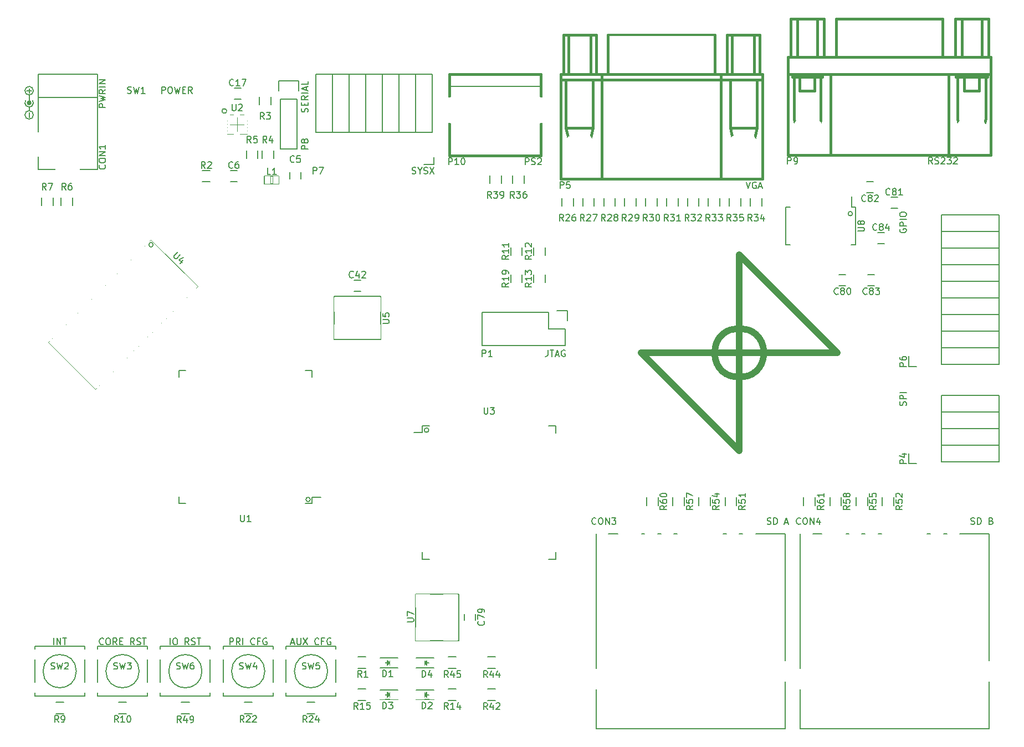
<source format=gbr>
G04 #@! TF.FileFunction,Legend,Top*
%FSLAX46Y46*%
G04 Gerber Fmt 4.6, Leading zero omitted, Abs format (unit mm)*
G04 Created by KiCad (PCBNEW no-vcs-found-undefined) date Mon Oct 17 17:10:25 2016*
%MOMM*%
%LPD*%
G01*
G04 APERTURE LIST*
%ADD10C,0.100000*%
%ADD11C,0.150000*%
%ADD12C,0.381000*%
%ADD13C,0.050000*%
%ADD14C,0.149860*%
%ADD15C,0.400000*%
%ADD16C,0.300000*%
%ADD17C,1.000000*%
%ADD18C,5.201260*%
%ADD19O,1.701140X2.198980*%
%ADD20C,4.600000*%
%ADD21C,0.480000*%
%ADD22C,2.700000*%
%ADD23C,4.010000*%
%ADD24O,1.978000X2.232000*%
%ADD25R,0.835000X1.216000*%
%ADD26R,1.450000X1.200000*%
%ADD27R,1.200000X1.450000*%
%ADD28R,3.700120X3.700120*%
%ADD29R,1.200000X1.700000*%
%ADD30R,1.400000X2.400000*%
%ADD31C,1.700000*%
%ADD32R,1.398880X1.398880*%
%ADD33O,1.927200X1.927200*%
%ADD34R,1.927200X1.927200*%
%ADD35O,2.232000X1.927200*%
%ADD36R,2.232000X1.927200*%
%ADD37R,0.900000X1.500000*%
%ADD38R,1.500000X0.900000*%
%ADD39R,0.500000X1.750000*%
%ADD40R,1.750000X0.500000*%
%ADD41C,0.450000*%
%ADD42R,2.000000X2.200000*%
%ADD43R,2.200000X2.000000*%
%ADD44R,0.650000X1.950000*%
%ADD45C,1.597000*%
%ADD46C,5.000000*%
%ADD47C,2.000000*%
%ADD48C,5.200000*%
G04 APERTURE END LIST*
D10*
D11*
X111952380Y-125666666D02*
X112428571Y-125666666D01*
X111857142Y-125952380D02*
X112190476Y-124952380D01*
X112523809Y-125952380D01*
X112857142Y-124952380D02*
X112857142Y-125761904D01*
X112904761Y-125857142D01*
X112952380Y-125904761D01*
X113047619Y-125952380D01*
X113238095Y-125952380D01*
X113333333Y-125904761D01*
X113380952Y-125857142D01*
X113428571Y-125761904D01*
X113428571Y-124952380D01*
X113809523Y-124952380D02*
X114476190Y-125952380D01*
X114476190Y-124952380D02*
X113809523Y-125952380D01*
X116190476Y-125857142D02*
X116142857Y-125904761D01*
X116000000Y-125952380D01*
X115904761Y-125952380D01*
X115761904Y-125904761D01*
X115666666Y-125809523D01*
X115619047Y-125714285D01*
X115571428Y-125523809D01*
X115571428Y-125380952D01*
X115619047Y-125190476D01*
X115666666Y-125095238D01*
X115761904Y-125000000D01*
X115904761Y-124952380D01*
X116000000Y-124952380D01*
X116142857Y-125000000D01*
X116190476Y-125047619D01*
X116952380Y-125428571D02*
X116619047Y-125428571D01*
X116619047Y-125952380D02*
X116619047Y-124952380D01*
X117095238Y-124952380D01*
X118000000Y-125000000D02*
X117904761Y-124952380D01*
X117761904Y-124952380D01*
X117619047Y-125000000D01*
X117523809Y-125095238D01*
X117476190Y-125190476D01*
X117428571Y-125380952D01*
X117428571Y-125523809D01*
X117476190Y-125714285D01*
X117523809Y-125809523D01*
X117619047Y-125904761D01*
X117761904Y-125952380D01*
X117857142Y-125952380D01*
X118000000Y-125904761D01*
X118047619Y-125857142D01*
X118047619Y-125523809D01*
X117857142Y-125523809D01*
X102590476Y-125952380D02*
X102590476Y-124952380D01*
X102971428Y-124952380D01*
X103066666Y-125000000D01*
X103114285Y-125047619D01*
X103161904Y-125142857D01*
X103161904Y-125285714D01*
X103114285Y-125380952D01*
X103066666Y-125428571D01*
X102971428Y-125476190D01*
X102590476Y-125476190D01*
X104161904Y-125952380D02*
X103828571Y-125476190D01*
X103590476Y-125952380D02*
X103590476Y-124952380D01*
X103971428Y-124952380D01*
X104066666Y-125000000D01*
X104114285Y-125047619D01*
X104161904Y-125142857D01*
X104161904Y-125285714D01*
X104114285Y-125380952D01*
X104066666Y-125428571D01*
X103971428Y-125476190D01*
X103590476Y-125476190D01*
X104590476Y-125952380D02*
X104590476Y-124952380D01*
X106400000Y-125857142D02*
X106352380Y-125904761D01*
X106209523Y-125952380D01*
X106114285Y-125952380D01*
X105971428Y-125904761D01*
X105876190Y-125809523D01*
X105828571Y-125714285D01*
X105780952Y-125523809D01*
X105780952Y-125380952D01*
X105828571Y-125190476D01*
X105876190Y-125095238D01*
X105971428Y-125000000D01*
X106114285Y-124952380D01*
X106209523Y-124952380D01*
X106352380Y-125000000D01*
X106400000Y-125047619D01*
X107161904Y-125428571D02*
X106828571Y-125428571D01*
X106828571Y-125952380D02*
X106828571Y-124952380D01*
X107304761Y-124952380D01*
X108209523Y-125000000D02*
X108114285Y-124952380D01*
X107971428Y-124952380D01*
X107828571Y-125000000D01*
X107733333Y-125095238D01*
X107685714Y-125190476D01*
X107638095Y-125380952D01*
X107638095Y-125523809D01*
X107685714Y-125714285D01*
X107733333Y-125809523D01*
X107828571Y-125904761D01*
X107971428Y-125952380D01*
X108066666Y-125952380D01*
X108209523Y-125904761D01*
X108257142Y-125857142D01*
X108257142Y-125523809D01*
X108066666Y-125523809D01*
X93488095Y-125952380D02*
X93488095Y-124952380D01*
X94154761Y-124952380D02*
X94345238Y-124952380D01*
X94440476Y-125000000D01*
X94535714Y-125095238D01*
X94583333Y-125285714D01*
X94583333Y-125619047D01*
X94535714Y-125809523D01*
X94440476Y-125904761D01*
X94345238Y-125952380D01*
X94154761Y-125952380D01*
X94059523Y-125904761D01*
X93964285Y-125809523D01*
X93916666Y-125619047D01*
X93916666Y-125285714D01*
X93964285Y-125095238D01*
X94059523Y-125000000D01*
X94154761Y-124952380D01*
X96345238Y-125952380D02*
X96011904Y-125476190D01*
X95773809Y-125952380D02*
X95773809Y-124952380D01*
X96154761Y-124952380D01*
X96250000Y-125000000D01*
X96297619Y-125047619D01*
X96345238Y-125142857D01*
X96345238Y-125285714D01*
X96297619Y-125380952D01*
X96250000Y-125428571D01*
X96154761Y-125476190D01*
X95773809Y-125476190D01*
X96726190Y-125904761D02*
X96869047Y-125952380D01*
X97107142Y-125952380D01*
X97202380Y-125904761D01*
X97250000Y-125857142D01*
X97297619Y-125761904D01*
X97297619Y-125666666D01*
X97250000Y-125571428D01*
X97202380Y-125523809D01*
X97107142Y-125476190D01*
X96916666Y-125428571D01*
X96821428Y-125380952D01*
X96773809Y-125333333D01*
X96726190Y-125238095D01*
X96726190Y-125142857D01*
X96773809Y-125047619D01*
X96821428Y-125000000D01*
X96916666Y-124952380D01*
X97154761Y-124952380D01*
X97297619Y-125000000D01*
X97583333Y-124952380D02*
X98154761Y-124952380D01*
X97869047Y-125952380D02*
X97869047Y-124952380D01*
X83295238Y-125857142D02*
X83247619Y-125904761D01*
X83104761Y-125952380D01*
X83009523Y-125952380D01*
X82866666Y-125904761D01*
X82771428Y-125809523D01*
X82723809Y-125714285D01*
X82676190Y-125523809D01*
X82676190Y-125380952D01*
X82723809Y-125190476D01*
X82771428Y-125095238D01*
X82866666Y-125000000D01*
X83009523Y-124952380D01*
X83104761Y-124952380D01*
X83247619Y-125000000D01*
X83295238Y-125047619D01*
X83914285Y-124952380D02*
X84104761Y-124952380D01*
X84200000Y-125000000D01*
X84295238Y-125095238D01*
X84342857Y-125285714D01*
X84342857Y-125619047D01*
X84295238Y-125809523D01*
X84200000Y-125904761D01*
X84104761Y-125952380D01*
X83914285Y-125952380D01*
X83819047Y-125904761D01*
X83723809Y-125809523D01*
X83676190Y-125619047D01*
X83676190Y-125285714D01*
X83723809Y-125095238D01*
X83819047Y-125000000D01*
X83914285Y-124952380D01*
X85342857Y-125952380D02*
X85009523Y-125476190D01*
X84771428Y-125952380D02*
X84771428Y-124952380D01*
X85152380Y-124952380D01*
X85247619Y-125000000D01*
X85295238Y-125047619D01*
X85342857Y-125142857D01*
X85342857Y-125285714D01*
X85295238Y-125380952D01*
X85247619Y-125428571D01*
X85152380Y-125476190D01*
X84771428Y-125476190D01*
X85771428Y-125428571D02*
X86104761Y-125428571D01*
X86247619Y-125952380D02*
X85771428Y-125952380D01*
X85771428Y-124952380D01*
X86247619Y-124952380D01*
X88009523Y-125952380D02*
X87676190Y-125476190D01*
X87438095Y-125952380D02*
X87438095Y-124952380D01*
X87819047Y-124952380D01*
X87914285Y-125000000D01*
X87961904Y-125047619D01*
X88009523Y-125142857D01*
X88009523Y-125285714D01*
X87961904Y-125380952D01*
X87914285Y-125428571D01*
X87819047Y-125476190D01*
X87438095Y-125476190D01*
X88390476Y-125904761D02*
X88533333Y-125952380D01*
X88771428Y-125952380D01*
X88866666Y-125904761D01*
X88914285Y-125857142D01*
X88961904Y-125761904D01*
X88961904Y-125666666D01*
X88914285Y-125571428D01*
X88866666Y-125523809D01*
X88771428Y-125476190D01*
X88580952Y-125428571D01*
X88485714Y-125380952D01*
X88438095Y-125333333D01*
X88390476Y-125238095D01*
X88390476Y-125142857D01*
X88438095Y-125047619D01*
X88485714Y-125000000D01*
X88580952Y-124952380D01*
X88819047Y-124952380D01*
X88961904Y-125000000D01*
X89247619Y-124952380D02*
X89819047Y-124952380D01*
X89533333Y-125952380D02*
X89533333Y-124952380D01*
X75695238Y-125952380D02*
X75695238Y-124952380D01*
X76171428Y-125952380D02*
X76171428Y-124952380D01*
X76742857Y-125952380D01*
X76742857Y-124952380D01*
X77076190Y-124952380D02*
X77647619Y-124952380D01*
X77361904Y-125952380D02*
X77361904Y-124952380D01*
X102103553Y-44350000D02*
G75*
G03X102103553Y-44350000I-353553J0D01*
G01*
X90885410Y-64800000D02*
G75*
G03X90885410Y-64800000I-335410J0D01*
G01*
X114885410Y-103750000D02*
G75*
G03X114885410Y-103750000I-335410J0D01*
G01*
X132985410Y-93150000D02*
G75*
G03X132985410Y-93150000I-335410J0D01*
G01*
X215833333Y-107504761D02*
X215976190Y-107552380D01*
X216214285Y-107552380D01*
X216309523Y-107504761D01*
X216357142Y-107457142D01*
X216404761Y-107361904D01*
X216404761Y-107266666D01*
X216357142Y-107171428D01*
X216309523Y-107123809D01*
X216214285Y-107076190D01*
X216023809Y-107028571D01*
X215928571Y-106980952D01*
X215880952Y-106933333D01*
X215833333Y-106838095D01*
X215833333Y-106742857D01*
X215880952Y-106647619D01*
X215928571Y-106600000D01*
X216023809Y-106552380D01*
X216261904Y-106552380D01*
X216404761Y-106600000D01*
X216833333Y-107552380D02*
X216833333Y-106552380D01*
X217071428Y-106552380D01*
X217214285Y-106600000D01*
X217309523Y-106695238D01*
X217357142Y-106790476D01*
X217404761Y-106980952D01*
X217404761Y-107123809D01*
X217357142Y-107314285D01*
X217309523Y-107409523D01*
X217214285Y-107504761D01*
X217071428Y-107552380D01*
X216833333Y-107552380D01*
X218928571Y-107028571D02*
X219071428Y-107076190D01*
X219119047Y-107123809D01*
X219166666Y-107219047D01*
X219166666Y-107361904D01*
X219119047Y-107457142D01*
X219071428Y-107504761D01*
X218976190Y-107552380D01*
X218595238Y-107552380D01*
X218595238Y-106552380D01*
X218928571Y-106552380D01*
X219023809Y-106600000D01*
X219071428Y-106647619D01*
X219119047Y-106742857D01*
X219119047Y-106838095D01*
X219071428Y-106933333D01*
X219023809Y-106980952D01*
X218928571Y-107028571D01*
X218595238Y-107028571D01*
X184704761Y-107504761D02*
X184847619Y-107552380D01*
X185085714Y-107552380D01*
X185180952Y-107504761D01*
X185228571Y-107457142D01*
X185276190Y-107361904D01*
X185276190Y-107266666D01*
X185228571Y-107171428D01*
X185180952Y-107123809D01*
X185085714Y-107076190D01*
X184895238Y-107028571D01*
X184800000Y-106980952D01*
X184752380Y-106933333D01*
X184704761Y-106838095D01*
X184704761Y-106742857D01*
X184752380Y-106647619D01*
X184800000Y-106600000D01*
X184895238Y-106552380D01*
X185133333Y-106552380D01*
X185276190Y-106600000D01*
X185704761Y-107552380D02*
X185704761Y-106552380D01*
X185942857Y-106552380D01*
X186085714Y-106600000D01*
X186180952Y-106695238D01*
X186228571Y-106790476D01*
X186276190Y-106980952D01*
X186276190Y-107123809D01*
X186228571Y-107314285D01*
X186180952Y-107409523D01*
X186085714Y-107504761D01*
X185942857Y-107552380D01*
X185704761Y-107552380D01*
X187419047Y-107266666D02*
X187895238Y-107266666D01*
X187323809Y-107552380D02*
X187657142Y-106552380D01*
X187990476Y-107552380D01*
X197735410Y-60050000D02*
G75*
G03X197735410Y-60050000I-335410J0D01*
G01*
X92190476Y-41652380D02*
X92190476Y-40652380D01*
X92571428Y-40652380D01*
X92666666Y-40700000D01*
X92714285Y-40747619D01*
X92761904Y-40842857D01*
X92761904Y-40985714D01*
X92714285Y-41080952D01*
X92666666Y-41128571D01*
X92571428Y-41176190D01*
X92190476Y-41176190D01*
X93380952Y-40652380D02*
X93571428Y-40652380D01*
X93666666Y-40700000D01*
X93761904Y-40795238D01*
X93809523Y-40985714D01*
X93809523Y-41319047D01*
X93761904Y-41509523D01*
X93666666Y-41604761D01*
X93571428Y-41652380D01*
X93380952Y-41652380D01*
X93285714Y-41604761D01*
X93190476Y-41509523D01*
X93142857Y-41319047D01*
X93142857Y-40985714D01*
X93190476Y-40795238D01*
X93285714Y-40700000D01*
X93380952Y-40652380D01*
X94142857Y-40652380D02*
X94380952Y-41652380D01*
X94571428Y-40938095D01*
X94761904Y-41652380D01*
X95000000Y-40652380D01*
X95380952Y-41128571D02*
X95714285Y-41128571D01*
X95857142Y-41652380D02*
X95380952Y-41652380D01*
X95380952Y-40652380D01*
X95857142Y-40652380D01*
X96857142Y-41652380D02*
X96523809Y-41176190D01*
X96285714Y-41652380D02*
X96285714Y-40652380D01*
X96666666Y-40652380D01*
X96761904Y-40700000D01*
X96809523Y-40747619D01*
X96857142Y-40842857D01*
X96857142Y-40985714D01*
X96809523Y-41080952D01*
X96761904Y-41128571D01*
X96666666Y-41176190D01*
X96285714Y-41176190D01*
X83602380Y-43795238D02*
X82602380Y-43795238D01*
X82602380Y-43414285D01*
X82650000Y-43319047D01*
X82697619Y-43271428D01*
X82792857Y-43223809D01*
X82935714Y-43223809D01*
X83030952Y-43271428D01*
X83078571Y-43319047D01*
X83126190Y-43414285D01*
X83126190Y-43795238D01*
X82602380Y-42890476D02*
X83602380Y-42652380D01*
X82888095Y-42461904D01*
X83602380Y-42271428D01*
X82602380Y-42033333D01*
X83602380Y-41080952D02*
X83126190Y-41414285D01*
X83602380Y-41652380D02*
X82602380Y-41652380D01*
X82602380Y-41271428D01*
X82650000Y-41176190D01*
X82697619Y-41128571D01*
X82792857Y-41080952D01*
X82935714Y-41080952D01*
X83030952Y-41128571D01*
X83078571Y-41176190D01*
X83126190Y-41271428D01*
X83126190Y-41652380D01*
X83602380Y-40652380D02*
X82602380Y-40652380D01*
X83602380Y-40176190D02*
X82602380Y-40176190D01*
X83602380Y-39604761D01*
X82602380Y-39604761D01*
X151183333Y-80902380D02*
X151183333Y-81616666D01*
X151135714Y-81759523D01*
X151040476Y-81854761D01*
X150897619Y-81902380D01*
X150802380Y-81902380D01*
X151516666Y-80902380D02*
X152088095Y-80902380D01*
X151802380Y-81902380D02*
X151802380Y-80902380D01*
X152373809Y-81616666D02*
X152850000Y-81616666D01*
X152278571Y-81902380D02*
X152611904Y-80902380D01*
X152945238Y-81902380D01*
X153802380Y-80950000D02*
X153707142Y-80902380D01*
X153564285Y-80902380D01*
X153421428Y-80950000D01*
X153326190Y-81045238D01*
X153278571Y-81140476D01*
X153230952Y-81330952D01*
X153230952Y-81473809D01*
X153278571Y-81664285D01*
X153326190Y-81759523D01*
X153421428Y-81854761D01*
X153564285Y-81902380D01*
X153659523Y-81902380D01*
X153802380Y-81854761D01*
X153850000Y-81807142D01*
X153850000Y-81473809D01*
X153659523Y-81473809D01*
X130433333Y-53904761D02*
X130576190Y-53952380D01*
X130814285Y-53952380D01*
X130909523Y-53904761D01*
X130957142Y-53857142D01*
X131004761Y-53761904D01*
X131004761Y-53666666D01*
X130957142Y-53571428D01*
X130909523Y-53523809D01*
X130814285Y-53476190D01*
X130623809Y-53428571D01*
X130528571Y-53380952D01*
X130480952Y-53333333D01*
X130433333Y-53238095D01*
X130433333Y-53142857D01*
X130480952Y-53047619D01*
X130528571Y-53000000D01*
X130623809Y-52952380D01*
X130861904Y-52952380D01*
X131004761Y-53000000D01*
X131623809Y-53476190D02*
X131623809Y-53952380D01*
X131290476Y-52952380D02*
X131623809Y-53476190D01*
X131957142Y-52952380D01*
X132242857Y-53904761D02*
X132385714Y-53952380D01*
X132623809Y-53952380D01*
X132719047Y-53904761D01*
X132766666Y-53857142D01*
X132814285Y-53761904D01*
X132814285Y-53666666D01*
X132766666Y-53571428D01*
X132719047Y-53523809D01*
X132623809Y-53476190D01*
X132433333Y-53428571D01*
X132338095Y-53380952D01*
X132290476Y-53333333D01*
X132242857Y-53238095D01*
X132242857Y-53142857D01*
X132290476Y-53047619D01*
X132338095Y-53000000D01*
X132433333Y-52952380D01*
X132671428Y-52952380D01*
X132814285Y-53000000D01*
X133147619Y-52952380D02*
X133814285Y-53952380D01*
X133814285Y-52952380D02*
X133147619Y-53952380D01*
X114504761Y-44509523D02*
X114552380Y-44366666D01*
X114552380Y-44128571D01*
X114504761Y-44033333D01*
X114457142Y-43985714D01*
X114361904Y-43938095D01*
X114266666Y-43938095D01*
X114171428Y-43985714D01*
X114123809Y-44033333D01*
X114076190Y-44128571D01*
X114028571Y-44319047D01*
X113980952Y-44414285D01*
X113933333Y-44461904D01*
X113838095Y-44509523D01*
X113742857Y-44509523D01*
X113647619Y-44461904D01*
X113600000Y-44414285D01*
X113552380Y-44319047D01*
X113552380Y-44080952D01*
X113600000Y-43938095D01*
X114028571Y-43509523D02*
X114028571Y-43176190D01*
X114552380Y-43033333D02*
X114552380Y-43509523D01*
X113552380Y-43509523D01*
X113552380Y-43033333D01*
X114552380Y-42033333D02*
X114076190Y-42366666D01*
X114552380Y-42604761D02*
X113552380Y-42604761D01*
X113552380Y-42223809D01*
X113600000Y-42128571D01*
X113647619Y-42080952D01*
X113742857Y-42033333D01*
X113885714Y-42033333D01*
X113980952Y-42080952D01*
X114028571Y-42128571D01*
X114076190Y-42223809D01*
X114076190Y-42604761D01*
X114552380Y-41604761D02*
X113552380Y-41604761D01*
X114266666Y-41176190D02*
X114266666Y-40700000D01*
X114552380Y-41271428D02*
X113552380Y-40938095D01*
X114552380Y-40604761D01*
X114552380Y-39795238D02*
X114552380Y-40271428D01*
X113552380Y-40271428D01*
X181488095Y-55202380D02*
X181821428Y-56202380D01*
X182154761Y-55202380D01*
X183011904Y-55250000D02*
X182916666Y-55202380D01*
X182773809Y-55202380D01*
X182630952Y-55250000D01*
X182535714Y-55345238D01*
X182488095Y-55440476D01*
X182440476Y-55630952D01*
X182440476Y-55773809D01*
X182488095Y-55964285D01*
X182535714Y-56059523D01*
X182630952Y-56154761D01*
X182773809Y-56202380D01*
X182869047Y-56202380D01*
X183011904Y-56154761D01*
X183059523Y-56107142D01*
X183059523Y-55773809D01*
X182869047Y-55773809D01*
X183440476Y-55916666D02*
X183916666Y-55916666D01*
X183345238Y-56202380D02*
X183678571Y-55202380D01*
X184011904Y-56202380D01*
X205000000Y-62400000D02*
X204952380Y-62495238D01*
X204952380Y-62638095D01*
X205000000Y-62780952D01*
X205095238Y-62876190D01*
X205190476Y-62923809D01*
X205380952Y-62971428D01*
X205523809Y-62971428D01*
X205714285Y-62923809D01*
X205809523Y-62876190D01*
X205904761Y-62780952D01*
X205952380Y-62638095D01*
X205952380Y-62542857D01*
X205904761Y-62400000D01*
X205857142Y-62352380D01*
X205523809Y-62352380D01*
X205523809Y-62542857D01*
X205952380Y-61923809D02*
X204952380Y-61923809D01*
X204952380Y-61542857D01*
X205000000Y-61447619D01*
X205047619Y-61400000D01*
X205142857Y-61352380D01*
X205285714Y-61352380D01*
X205380952Y-61400000D01*
X205428571Y-61447619D01*
X205476190Y-61542857D01*
X205476190Y-61923809D01*
X205952380Y-60923809D02*
X204952380Y-60923809D01*
X204952380Y-60257142D02*
X204952380Y-60066666D01*
X205000000Y-59971428D01*
X205095238Y-59876190D01*
X205285714Y-59828571D01*
X205619047Y-59828571D01*
X205809523Y-59876190D01*
X205904761Y-59971428D01*
X205952380Y-60066666D01*
X205952380Y-60257142D01*
X205904761Y-60352380D01*
X205809523Y-60447619D01*
X205619047Y-60495238D01*
X205285714Y-60495238D01*
X205095238Y-60447619D01*
X205000000Y-60352380D01*
X204952380Y-60257142D01*
X205904761Y-89373809D02*
X205952380Y-89230952D01*
X205952380Y-88992857D01*
X205904761Y-88897619D01*
X205857142Y-88850000D01*
X205761904Y-88802380D01*
X205666666Y-88802380D01*
X205571428Y-88850000D01*
X205523809Y-88897619D01*
X205476190Y-88992857D01*
X205428571Y-89183333D01*
X205380952Y-89278571D01*
X205333333Y-89326190D01*
X205238095Y-89373809D01*
X205142857Y-89373809D01*
X205047619Y-89326190D01*
X205000000Y-89278571D01*
X204952380Y-89183333D01*
X204952380Y-88945238D01*
X205000000Y-88802380D01*
X205952380Y-88373809D02*
X204952380Y-88373809D01*
X204952380Y-87992857D01*
X205000000Y-87897619D01*
X205047619Y-87850000D01*
X205142857Y-87802380D01*
X205285714Y-87802380D01*
X205380952Y-87850000D01*
X205428571Y-87897619D01*
X205476190Y-87992857D01*
X205476190Y-88373809D01*
X205952380Y-87373809D02*
X204952380Y-87373809D01*
D12*
X192859000Y-39126000D02*
X192859000Y-45730000D01*
X192859000Y-45730000D02*
X192478000Y-47762000D01*
X192478000Y-47762000D02*
X189303000Y-47762000D01*
X189303000Y-47762000D02*
X188795000Y-45603000D01*
X188795000Y-45603000D02*
X188795000Y-39126000D01*
X214322000Y-47762000D02*
X213814000Y-45603000D01*
X213814000Y-45603000D02*
X213814000Y-39126000D01*
X218132000Y-39126000D02*
X218132000Y-45476000D01*
X218132000Y-45476000D02*
X217497000Y-47762000D01*
X217497000Y-47762000D02*
X214322000Y-47762000D01*
X188541000Y-39126000D02*
X193113000Y-39126000D01*
X193113000Y-39126000D02*
X193113000Y-38872000D01*
X193113000Y-38872000D02*
X188541000Y-38872000D01*
X188541000Y-38872000D02*
X188541000Y-39126000D01*
X213560000Y-39126000D02*
X218386000Y-39126000D01*
X218386000Y-39126000D02*
X218386000Y-38872000D01*
X218386000Y-38872000D02*
X213560000Y-38872000D01*
X213560000Y-38872000D02*
X213560000Y-39126000D01*
X191970000Y-38745000D02*
X191970000Y-41285000D01*
X191970000Y-41285000D02*
X189684000Y-41285000D01*
X189684000Y-41285000D02*
X189684000Y-38745000D01*
X217116000Y-38745000D02*
X217116000Y-41285000D01*
X217116000Y-41285000D02*
X214830000Y-41285000D01*
X214830000Y-41285000D02*
X214830000Y-38745000D01*
X194383000Y-38745000D02*
X194383000Y-51064000D01*
X212417000Y-38745000D02*
X212417000Y-51064000D01*
X218894000Y-38745000D02*
X187906000Y-38745000D01*
X214449000Y-36078000D02*
X214449000Y-30236000D01*
X217497000Y-36078000D02*
X217497000Y-30236000D01*
X189303000Y-36078000D02*
X189303000Y-30236000D01*
X192351000Y-36078000D02*
X192351000Y-30236000D01*
X193367000Y-36078000D02*
X193367000Y-30236000D01*
X193367000Y-30236000D02*
X188287000Y-30236000D01*
X188287000Y-30236000D02*
X188287000Y-35951000D01*
X218513000Y-36078000D02*
X218513000Y-30236000D01*
X218513000Y-30236000D02*
X213433000Y-30236000D01*
X213433000Y-30236000D02*
X213433000Y-35951000D01*
X211528000Y-36078000D02*
X211528000Y-30236000D01*
X211528000Y-30236000D02*
X195272000Y-30236000D01*
X195272000Y-30236000D02*
X195272000Y-36078000D01*
X218894000Y-36078000D02*
X187906000Y-36078000D01*
X187906000Y-36078000D02*
X187906000Y-51064000D01*
X187906000Y-51064000D02*
X218894000Y-51064000D01*
X218894000Y-51064000D02*
X218894000Y-36078000D01*
D13*
X90540000Y-64000000D02*
X97724205Y-71184205D01*
X97724205Y-71184205D02*
X82012292Y-86896118D01*
X82012292Y-86896118D02*
X74828087Y-79711913D01*
X74828087Y-79711913D02*
X90540000Y-64000000D01*
D11*
X136150000Y-40550000D02*
X150150000Y-40550000D01*
D12*
X150150000Y-51150000D02*
X143150000Y-51150000D01*
X150150000Y-51150000D02*
X136150000Y-51150000D01*
X136150000Y-38750000D02*
X136150000Y-51150000D01*
X136150000Y-38750000D02*
X150150000Y-38750000D01*
X150150000Y-38750000D02*
X150150000Y-51150000D01*
D14*
X109200660Y-55499440D02*
X109200660Y-54300560D01*
X108799340Y-54300560D02*
X108799340Y-55499440D01*
X107900180Y-54300560D02*
X110099820Y-54300560D01*
X110099820Y-54300560D02*
X110099820Y-55499440D01*
X110099820Y-55499440D02*
X107900180Y-55499440D01*
X107900180Y-55499440D02*
X107900180Y-54300560D01*
D11*
X111750000Y-53700000D02*
X111750000Y-54700000D01*
X113450000Y-54700000D02*
X113450000Y-53700000D01*
X103700000Y-53450000D02*
X102700000Y-53450000D01*
X102700000Y-55150000D02*
X103700000Y-55150000D01*
X104300000Y-40850000D02*
X103300000Y-40850000D01*
X103300000Y-42550000D02*
X104300000Y-42550000D01*
X121600000Y-71900000D02*
X122600000Y-71900000D01*
X122600000Y-70200000D02*
X121600000Y-70200000D01*
X140150000Y-122250000D02*
X140150000Y-121250000D01*
X138450000Y-121250000D02*
X138450000Y-122250000D01*
X195700000Y-71050000D02*
X196700000Y-71050000D01*
X196700000Y-69350000D02*
X195700000Y-69350000D01*
X203600000Y-59250000D02*
X204600000Y-59250000D01*
X204600000Y-57550000D02*
X203600000Y-57550000D01*
X199900000Y-56850000D02*
X200900000Y-56850000D01*
X200900000Y-55150000D02*
X199900000Y-55150000D01*
X201100000Y-69350000D02*
X200100000Y-69350000D01*
X200100000Y-71050000D02*
X201100000Y-71050000D01*
X201600000Y-64650000D02*
X202600000Y-64650000D01*
X202600000Y-62950000D02*
X201600000Y-62950000D01*
X82350880Y-53250240D02*
X82350880Y-38749380D01*
X73349120Y-53250240D02*
X82350880Y-53250240D01*
X73349120Y-38749380D02*
X73349120Y-53250240D01*
X82350880Y-38749380D02*
X73349120Y-38749380D01*
X82350880Y-42249500D02*
X73349120Y-42249500D01*
X180450000Y-109000000D02*
X180950000Y-109000000D01*
X177950000Y-109000000D02*
X178450000Y-109000000D01*
X170450000Y-109000000D02*
X170950000Y-109000000D01*
X167950000Y-109000000D02*
X168450000Y-109000000D01*
X165550000Y-109000000D02*
X165950000Y-109000000D01*
X160450000Y-109000000D02*
X161850000Y-109000000D01*
X158550000Y-129600000D02*
X158550000Y-109000000D01*
X187450000Y-128400000D02*
X187450000Y-109000000D01*
X187450000Y-109000000D02*
X182950000Y-109000000D01*
X187450000Y-138800000D02*
X158550000Y-138800000D01*
X158550000Y-138800000D02*
X158550000Y-132800000D01*
X187450000Y-138800000D02*
X187450000Y-131600000D01*
X218650000Y-138800000D02*
X218650000Y-131600000D01*
X189750000Y-138800000D02*
X189750000Y-132800000D01*
X218650000Y-138800000D02*
X189750000Y-138800000D01*
X218650000Y-109000000D02*
X214150000Y-109000000D01*
X218650000Y-128400000D02*
X218650000Y-109000000D01*
X189750000Y-129600000D02*
X189750000Y-109000000D01*
X191650000Y-109000000D02*
X193050000Y-109000000D01*
X196750000Y-109000000D02*
X197150000Y-109000000D01*
X199150000Y-109000000D02*
X199650000Y-109000000D01*
X201650000Y-109000000D02*
X202150000Y-109000000D01*
X209150000Y-109000000D02*
X209650000Y-109000000D01*
X211650000Y-109000000D02*
X212150000Y-109000000D01*
X126700000Y-128350000D02*
X127050000Y-128700000D01*
X126700000Y-129050000D02*
X126700000Y-128350000D01*
X127050000Y-128700000D02*
X126700000Y-129050000D01*
X126700000Y-128700000D02*
X126350000Y-128700000D01*
X127050000Y-129050000D02*
X127050000Y-128350000D01*
X126800000Y-128800000D02*
X126950000Y-128650000D01*
X126800000Y-128550000D02*
X126800000Y-128800000D01*
X128300000Y-129450000D02*
X125600000Y-129450000D01*
X128300000Y-127950000D02*
X125600000Y-127950000D01*
X132700000Y-133950000D02*
X132350000Y-133600000D01*
X132700000Y-133250000D02*
X132700000Y-133950000D01*
X132350000Y-133600000D02*
X132700000Y-133250000D01*
X132700000Y-133600000D02*
X133050000Y-133600000D01*
X132350000Y-133250000D02*
X132350000Y-133950000D01*
X132600000Y-133500000D02*
X132450000Y-133650000D01*
X132600000Y-133750000D02*
X132600000Y-133500000D01*
X131100000Y-132850000D02*
X133800000Y-132850000D01*
X131100000Y-134350000D02*
X133800000Y-134350000D01*
X128300000Y-132850000D02*
X125600000Y-132850000D01*
X128300000Y-134350000D02*
X125600000Y-134350000D01*
X126800000Y-133450000D02*
X126800000Y-133700000D01*
X126800000Y-133700000D02*
X126950000Y-133550000D01*
X127050000Y-133950000D02*
X127050000Y-133250000D01*
X126700000Y-133600000D02*
X126350000Y-133600000D01*
X127050000Y-133600000D02*
X126700000Y-133950000D01*
X126700000Y-133950000D02*
X126700000Y-133250000D01*
X126700000Y-133250000D02*
X127050000Y-133600000D01*
X131100000Y-129450000D02*
X133800000Y-129450000D01*
X131100000Y-127950000D02*
X133800000Y-127950000D01*
X132600000Y-128850000D02*
X132600000Y-128600000D01*
X132600000Y-128600000D02*
X132450000Y-128750000D01*
X132350000Y-128350000D02*
X132350000Y-129050000D01*
X132700000Y-128700000D02*
X133050000Y-128700000D01*
X132350000Y-128700000D02*
X132700000Y-128350000D01*
X132700000Y-128350000D02*
X132700000Y-129050000D01*
X132700000Y-129050000D02*
X132350000Y-128700000D01*
X220140000Y-80580000D02*
X211310000Y-80580000D01*
X220140000Y-83120000D02*
X220140000Y-80580000D01*
X211310000Y-83120000D02*
X220140000Y-83120000D01*
X206350000Y-83400000D02*
X207500000Y-83400000D01*
X206350000Y-81850000D02*
X206350000Y-83400000D01*
X211310000Y-83120000D02*
X211310000Y-80580000D01*
X211310000Y-80580000D02*
X220140000Y-80580000D01*
X211310000Y-78040000D02*
X220140000Y-78040000D01*
X211310000Y-80580000D02*
X211310000Y-78040000D01*
X220140000Y-80580000D02*
X220140000Y-78040000D01*
X220140000Y-78040000D02*
X211310000Y-78040000D01*
X220140000Y-75500000D02*
X211310000Y-75500000D01*
X220140000Y-78040000D02*
X220140000Y-75500000D01*
X211310000Y-78040000D02*
X211310000Y-75500000D01*
X211310000Y-75500000D02*
X220140000Y-75500000D01*
X211310000Y-72960000D02*
X220140000Y-72960000D01*
X211310000Y-75500000D02*
X211310000Y-72960000D01*
X220140000Y-75500000D02*
X220140000Y-72960000D01*
X220140000Y-72960000D02*
X211310000Y-72960000D01*
X220140000Y-70420000D02*
X211310000Y-70420000D01*
X220140000Y-72960000D02*
X220140000Y-70420000D01*
X211310000Y-72960000D02*
X211310000Y-70420000D01*
X211310000Y-70420000D02*
X220140000Y-70420000D01*
X211310000Y-67880000D02*
X220140000Y-67880000D01*
X211310000Y-70420000D02*
X211310000Y-67880000D01*
X220140000Y-70420000D02*
X220140000Y-67880000D01*
X220140000Y-67880000D02*
X211310000Y-67880000D01*
X220140000Y-60260000D02*
X211310000Y-60260000D01*
X220140000Y-62800000D02*
X220140000Y-60260000D01*
X211310000Y-62800000D02*
X211310000Y-60260000D01*
X211310000Y-60260000D02*
X220140000Y-60260000D01*
X211310000Y-62800000D02*
X220140000Y-62800000D01*
X211310000Y-65340000D02*
X211310000Y-62800000D01*
X220140000Y-65340000D02*
X220140000Y-62800000D01*
X220140000Y-62800000D02*
X211310000Y-62800000D01*
X220140000Y-65340000D02*
X211310000Y-65340000D01*
X220140000Y-67880000D02*
X220140000Y-65340000D01*
X211310000Y-67880000D02*
X211310000Y-65340000D01*
X211310000Y-65340000D02*
X220140000Y-65340000D01*
X130980000Y-38760000D02*
X130980000Y-47590000D01*
X133520000Y-38760000D02*
X130980000Y-38760000D01*
X133520000Y-47590000D02*
X133520000Y-38760000D01*
X133800000Y-52550000D02*
X133800000Y-51400000D01*
X132250000Y-52550000D02*
X133800000Y-52550000D01*
X133520000Y-47590000D02*
X130980000Y-47590000D01*
X130980000Y-47590000D02*
X130980000Y-38760000D01*
X128440000Y-47590000D02*
X128440000Y-38760000D01*
X130980000Y-47590000D02*
X128440000Y-47590000D01*
X130980000Y-38760000D02*
X128440000Y-38760000D01*
X128440000Y-38760000D02*
X128440000Y-47590000D01*
X125900000Y-38760000D02*
X125900000Y-47590000D01*
X128440000Y-38760000D02*
X125900000Y-38760000D01*
X128440000Y-47590000D02*
X125900000Y-47590000D01*
X125900000Y-47590000D02*
X125900000Y-38760000D01*
X123360000Y-47590000D02*
X123360000Y-38760000D01*
X125900000Y-47590000D02*
X123360000Y-47590000D01*
X125900000Y-38760000D02*
X123360000Y-38760000D01*
X123360000Y-38760000D02*
X123360000Y-47590000D01*
X120820000Y-38760000D02*
X120820000Y-47590000D01*
X123360000Y-38760000D02*
X120820000Y-38760000D01*
X123360000Y-47590000D02*
X120820000Y-47590000D01*
X120820000Y-47590000D02*
X120820000Y-38760000D01*
X118280000Y-47590000D02*
X118280000Y-38760000D01*
X120820000Y-47590000D02*
X118280000Y-47590000D01*
X120820000Y-38760000D02*
X118280000Y-38760000D01*
X118280000Y-38760000D02*
X118280000Y-47590000D01*
X115740000Y-38760000D02*
X115740000Y-47590000D01*
X118280000Y-38760000D02*
X115740000Y-38760000D01*
X118280000Y-47590000D02*
X115740000Y-47590000D01*
X115740000Y-47590000D02*
X115740000Y-38760000D01*
X113150000Y-39750000D02*
X110050000Y-39750000D01*
X113150000Y-41300000D02*
X113150000Y-39750000D01*
X110330000Y-42570000D02*
X112870000Y-42570000D01*
X112870000Y-50190000D02*
X110330000Y-50190000D01*
X110050000Y-39750000D02*
X110050000Y-41300000D01*
X110330000Y-42570000D02*
X110330000Y-50190000D01*
X112870000Y-42570000D02*
X112870000Y-50190000D01*
X122200000Y-127825000D02*
X123400000Y-127825000D01*
X123400000Y-129575000D02*
X122200000Y-129575000D01*
X98400000Y-53425000D02*
X99600000Y-53425000D01*
X99600000Y-55175000D02*
X98400000Y-55175000D01*
X107125000Y-43400000D02*
X107125000Y-42200000D01*
X108875000Y-42200000D02*
X108875000Y-43400000D01*
X107525000Y-51600000D02*
X107525000Y-50400000D01*
X109275000Y-50400000D02*
X109275000Y-51600000D01*
X106875000Y-50400000D02*
X106875000Y-51600000D01*
X105125000Y-51600000D02*
X105125000Y-50400000D01*
X76825000Y-58800000D02*
X76825000Y-57600000D01*
X78575000Y-57600000D02*
X78575000Y-58800000D01*
X75575000Y-57600000D02*
X75575000Y-58800000D01*
X73825000Y-58800000D02*
X73825000Y-57600000D01*
X77200000Y-136475000D02*
X76000000Y-136475000D01*
X76000000Y-134725000D02*
X77200000Y-134725000D01*
X85600000Y-134725000D02*
X86800000Y-134725000D01*
X86800000Y-136475000D02*
X85600000Y-136475000D01*
X147275000Y-65200000D02*
X147275000Y-66400000D01*
X145525000Y-66400000D02*
X145525000Y-65200000D01*
X149025000Y-66400000D02*
X149025000Y-65200000D01*
X150775000Y-65200000D02*
X150775000Y-66400000D01*
X150775000Y-69400000D02*
X150775000Y-70600000D01*
X149025000Y-70600000D02*
X149025000Y-69400000D01*
X136000000Y-132725000D02*
X137200000Y-132725000D01*
X137200000Y-134475000D02*
X136000000Y-134475000D01*
X122200000Y-132725000D02*
X123400000Y-132725000D01*
X123400000Y-134475000D02*
X122200000Y-134475000D01*
X147275000Y-69400000D02*
X147275000Y-70600000D01*
X145525000Y-70600000D02*
X145525000Y-69400000D01*
X106000000Y-136475000D02*
X104800000Y-136475000D01*
X104800000Y-134725000D02*
X106000000Y-134725000D01*
X115600000Y-136475000D02*
X114400000Y-136475000D01*
X114400000Y-134725000D02*
X115600000Y-134725000D01*
X155075000Y-57700000D02*
X155075000Y-58900000D01*
X153325000Y-58900000D02*
X153325000Y-57700000D01*
X156525000Y-58900000D02*
X156525000Y-57700000D01*
X158275000Y-57700000D02*
X158275000Y-58900000D01*
X161475000Y-57700000D02*
X161475000Y-58900000D01*
X159725000Y-58900000D02*
X159725000Y-57700000D01*
X162925000Y-58900000D02*
X162925000Y-57700000D01*
X164675000Y-57700000D02*
X164675000Y-58900000D01*
X166125000Y-58900000D02*
X166125000Y-57700000D01*
X167875000Y-57700000D02*
X167875000Y-58900000D01*
X169325000Y-58900000D02*
X169325000Y-57700000D01*
X171075000Y-57700000D02*
X171075000Y-58900000D01*
X174275000Y-57700000D02*
X174275000Y-58900000D01*
X172525000Y-58900000D02*
X172525000Y-57700000D01*
X175725000Y-58900000D02*
X175725000Y-57700000D01*
X177475000Y-57700000D02*
X177475000Y-58900000D01*
X183875000Y-57700000D02*
X183875000Y-58900000D01*
X182125000Y-58900000D02*
X182125000Y-57700000D01*
X180675000Y-57700000D02*
X180675000Y-58900000D01*
X178925000Y-58900000D02*
X178925000Y-57700000D01*
X147575000Y-54200000D02*
X147575000Y-55400000D01*
X145825000Y-55400000D02*
X145825000Y-54200000D01*
X144075000Y-54200000D02*
X144075000Y-55400000D01*
X142325000Y-55400000D02*
X142325000Y-54200000D01*
X143200000Y-134475000D02*
X142000000Y-134475000D01*
X142000000Y-132725000D02*
X143200000Y-132725000D01*
X142000000Y-127825000D02*
X143200000Y-127825000D01*
X143200000Y-129575000D02*
X142000000Y-129575000D01*
X137200000Y-129575000D02*
X136000000Y-129575000D01*
X136000000Y-127825000D02*
X137200000Y-127825000D01*
X96400000Y-136475000D02*
X95200000Y-136475000D01*
X95200000Y-134725000D02*
X96400000Y-134725000D01*
X178275000Y-104650000D02*
X178275000Y-103450000D01*
X180025000Y-103450000D02*
X180025000Y-104650000D01*
X202275000Y-104650000D02*
X202275000Y-103450000D01*
X204025000Y-103450000D02*
X204025000Y-104650000D01*
X176025000Y-103450000D02*
X176025000Y-104650000D01*
X174275000Y-104650000D02*
X174275000Y-103450000D01*
X200025000Y-103450000D02*
X200025000Y-104650000D01*
X198275000Y-104650000D02*
X198275000Y-103450000D01*
X170275000Y-104650000D02*
X170275000Y-103450000D01*
X172025000Y-103450000D02*
X172025000Y-104650000D01*
X194275000Y-104650000D02*
X194275000Y-103450000D01*
X196025000Y-103450000D02*
X196025000Y-104650000D01*
X168025000Y-103450000D02*
X168025000Y-104650000D01*
X166275000Y-104650000D02*
X166275000Y-103450000D01*
X192025000Y-103450000D02*
X192025000Y-104650000D01*
X190275000Y-104650000D02*
X190275000Y-103450000D01*
X115165000Y-103400000D02*
X116465000Y-103400000D01*
X94815000Y-104375000D02*
X95865000Y-104375000D01*
X94815000Y-84025000D02*
X95865000Y-84025000D01*
X115165000Y-84025000D02*
X114115000Y-84025000D01*
X115165000Y-104375000D02*
X114115000Y-104375000D01*
X115165000Y-84025000D02*
X115165000Y-85075000D01*
X94815000Y-84025000D02*
X94815000Y-85075000D01*
X94815000Y-104375000D02*
X94815000Y-103325000D01*
X115165000Y-104375000D02*
X115165000Y-103400000D01*
D13*
X105200000Y-47900000D02*
X102200000Y-47900000D01*
X105200000Y-44900000D02*
X105200000Y-47900000D01*
X102200000Y-44900000D02*
X105200000Y-44900000D01*
X102200000Y-47900000D02*
X102200000Y-44900000D01*
X102200000Y-46400000D02*
X105200000Y-46400000D01*
X103700000Y-47900000D02*
X103700000Y-44900000D01*
D11*
X125626000Y-79264000D02*
X118514000Y-79264000D01*
X118514000Y-79264000D02*
X118514000Y-72660000D01*
X118514000Y-72660000D02*
X125626000Y-72660000D01*
X125626000Y-72660000D02*
X125626000Y-79264000D01*
X137570000Y-125316000D02*
X130966000Y-125316000D01*
X137570000Y-118204000D02*
X137570000Y-125316000D01*
X130966000Y-118204000D02*
X137570000Y-118204000D01*
X130966000Y-125316000D02*
X130966000Y-118204000D01*
X197600000Y-59075000D02*
X197600000Y-57475000D01*
X187525000Y-59075000D02*
X187525000Y-64825000D01*
X198175000Y-59075000D02*
X198175000Y-64825000D01*
X187525000Y-59075000D02*
X188175000Y-59075000D01*
X187525000Y-64825000D02*
X188175000Y-64825000D01*
X198175000Y-64825000D02*
X197525000Y-64825000D01*
X198175000Y-59075000D02*
X197600000Y-59075000D01*
X79140000Y-130000000D02*
G75*
G03X79140000Y-130000000I-2540000J0D01*
G01*
X72790000Y-126190000D02*
X80410000Y-126190000D01*
X80410000Y-126190000D02*
X80410000Y-133810000D01*
X80410000Y-133810000D02*
X72790000Y-133810000D01*
X72790000Y-126190000D02*
X72790000Y-133810000D01*
X82390000Y-126190000D02*
X82390000Y-133810000D01*
X90010000Y-133810000D02*
X82390000Y-133810000D01*
X90010000Y-126190000D02*
X90010000Y-133810000D01*
X82390000Y-126190000D02*
X90010000Y-126190000D01*
X88740000Y-130000000D02*
G75*
G03X88740000Y-130000000I-2540000J0D01*
G01*
X101590000Y-126190000D02*
X101590000Y-133810000D01*
X109210000Y-133810000D02*
X101590000Y-133810000D01*
X109210000Y-126190000D02*
X109210000Y-133810000D01*
X101590000Y-126190000D02*
X109210000Y-126190000D01*
X107940000Y-130000000D02*
G75*
G03X107940000Y-130000000I-2540000J0D01*
G01*
X111190000Y-126190000D02*
X111190000Y-133810000D01*
X118810000Y-133810000D02*
X111190000Y-133810000D01*
X118810000Y-126190000D02*
X118810000Y-133810000D01*
X111190000Y-126190000D02*
X118810000Y-126190000D01*
X117540000Y-130000000D02*
G75*
G03X117540000Y-130000000I-2540000J0D01*
G01*
X98340000Y-130000000D02*
G75*
G03X98340000Y-130000000I-2540000J0D01*
G01*
X91990000Y-126190000D02*
X99610000Y-126190000D01*
X99610000Y-126190000D02*
X99610000Y-133810000D01*
X99610000Y-133810000D02*
X91990000Y-133810000D01*
X91990000Y-126190000D02*
X91990000Y-133810000D01*
X132025000Y-93500000D02*
X130725000Y-93500000D01*
X152375000Y-92525000D02*
X151325000Y-92525000D01*
X152375000Y-112875000D02*
X151325000Y-112875000D01*
X132025000Y-112875000D02*
X133075000Y-112875000D01*
X132025000Y-92525000D02*
X133075000Y-92525000D01*
X132025000Y-112875000D02*
X132025000Y-111825000D01*
X152375000Y-112875000D02*
X152375000Y-111825000D01*
X152375000Y-92525000D02*
X152375000Y-93575000D01*
X132025000Y-92525000D02*
X132025000Y-93500000D01*
D15*
X160400000Y-38750000D02*
X160400000Y-32750000D01*
D16*
X160400000Y-32750000D02*
X176700000Y-32750000D01*
D15*
X176700000Y-32750000D02*
X176700000Y-38750000D01*
X153150000Y-38750000D02*
X183950000Y-38750000D01*
X183950000Y-38750000D02*
X183950000Y-54750000D01*
X183950000Y-54750000D02*
X153150000Y-54750000D01*
X153150000Y-54750000D02*
X153150000Y-38750000D01*
X158550000Y-32750000D02*
X158550000Y-38750000D01*
X153550000Y-32750000D02*
X158550000Y-32750000D01*
X153550000Y-38750000D02*
X153550000Y-32750000D01*
X154350000Y-38750000D02*
X157850000Y-38750000D01*
X154350000Y-32750000D02*
X154350000Y-38750000D01*
X157750000Y-38750000D02*
X157750000Y-32750000D01*
X183550000Y-38750000D02*
X183550000Y-32750000D01*
X182750000Y-32750000D02*
X182750000Y-38750000D01*
X159450000Y-38750000D02*
X159450000Y-54750000D01*
X178550000Y-32750000D02*
X178550000Y-38750000D01*
X183550000Y-32750000D02*
X178550000Y-32750000D01*
X179350000Y-32750000D02*
X179350000Y-38750000D01*
X177650000Y-38750000D02*
X177650000Y-54750000D01*
X153150000Y-39550000D02*
X183950000Y-39550000D01*
X158050000Y-46950000D02*
X158050000Y-39650000D01*
X157350000Y-50250000D02*
X158050000Y-46950000D01*
X154750000Y-48950000D02*
X157350000Y-48950000D01*
X153950000Y-46950000D02*
X154750000Y-50250000D01*
X153950000Y-39550000D02*
X153950000Y-46950000D01*
X153950000Y-46950000D02*
X158050000Y-46950000D01*
X179050000Y-46950000D02*
X179050000Y-39650000D01*
X179750000Y-50250000D02*
X179050000Y-46950000D01*
X182350000Y-50250000D02*
X179750000Y-50250000D01*
X183150000Y-46950000D02*
X182350000Y-50250000D01*
X183150000Y-39650000D02*
X183150000Y-46950000D01*
X183150000Y-46950000D02*
X179050000Y-46950000D01*
D11*
X154150000Y-74850000D02*
X152600000Y-74850000D01*
X151330000Y-77670000D02*
X151330000Y-75130000D01*
X153870000Y-77670000D02*
X151330000Y-77670000D01*
X154150000Y-76400000D02*
X154150000Y-74850000D01*
X153870000Y-80210000D02*
X153870000Y-77670000D01*
X141170000Y-75130000D02*
X151330000Y-75130000D01*
X141170000Y-80210000D02*
X141170000Y-75130000D01*
X153870000Y-80210000D02*
X141170000Y-80210000D01*
X220140000Y-95430000D02*
X211310000Y-95430000D01*
X220140000Y-97970000D02*
X220140000Y-95430000D01*
X211310000Y-97970000D02*
X220140000Y-97970000D01*
X206350000Y-98250000D02*
X207500000Y-98250000D01*
X206350000Y-96700000D02*
X206350000Y-98250000D01*
X211310000Y-97970000D02*
X211310000Y-95430000D01*
X211310000Y-95430000D02*
X220140000Y-95430000D01*
X211310000Y-92890000D02*
X220140000Y-92890000D01*
X211310000Y-95430000D02*
X211310000Y-92890000D01*
X220140000Y-95430000D02*
X220140000Y-92890000D01*
X220140000Y-92890000D02*
X211310000Y-92890000D01*
X220140000Y-90350000D02*
X211310000Y-90350000D01*
X220140000Y-92890000D02*
X220140000Y-90350000D01*
X211310000Y-92890000D02*
X211310000Y-90350000D01*
X211310000Y-90350000D02*
X220140000Y-90350000D01*
X211310000Y-87810000D02*
X220140000Y-87810000D01*
X211310000Y-90350000D02*
X211310000Y-87810000D01*
X220140000Y-90350000D02*
X220140000Y-87810000D01*
X220140000Y-87810000D02*
X211310000Y-87810000D01*
D17*
X184180000Y-81330000D02*
G75*
G03X184180000Y-81330000I-3750000J0D01*
G01*
X195430000Y-81330000D02*
X180430000Y-66330000D01*
X165430000Y-81330000D02*
X180430000Y-96330000D01*
X165430000Y-81330000D02*
X195430000Y-81330000D01*
X180430000Y-96330000D02*
X180430000Y-66330000D01*
D11*
X71280000Y-43100000D02*
G75*
G03X71930000Y-43750000I650000J0D01*
G01*
X71930000Y-43750000D02*
G75*
G03X72580000Y-43100000I0J650000D01*
G01*
X71930000Y-43750000D02*
X71930000Y-44300000D01*
X72580000Y-44950000D02*
G75*
G03X72580000Y-44950000I-650000J0D01*
G01*
X72580000Y-41250000D02*
G75*
G03X72580000Y-41250000I-650000J0D01*
G01*
X71930000Y-41900000D02*
X71930000Y-42800000D01*
D16*
X72030000Y-43100000D02*
G75*
G03X72030000Y-43100000I-100000J0D01*
G01*
X72130000Y-43100000D02*
G75*
G03X72130000Y-43100000I-200000J0D01*
G01*
D11*
X71380000Y-42750000D02*
G75*
G03X71580000Y-43650000I550000J-350000D01*
G01*
X72280000Y-43650000D02*
G75*
G03X72480000Y-42750000I-350000J550000D01*
G01*
X71930000Y-45300000D02*
X71930000Y-44600000D01*
X71930000Y-41600000D02*
X71930000Y-40900000D01*
X72280000Y-41250000D02*
X71580000Y-41250000D01*
X187811904Y-52452380D02*
X187811904Y-51452380D01*
X188192857Y-51452380D01*
X188288095Y-51500000D01*
X188335714Y-51547619D01*
X188383333Y-51642857D01*
X188383333Y-51785714D01*
X188335714Y-51880952D01*
X188288095Y-51928571D01*
X188192857Y-51976190D01*
X187811904Y-51976190D01*
X188859523Y-52452380D02*
X189050000Y-52452380D01*
X189145238Y-52404761D01*
X189192857Y-52357142D01*
X189288095Y-52214285D01*
X189335714Y-52023809D01*
X189335714Y-51642857D01*
X189288095Y-51547619D01*
X189240476Y-51500000D01*
X189145238Y-51452380D01*
X188954761Y-51452380D01*
X188859523Y-51500000D01*
X188811904Y-51547619D01*
X188764285Y-51642857D01*
X188764285Y-51880952D01*
X188811904Y-51976190D01*
X188859523Y-52023809D01*
X188954761Y-52071428D01*
X189145238Y-52071428D01*
X189240476Y-52023809D01*
X189288095Y-51976190D01*
X189335714Y-51880952D01*
X209954761Y-52452380D02*
X209621428Y-51976190D01*
X209383333Y-52452380D02*
X209383333Y-51452380D01*
X209764285Y-51452380D01*
X209859523Y-51500000D01*
X209907142Y-51547619D01*
X209954761Y-51642857D01*
X209954761Y-51785714D01*
X209907142Y-51880952D01*
X209859523Y-51928571D01*
X209764285Y-51976190D01*
X209383333Y-51976190D01*
X210335714Y-52404761D02*
X210478571Y-52452380D01*
X210716666Y-52452380D01*
X210811904Y-52404761D01*
X210859523Y-52357142D01*
X210907142Y-52261904D01*
X210907142Y-52166666D01*
X210859523Y-52071428D01*
X210811904Y-52023809D01*
X210716666Y-51976190D01*
X210526190Y-51928571D01*
X210430952Y-51880952D01*
X210383333Y-51833333D01*
X210335714Y-51738095D01*
X210335714Y-51642857D01*
X210383333Y-51547619D01*
X210430952Y-51500000D01*
X210526190Y-51452380D01*
X210764285Y-51452380D01*
X210907142Y-51500000D01*
X211288095Y-51547619D02*
X211335714Y-51500000D01*
X211430952Y-51452380D01*
X211669047Y-51452380D01*
X211764285Y-51500000D01*
X211811904Y-51547619D01*
X211859523Y-51642857D01*
X211859523Y-51738095D01*
X211811904Y-51880952D01*
X211240476Y-52452380D01*
X211859523Y-52452380D01*
X212192857Y-51452380D02*
X212811904Y-51452380D01*
X212478571Y-51833333D01*
X212621428Y-51833333D01*
X212716666Y-51880952D01*
X212764285Y-51928571D01*
X212811904Y-52023809D01*
X212811904Y-52261904D01*
X212764285Y-52357142D01*
X212716666Y-52404761D01*
X212621428Y-52452380D01*
X212335714Y-52452380D01*
X212240476Y-52404761D01*
X212192857Y-52357142D01*
X213192857Y-51547619D02*
X213240476Y-51500000D01*
X213335714Y-51452380D01*
X213573809Y-51452380D01*
X213669047Y-51500000D01*
X213716666Y-51547619D01*
X213764285Y-51642857D01*
X213764285Y-51738095D01*
X213716666Y-51880952D01*
X213145238Y-52452380D01*
X213764285Y-52452380D01*
X94631118Y-65902453D02*
X94058698Y-66474873D01*
X94025026Y-66575888D01*
X94025026Y-66643232D01*
X94058698Y-66744247D01*
X94193385Y-66878934D01*
X94294400Y-66912606D01*
X94361744Y-66912606D01*
X94462759Y-66878934D01*
X95035179Y-66306514D01*
X95439240Y-67181980D02*
X94967835Y-67653384D01*
X95540255Y-66744247D02*
X94866820Y-67080965D01*
X95304553Y-67518697D01*
X86966666Y-41604761D02*
X87109523Y-41652380D01*
X87347619Y-41652380D01*
X87442857Y-41604761D01*
X87490476Y-41557142D01*
X87538095Y-41461904D01*
X87538095Y-41366666D01*
X87490476Y-41271428D01*
X87442857Y-41223809D01*
X87347619Y-41176190D01*
X87157142Y-41128571D01*
X87061904Y-41080952D01*
X87014285Y-41033333D01*
X86966666Y-40938095D01*
X86966666Y-40842857D01*
X87014285Y-40747619D01*
X87061904Y-40700000D01*
X87157142Y-40652380D01*
X87395238Y-40652380D01*
X87538095Y-40700000D01*
X87871428Y-40652380D02*
X88109523Y-41652380D01*
X88300000Y-40938095D01*
X88490476Y-41652380D01*
X88728571Y-40652380D01*
X89633333Y-41652380D02*
X89061904Y-41652380D01*
X89347619Y-41652380D02*
X89347619Y-40652380D01*
X89252380Y-40795238D01*
X89157142Y-40890476D01*
X89061904Y-40938095D01*
X136035714Y-52552380D02*
X136035714Y-51552380D01*
X136416666Y-51552380D01*
X136511904Y-51600000D01*
X136559523Y-51647619D01*
X136607142Y-51742857D01*
X136607142Y-51885714D01*
X136559523Y-51980952D01*
X136511904Y-52028571D01*
X136416666Y-52076190D01*
X136035714Y-52076190D01*
X137559523Y-52552380D02*
X136988095Y-52552380D01*
X137273809Y-52552380D02*
X137273809Y-51552380D01*
X137178571Y-51695238D01*
X137083333Y-51790476D01*
X136988095Y-51838095D01*
X138178571Y-51552380D02*
X138273809Y-51552380D01*
X138369047Y-51600000D01*
X138416666Y-51647619D01*
X138464285Y-51742857D01*
X138511904Y-51933333D01*
X138511904Y-52171428D01*
X138464285Y-52361904D01*
X138416666Y-52457142D01*
X138369047Y-52504761D01*
X138273809Y-52552380D01*
X138178571Y-52552380D01*
X138083333Y-52504761D01*
X138035714Y-52457142D01*
X137988095Y-52361904D01*
X137940476Y-52171428D01*
X137940476Y-51933333D01*
X137988095Y-51742857D01*
X138035714Y-51647619D01*
X138083333Y-51600000D01*
X138178571Y-51552380D01*
X147735714Y-52552380D02*
X147735714Y-51552380D01*
X148116666Y-51552380D01*
X148211904Y-51600000D01*
X148259523Y-51647619D01*
X148307142Y-51742857D01*
X148307142Y-51885714D01*
X148259523Y-51980952D01*
X148211904Y-52028571D01*
X148116666Y-52076190D01*
X147735714Y-52076190D01*
X148688095Y-52504761D02*
X148830952Y-52552380D01*
X149069047Y-52552380D01*
X149164285Y-52504761D01*
X149211904Y-52457142D01*
X149259523Y-52361904D01*
X149259523Y-52266666D01*
X149211904Y-52171428D01*
X149164285Y-52123809D01*
X149069047Y-52076190D01*
X148878571Y-52028571D01*
X148783333Y-51980952D01*
X148735714Y-51933333D01*
X148688095Y-51838095D01*
X148688095Y-51742857D01*
X148735714Y-51647619D01*
X148783333Y-51600000D01*
X148878571Y-51552380D01*
X149116666Y-51552380D01*
X149259523Y-51600000D01*
X149640476Y-51647619D02*
X149688095Y-51600000D01*
X149783333Y-51552380D01*
X150021428Y-51552380D01*
X150116666Y-51600000D01*
X150164285Y-51647619D01*
X150211904Y-51742857D01*
X150211904Y-51838095D01*
X150164285Y-51980952D01*
X149592857Y-52552380D01*
X150211904Y-52552380D01*
X108833333Y-54052380D02*
X108357142Y-54052380D01*
X108357142Y-53052380D01*
X109690476Y-54052380D02*
X109119047Y-54052380D01*
X109404761Y-54052380D02*
X109404761Y-53052380D01*
X109309523Y-53195238D01*
X109214285Y-53290476D01*
X109119047Y-53338095D01*
X112433333Y-52107142D02*
X112385714Y-52154761D01*
X112242857Y-52202380D01*
X112147619Y-52202380D01*
X112004761Y-52154761D01*
X111909523Y-52059523D01*
X111861904Y-51964285D01*
X111814285Y-51773809D01*
X111814285Y-51630952D01*
X111861904Y-51440476D01*
X111909523Y-51345238D01*
X112004761Y-51250000D01*
X112147619Y-51202380D01*
X112242857Y-51202380D01*
X112385714Y-51250000D01*
X112433333Y-51297619D01*
X113338095Y-51202380D02*
X112861904Y-51202380D01*
X112814285Y-51678571D01*
X112861904Y-51630952D01*
X112957142Y-51583333D01*
X113195238Y-51583333D01*
X113290476Y-51630952D01*
X113338095Y-51678571D01*
X113385714Y-51773809D01*
X113385714Y-52011904D01*
X113338095Y-52107142D01*
X113290476Y-52154761D01*
X113195238Y-52202380D01*
X112957142Y-52202380D01*
X112861904Y-52154761D01*
X112814285Y-52107142D01*
X103033333Y-53007142D02*
X102985714Y-53054761D01*
X102842857Y-53102380D01*
X102747619Y-53102380D01*
X102604761Y-53054761D01*
X102509523Y-52959523D01*
X102461904Y-52864285D01*
X102414285Y-52673809D01*
X102414285Y-52530952D01*
X102461904Y-52340476D01*
X102509523Y-52245238D01*
X102604761Y-52150000D01*
X102747619Y-52102380D01*
X102842857Y-52102380D01*
X102985714Y-52150000D01*
X103033333Y-52197619D01*
X103890476Y-52102380D02*
X103700000Y-52102380D01*
X103604761Y-52150000D01*
X103557142Y-52197619D01*
X103461904Y-52340476D01*
X103414285Y-52530952D01*
X103414285Y-52911904D01*
X103461904Y-53007142D01*
X103509523Y-53054761D01*
X103604761Y-53102380D01*
X103795238Y-53102380D01*
X103890476Y-53054761D01*
X103938095Y-53007142D01*
X103985714Y-52911904D01*
X103985714Y-52673809D01*
X103938095Y-52578571D01*
X103890476Y-52530952D01*
X103795238Y-52483333D01*
X103604761Y-52483333D01*
X103509523Y-52530952D01*
X103461904Y-52578571D01*
X103414285Y-52673809D01*
X103157142Y-40407142D02*
X103109523Y-40454761D01*
X102966666Y-40502380D01*
X102871428Y-40502380D01*
X102728571Y-40454761D01*
X102633333Y-40359523D01*
X102585714Y-40264285D01*
X102538095Y-40073809D01*
X102538095Y-39930952D01*
X102585714Y-39740476D01*
X102633333Y-39645238D01*
X102728571Y-39550000D01*
X102871428Y-39502380D01*
X102966666Y-39502380D01*
X103109523Y-39550000D01*
X103157142Y-39597619D01*
X104109523Y-40502380D02*
X103538095Y-40502380D01*
X103823809Y-40502380D02*
X103823809Y-39502380D01*
X103728571Y-39645238D01*
X103633333Y-39740476D01*
X103538095Y-39788095D01*
X104442857Y-39502380D02*
X105109523Y-39502380D01*
X104680952Y-40502380D01*
X121457142Y-69757142D02*
X121409523Y-69804761D01*
X121266666Y-69852380D01*
X121171428Y-69852380D01*
X121028571Y-69804761D01*
X120933333Y-69709523D01*
X120885714Y-69614285D01*
X120838095Y-69423809D01*
X120838095Y-69280952D01*
X120885714Y-69090476D01*
X120933333Y-68995238D01*
X121028571Y-68900000D01*
X121171428Y-68852380D01*
X121266666Y-68852380D01*
X121409523Y-68900000D01*
X121457142Y-68947619D01*
X122314285Y-69185714D02*
X122314285Y-69852380D01*
X122076190Y-68804761D02*
X121838095Y-69519047D01*
X122457142Y-69519047D01*
X122790476Y-68947619D02*
X122838095Y-68900000D01*
X122933333Y-68852380D01*
X123171428Y-68852380D01*
X123266666Y-68900000D01*
X123314285Y-68947619D01*
X123361904Y-69042857D01*
X123361904Y-69138095D01*
X123314285Y-69280952D01*
X122742857Y-69852380D01*
X123361904Y-69852380D01*
X141407142Y-122392857D02*
X141454761Y-122440476D01*
X141502380Y-122583333D01*
X141502380Y-122678571D01*
X141454761Y-122821428D01*
X141359523Y-122916666D01*
X141264285Y-122964285D01*
X141073809Y-123011904D01*
X140930952Y-123011904D01*
X140740476Y-122964285D01*
X140645238Y-122916666D01*
X140550000Y-122821428D01*
X140502380Y-122678571D01*
X140502380Y-122583333D01*
X140550000Y-122440476D01*
X140597619Y-122392857D01*
X140502380Y-122059523D02*
X140502380Y-121392857D01*
X141502380Y-121821428D01*
X141502380Y-120964285D02*
X141502380Y-120773809D01*
X141454761Y-120678571D01*
X141407142Y-120630952D01*
X141264285Y-120535714D01*
X141073809Y-120488095D01*
X140692857Y-120488095D01*
X140597619Y-120535714D01*
X140550000Y-120583333D01*
X140502380Y-120678571D01*
X140502380Y-120869047D01*
X140550000Y-120964285D01*
X140597619Y-121011904D01*
X140692857Y-121059523D01*
X140930952Y-121059523D01*
X141026190Y-121011904D01*
X141073809Y-120964285D01*
X141121428Y-120869047D01*
X141121428Y-120678571D01*
X141073809Y-120583333D01*
X141026190Y-120535714D01*
X140930952Y-120488095D01*
X195557142Y-72307142D02*
X195509523Y-72354761D01*
X195366666Y-72402380D01*
X195271428Y-72402380D01*
X195128571Y-72354761D01*
X195033333Y-72259523D01*
X194985714Y-72164285D01*
X194938095Y-71973809D01*
X194938095Y-71830952D01*
X194985714Y-71640476D01*
X195033333Y-71545238D01*
X195128571Y-71450000D01*
X195271428Y-71402380D01*
X195366666Y-71402380D01*
X195509523Y-71450000D01*
X195557142Y-71497619D01*
X196128571Y-71830952D02*
X196033333Y-71783333D01*
X195985714Y-71735714D01*
X195938095Y-71640476D01*
X195938095Y-71592857D01*
X195985714Y-71497619D01*
X196033333Y-71450000D01*
X196128571Y-71402380D01*
X196319047Y-71402380D01*
X196414285Y-71450000D01*
X196461904Y-71497619D01*
X196509523Y-71592857D01*
X196509523Y-71640476D01*
X196461904Y-71735714D01*
X196414285Y-71783333D01*
X196319047Y-71830952D01*
X196128571Y-71830952D01*
X196033333Y-71878571D01*
X195985714Y-71926190D01*
X195938095Y-72021428D01*
X195938095Y-72211904D01*
X195985714Y-72307142D01*
X196033333Y-72354761D01*
X196128571Y-72402380D01*
X196319047Y-72402380D01*
X196414285Y-72354761D01*
X196461904Y-72307142D01*
X196509523Y-72211904D01*
X196509523Y-72021428D01*
X196461904Y-71926190D01*
X196414285Y-71878571D01*
X196319047Y-71830952D01*
X197128571Y-71402380D02*
X197223809Y-71402380D01*
X197319047Y-71450000D01*
X197366666Y-71497619D01*
X197414285Y-71592857D01*
X197461904Y-71783333D01*
X197461904Y-72021428D01*
X197414285Y-72211904D01*
X197366666Y-72307142D01*
X197319047Y-72354761D01*
X197223809Y-72402380D01*
X197128571Y-72402380D01*
X197033333Y-72354761D01*
X196985714Y-72307142D01*
X196938095Y-72211904D01*
X196890476Y-72021428D01*
X196890476Y-71783333D01*
X196938095Y-71592857D01*
X196985714Y-71497619D01*
X197033333Y-71450000D01*
X197128571Y-71402380D01*
X203457142Y-57107142D02*
X203409523Y-57154761D01*
X203266666Y-57202380D01*
X203171428Y-57202380D01*
X203028571Y-57154761D01*
X202933333Y-57059523D01*
X202885714Y-56964285D01*
X202838095Y-56773809D01*
X202838095Y-56630952D01*
X202885714Y-56440476D01*
X202933333Y-56345238D01*
X203028571Y-56250000D01*
X203171428Y-56202380D01*
X203266666Y-56202380D01*
X203409523Y-56250000D01*
X203457142Y-56297619D01*
X204028571Y-56630952D02*
X203933333Y-56583333D01*
X203885714Y-56535714D01*
X203838095Y-56440476D01*
X203838095Y-56392857D01*
X203885714Y-56297619D01*
X203933333Y-56250000D01*
X204028571Y-56202380D01*
X204219047Y-56202380D01*
X204314285Y-56250000D01*
X204361904Y-56297619D01*
X204409523Y-56392857D01*
X204409523Y-56440476D01*
X204361904Y-56535714D01*
X204314285Y-56583333D01*
X204219047Y-56630952D01*
X204028571Y-56630952D01*
X203933333Y-56678571D01*
X203885714Y-56726190D01*
X203838095Y-56821428D01*
X203838095Y-57011904D01*
X203885714Y-57107142D01*
X203933333Y-57154761D01*
X204028571Y-57202380D01*
X204219047Y-57202380D01*
X204314285Y-57154761D01*
X204361904Y-57107142D01*
X204409523Y-57011904D01*
X204409523Y-56821428D01*
X204361904Y-56726190D01*
X204314285Y-56678571D01*
X204219047Y-56630952D01*
X205361904Y-57202380D02*
X204790476Y-57202380D01*
X205076190Y-57202380D02*
X205076190Y-56202380D01*
X204980952Y-56345238D01*
X204885714Y-56440476D01*
X204790476Y-56488095D01*
X199757142Y-58107142D02*
X199709523Y-58154761D01*
X199566666Y-58202380D01*
X199471428Y-58202380D01*
X199328571Y-58154761D01*
X199233333Y-58059523D01*
X199185714Y-57964285D01*
X199138095Y-57773809D01*
X199138095Y-57630952D01*
X199185714Y-57440476D01*
X199233333Y-57345238D01*
X199328571Y-57250000D01*
X199471428Y-57202380D01*
X199566666Y-57202380D01*
X199709523Y-57250000D01*
X199757142Y-57297619D01*
X200328571Y-57630952D02*
X200233333Y-57583333D01*
X200185714Y-57535714D01*
X200138095Y-57440476D01*
X200138095Y-57392857D01*
X200185714Y-57297619D01*
X200233333Y-57250000D01*
X200328571Y-57202380D01*
X200519047Y-57202380D01*
X200614285Y-57250000D01*
X200661904Y-57297619D01*
X200709523Y-57392857D01*
X200709523Y-57440476D01*
X200661904Y-57535714D01*
X200614285Y-57583333D01*
X200519047Y-57630952D01*
X200328571Y-57630952D01*
X200233333Y-57678571D01*
X200185714Y-57726190D01*
X200138095Y-57821428D01*
X200138095Y-58011904D01*
X200185714Y-58107142D01*
X200233333Y-58154761D01*
X200328571Y-58202380D01*
X200519047Y-58202380D01*
X200614285Y-58154761D01*
X200661904Y-58107142D01*
X200709523Y-58011904D01*
X200709523Y-57821428D01*
X200661904Y-57726190D01*
X200614285Y-57678571D01*
X200519047Y-57630952D01*
X201090476Y-57297619D02*
X201138095Y-57250000D01*
X201233333Y-57202380D01*
X201471428Y-57202380D01*
X201566666Y-57250000D01*
X201614285Y-57297619D01*
X201661904Y-57392857D01*
X201661904Y-57488095D01*
X201614285Y-57630952D01*
X201042857Y-58202380D01*
X201661904Y-58202380D01*
X199957142Y-72307142D02*
X199909523Y-72354761D01*
X199766666Y-72402380D01*
X199671428Y-72402380D01*
X199528571Y-72354761D01*
X199433333Y-72259523D01*
X199385714Y-72164285D01*
X199338095Y-71973809D01*
X199338095Y-71830952D01*
X199385714Y-71640476D01*
X199433333Y-71545238D01*
X199528571Y-71450000D01*
X199671428Y-71402380D01*
X199766666Y-71402380D01*
X199909523Y-71450000D01*
X199957142Y-71497619D01*
X200528571Y-71830952D02*
X200433333Y-71783333D01*
X200385714Y-71735714D01*
X200338095Y-71640476D01*
X200338095Y-71592857D01*
X200385714Y-71497619D01*
X200433333Y-71450000D01*
X200528571Y-71402380D01*
X200719047Y-71402380D01*
X200814285Y-71450000D01*
X200861904Y-71497619D01*
X200909523Y-71592857D01*
X200909523Y-71640476D01*
X200861904Y-71735714D01*
X200814285Y-71783333D01*
X200719047Y-71830952D01*
X200528571Y-71830952D01*
X200433333Y-71878571D01*
X200385714Y-71926190D01*
X200338095Y-72021428D01*
X200338095Y-72211904D01*
X200385714Y-72307142D01*
X200433333Y-72354761D01*
X200528571Y-72402380D01*
X200719047Y-72402380D01*
X200814285Y-72354761D01*
X200861904Y-72307142D01*
X200909523Y-72211904D01*
X200909523Y-72021428D01*
X200861904Y-71926190D01*
X200814285Y-71878571D01*
X200719047Y-71830952D01*
X201242857Y-71402380D02*
X201861904Y-71402380D01*
X201528571Y-71783333D01*
X201671428Y-71783333D01*
X201766666Y-71830952D01*
X201814285Y-71878571D01*
X201861904Y-71973809D01*
X201861904Y-72211904D01*
X201814285Y-72307142D01*
X201766666Y-72354761D01*
X201671428Y-72402380D01*
X201385714Y-72402380D01*
X201290476Y-72354761D01*
X201242857Y-72307142D01*
X201457142Y-62507142D02*
X201409523Y-62554761D01*
X201266666Y-62602380D01*
X201171428Y-62602380D01*
X201028571Y-62554761D01*
X200933333Y-62459523D01*
X200885714Y-62364285D01*
X200838095Y-62173809D01*
X200838095Y-62030952D01*
X200885714Y-61840476D01*
X200933333Y-61745238D01*
X201028571Y-61650000D01*
X201171428Y-61602380D01*
X201266666Y-61602380D01*
X201409523Y-61650000D01*
X201457142Y-61697619D01*
X202028571Y-62030952D02*
X201933333Y-61983333D01*
X201885714Y-61935714D01*
X201838095Y-61840476D01*
X201838095Y-61792857D01*
X201885714Y-61697619D01*
X201933333Y-61650000D01*
X202028571Y-61602380D01*
X202219047Y-61602380D01*
X202314285Y-61650000D01*
X202361904Y-61697619D01*
X202409523Y-61792857D01*
X202409523Y-61840476D01*
X202361904Y-61935714D01*
X202314285Y-61983333D01*
X202219047Y-62030952D01*
X202028571Y-62030952D01*
X201933333Y-62078571D01*
X201885714Y-62126190D01*
X201838095Y-62221428D01*
X201838095Y-62411904D01*
X201885714Y-62507142D01*
X201933333Y-62554761D01*
X202028571Y-62602380D01*
X202219047Y-62602380D01*
X202314285Y-62554761D01*
X202361904Y-62507142D01*
X202409523Y-62411904D01*
X202409523Y-62221428D01*
X202361904Y-62126190D01*
X202314285Y-62078571D01*
X202219047Y-62030952D01*
X203266666Y-61935714D02*
X203266666Y-62602380D01*
X203028571Y-61554761D02*
X202790476Y-62269047D01*
X203409523Y-62269047D01*
X83507142Y-52614285D02*
X83554761Y-52661904D01*
X83602380Y-52804761D01*
X83602380Y-52900000D01*
X83554761Y-53042857D01*
X83459523Y-53138095D01*
X83364285Y-53185714D01*
X83173809Y-53233333D01*
X83030952Y-53233333D01*
X82840476Y-53185714D01*
X82745238Y-53138095D01*
X82650000Y-53042857D01*
X82602380Y-52900000D01*
X82602380Y-52804761D01*
X82650000Y-52661904D01*
X82697619Y-52614285D01*
X82602380Y-51995238D02*
X82602380Y-51804761D01*
X82650000Y-51709523D01*
X82745238Y-51614285D01*
X82935714Y-51566666D01*
X83269047Y-51566666D01*
X83459523Y-51614285D01*
X83554761Y-51709523D01*
X83602380Y-51804761D01*
X83602380Y-51995238D01*
X83554761Y-52090476D01*
X83459523Y-52185714D01*
X83269047Y-52233333D01*
X82935714Y-52233333D01*
X82745238Y-52185714D01*
X82650000Y-52090476D01*
X82602380Y-51995238D01*
X83602380Y-51138095D02*
X82602380Y-51138095D01*
X83602380Y-50566666D01*
X82602380Y-50566666D01*
X83602380Y-49566666D02*
X83602380Y-50138095D01*
X83602380Y-49852380D02*
X82602380Y-49852380D01*
X82745238Y-49947619D01*
X82840476Y-50042857D01*
X82888095Y-50138095D01*
X158535714Y-107457142D02*
X158488095Y-107504761D01*
X158345238Y-107552380D01*
X158250000Y-107552380D01*
X158107142Y-107504761D01*
X158011904Y-107409523D01*
X157964285Y-107314285D01*
X157916666Y-107123809D01*
X157916666Y-106980952D01*
X157964285Y-106790476D01*
X158011904Y-106695238D01*
X158107142Y-106600000D01*
X158250000Y-106552380D01*
X158345238Y-106552380D01*
X158488095Y-106600000D01*
X158535714Y-106647619D01*
X159154761Y-106552380D02*
X159345238Y-106552380D01*
X159440476Y-106600000D01*
X159535714Y-106695238D01*
X159583333Y-106885714D01*
X159583333Y-107219047D01*
X159535714Y-107409523D01*
X159440476Y-107504761D01*
X159345238Y-107552380D01*
X159154761Y-107552380D01*
X159059523Y-107504761D01*
X158964285Y-107409523D01*
X158916666Y-107219047D01*
X158916666Y-106885714D01*
X158964285Y-106695238D01*
X159059523Y-106600000D01*
X159154761Y-106552380D01*
X160011904Y-107552380D02*
X160011904Y-106552380D01*
X160583333Y-107552380D01*
X160583333Y-106552380D01*
X160964285Y-106552380D02*
X161583333Y-106552380D01*
X161250000Y-106933333D01*
X161392857Y-106933333D01*
X161488095Y-106980952D01*
X161535714Y-107028571D01*
X161583333Y-107123809D01*
X161583333Y-107361904D01*
X161535714Y-107457142D01*
X161488095Y-107504761D01*
X161392857Y-107552380D01*
X161107142Y-107552380D01*
X161011904Y-107504761D01*
X160964285Y-107457142D01*
X189785714Y-107457142D02*
X189738095Y-107504761D01*
X189595238Y-107552380D01*
X189500000Y-107552380D01*
X189357142Y-107504761D01*
X189261904Y-107409523D01*
X189214285Y-107314285D01*
X189166666Y-107123809D01*
X189166666Y-106980952D01*
X189214285Y-106790476D01*
X189261904Y-106695238D01*
X189357142Y-106600000D01*
X189500000Y-106552380D01*
X189595238Y-106552380D01*
X189738095Y-106600000D01*
X189785714Y-106647619D01*
X190404761Y-106552380D02*
X190595238Y-106552380D01*
X190690476Y-106600000D01*
X190785714Y-106695238D01*
X190833333Y-106885714D01*
X190833333Y-107219047D01*
X190785714Y-107409523D01*
X190690476Y-107504761D01*
X190595238Y-107552380D01*
X190404761Y-107552380D01*
X190309523Y-107504761D01*
X190214285Y-107409523D01*
X190166666Y-107219047D01*
X190166666Y-106885714D01*
X190214285Y-106695238D01*
X190309523Y-106600000D01*
X190404761Y-106552380D01*
X191261904Y-107552380D02*
X191261904Y-106552380D01*
X191833333Y-107552380D01*
X191833333Y-106552380D01*
X192738095Y-106885714D02*
X192738095Y-107552380D01*
X192500000Y-106504761D02*
X192261904Y-107219047D01*
X192880952Y-107219047D01*
X125961904Y-130852380D02*
X125961904Y-129852380D01*
X126200000Y-129852380D01*
X126342857Y-129900000D01*
X126438095Y-129995238D01*
X126485714Y-130090476D01*
X126533333Y-130280952D01*
X126533333Y-130423809D01*
X126485714Y-130614285D01*
X126438095Y-130709523D01*
X126342857Y-130804761D01*
X126200000Y-130852380D01*
X125961904Y-130852380D01*
X127485714Y-130852380D02*
X126914285Y-130852380D01*
X127200000Y-130852380D02*
X127200000Y-129852380D01*
X127104761Y-129995238D01*
X127009523Y-130090476D01*
X126914285Y-130138095D01*
X131961904Y-135752380D02*
X131961904Y-134752380D01*
X132200000Y-134752380D01*
X132342857Y-134800000D01*
X132438095Y-134895238D01*
X132485714Y-134990476D01*
X132533333Y-135180952D01*
X132533333Y-135323809D01*
X132485714Y-135514285D01*
X132438095Y-135609523D01*
X132342857Y-135704761D01*
X132200000Y-135752380D01*
X131961904Y-135752380D01*
X132914285Y-134847619D02*
X132961904Y-134800000D01*
X133057142Y-134752380D01*
X133295238Y-134752380D01*
X133390476Y-134800000D01*
X133438095Y-134847619D01*
X133485714Y-134942857D01*
X133485714Y-135038095D01*
X133438095Y-135180952D01*
X132866666Y-135752380D01*
X133485714Y-135752380D01*
X125961904Y-135752380D02*
X125961904Y-134752380D01*
X126200000Y-134752380D01*
X126342857Y-134800000D01*
X126438095Y-134895238D01*
X126485714Y-134990476D01*
X126533333Y-135180952D01*
X126533333Y-135323809D01*
X126485714Y-135514285D01*
X126438095Y-135609523D01*
X126342857Y-135704761D01*
X126200000Y-135752380D01*
X125961904Y-135752380D01*
X126866666Y-134752380D02*
X127485714Y-134752380D01*
X127152380Y-135133333D01*
X127295238Y-135133333D01*
X127390476Y-135180952D01*
X127438095Y-135228571D01*
X127485714Y-135323809D01*
X127485714Y-135561904D01*
X127438095Y-135657142D01*
X127390476Y-135704761D01*
X127295238Y-135752380D01*
X127009523Y-135752380D01*
X126914285Y-135704761D01*
X126866666Y-135657142D01*
X131961904Y-130902380D02*
X131961904Y-129902380D01*
X132200000Y-129902380D01*
X132342857Y-129950000D01*
X132438095Y-130045238D01*
X132485714Y-130140476D01*
X132533333Y-130330952D01*
X132533333Y-130473809D01*
X132485714Y-130664285D01*
X132438095Y-130759523D01*
X132342857Y-130854761D01*
X132200000Y-130902380D01*
X131961904Y-130902380D01*
X133390476Y-130235714D02*
X133390476Y-130902380D01*
X133152380Y-129854761D02*
X132914285Y-130569047D01*
X133533333Y-130569047D01*
X205952380Y-83388095D02*
X204952380Y-83388095D01*
X204952380Y-83007142D01*
X205000000Y-82911904D01*
X205047619Y-82864285D01*
X205142857Y-82816666D01*
X205285714Y-82816666D01*
X205380952Y-82864285D01*
X205428571Y-82911904D01*
X205476190Y-83007142D01*
X205476190Y-83388095D01*
X204952380Y-81959523D02*
X204952380Y-82150000D01*
X205000000Y-82245238D01*
X205047619Y-82292857D01*
X205190476Y-82388095D01*
X205380952Y-82435714D01*
X205761904Y-82435714D01*
X205857142Y-82388095D01*
X205904761Y-82340476D01*
X205952380Y-82245238D01*
X205952380Y-82054761D01*
X205904761Y-81959523D01*
X205857142Y-81911904D01*
X205761904Y-81864285D01*
X205523809Y-81864285D01*
X205428571Y-81911904D01*
X205380952Y-81959523D01*
X205333333Y-82054761D01*
X205333333Y-82245238D01*
X205380952Y-82340476D01*
X205428571Y-82388095D01*
X205523809Y-82435714D01*
X115311904Y-53952380D02*
X115311904Y-52952380D01*
X115692857Y-52952380D01*
X115788095Y-53000000D01*
X115835714Y-53047619D01*
X115883333Y-53142857D01*
X115883333Y-53285714D01*
X115835714Y-53380952D01*
X115788095Y-53428571D01*
X115692857Y-53476190D01*
X115311904Y-53476190D01*
X116216666Y-52952380D02*
X116883333Y-52952380D01*
X116454761Y-53952380D01*
X114552380Y-50188095D02*
X113552380Y-50188095D01*
X113552380Y-49807142D01*
X113600000Y-49711904D01*
X113647619Y-49664285D01*
X113742857Y-49616666D01*
X113885714Y-49616666D01*
X113980952Y-49664285D01*
X114028571Y-49711904D01*
X114076190Y-49807142D01*
X114076190Y-50188095D01*
X113980952Y-49045238D02*
X113933333Y-49140476D01*
X113885714Y-49188095D01*
X113790476Y-49235714D01*
X113742857Y-49235714D01*
X113647619Y-49188095D01*
X113600000Y-49140476D01*
X113552380Y-49045238D01*
X113552380Y-48854761D01*
X113600000Y-48759523D01*
X113647619Y-48711904D01*
X113742857Y-48664285D01*
X113790476Y-48664285D01*
X113885714Y-48711904D01*
X113933333Y-48759523D01*
X113980952Y-48854761D01*
X113980952Y-49045238D01*
X114028571Y-49140476D01*
X114076190Y-49188095D01*
X114171428Y-49235714D01*
X114361904Y-49235714D01*
X114457142Y-49188095D01*
X114504761Y-49140476D01*
X114552380Y-49045238D01*
X114552380Y-48854761D01*
X114504761Y-48759523D01*
X114457142Y-48711904D01*
X114361904Y-48664285D01*
X114171428Y-48664285D01*
X114076190Y-48711904D01*
X114028571Y-48759523D01*
X113980952Y-48854761D01*
X122733333Y-130902380D02*
X122400000Y-130426190D01*
X122161904Y-130902380D02*
X122161904Y-129902380D01*
X122542857Y-129902380D01*
X122638095Y-129950000D01*
X122685714Y-129997619D01*
X122733333Y-130092857D01*
X122733333Y-130235714D01*
X122685714Y-130330952D01*
X122638095Y-130378571D01*
X122542857Y-130426190D01*
X122161904Y-130426190D01*
X123685714Y-130902380D02*
X123114285Y-130902380D01*
X123400000Y-130902380D02*
X123400000Y-129902380D01*
X123304761Y-130045238D01*
X123209523Y-130140476D01*
X123114285Y-130188095D01*
X98833333Y-53102380D02*
X98500000Y-52626190D01*
X98261904Y-53102380D02*
X98261904Y-52102380D01*
X98642857Y-52102380D01*
X98738095Y-52150000D01*
X98785714Y-52197619D01*
X98833333Y-52292857D01*
X98833333Y-52435714D01*
X98785714Y-52530952D01*
X98738095Y-52578571D01*
X98642857Y-52626190D01*
X98261904Y-52626190D01*
X99214285Y-52197619D02*
X99261904Y-52150000D01*
X99357142Y-52102380D01*
X99595238Y-52102380D01*
X99690476Y-52150000D01*
X99738095Y-52197619D01*
X99785714Y-52292857D01*
X99785714Y-52388095D01*
X99738095Y-52530952D01*
X99166666Y-53102380D01*
X99785714Y-53102380D01*
X107833333Y-45602380D02*
X107500000Y-45126190D01*
X107261904Y-45602380D02*
X107261904Y-44602380D01*
X107642857Y-44602380D01*
X107738095Y-44650000D01*
X107785714Y-44697619D01*
X107833333Y-44792857D01*
X107833333Y-44935714D01*
X107785714Y-45030952D01*
X107738095Y-45078571D01*
X107642857Y-45126190D01*
X107261904Y-45126190D01*
X108166666Y-44602380D02*
X108785714Y-44602380D01*
X108452380Y-44983333D01*
X108595238Y-44983333D01*
X108690476Y-45030952D01*
X108738095Y-45078571D01*
X108785714Y-45173809D01*
X108785714Y-45411904D01*
X108738095Y-45507142D01*
X108690476Y-45554761D01*
X108595238Y-45602380D01*
X108309523Y-45602380D01*
X108214285Y-45554761D01*
X108166666Y-45507142D01*
X108233333Y-49202380D02*
X107900000Y-48726190D01*
X107661904Y-49202380D02*
X107661904Y-48202380D01*
X108042857Y-48202380D01*
X108138095Y-48250000D01*
X108185714Y-48297619D01*
X108233333Y-48392857D01*
X108233333Y-48535714D01*
X108185714Y-48630952D01*
X108138095Y-48678571D01*
X108042857Y-48726190D01*
X107661904Y-48726190D01*
X109090476Y-48535714D02*
X109090476Y-49202380D01*
X108852380Y-48154761D02*
X108614285Y-48869047D01*
X109233333Y-48869047D01*
X105833333Y-49202380D02*
X105500000Y-48726190D01*
X105261904Y-49202380D02*
X105261904Y-48202380D01*
X105642857Y-48202380D01*
X105738095Y-48250000D01*
X105785714Y-48297619D01*
X105833333Y-48392857D01*
X105833333Y-48535714D01*
X105785714Y-48630952D01*
X105738095Y-48678571D01*
X105642857Y-48726190D01*
X105261904Y-48726190D01*
X106738095Y-48202380D02*
X106261904Y-48202380D01*
X106214285Y-48678571D01*
X106261904Y-48630952D01*
X106357142Y-48583333D01*
X106595238Y-48583333D01*
X106690476Y-48630952D01*
X106738095Y-48678571D01*
X106785714Y-48773809D01*
X106785714Y-49011904D01*
X106738095Y-49107142D01*
X106690476Y-49154761D01*
X106595238Y-49202380D01*
X106357142Y-49202380D01*
X106261904Y-49154761D01*
X106214285Y-49107142D01*
X77533333Y-56402380D02*
X77200000Y-55926190D01*
X76961904Y-56402380D02*
X76961904Y-55402380D01*
X77342857Y-55402380D01*
X77438095Y-55450000D01*
X77485714Y-55497619D01*
X77533333Y-55592857D01*
X77533333Y-55735714D01*
X77485714Y-55830952D01*
X77438095Y-55878571D01*
X77342857Y-55926190D01*
X76961904Y-55926190D01*
X78390476Y-55402380D02*
X78200000Y-55402380D01*
X78104761Y-55450000D01*
X78057142Y-55497619D01*
X77961904Y-55640476D01*
X77914285Y-55830952D01*
X77914285Y-56211904D01*
X77961904Y-56307142D01*
X78009523Y-56354761D01*
X78104761Y-56402380D01*
X78295238Y-56402380D01*
X78390476Y-56354761D01*
X78438095Y-56307142D01*
X78485714Y-56211904D01*
X78485714Y-55973809D01*
X78438095Y-55878571D01*
X78390476Y-55830952D01*
X78295238Y-55783333D01*
X78104761Y-55783333D01*
X78009523Y-55830952D01*
X77961904Y-55878571D01*
X77914285Y-55973809D01*
X74533333Y-56402380D02*
X74200000Y-55926190D01*
X73961904Y-56402380D02*
X73961904Y-55402380D01*
X74342857Y-55402380D01*
X74438095Y-55450000D01*
X74485714Y-55497619D01*
X74533333Y-55592857D01*
X74533333Y-55735714D01*
X74485714Y-55830952D01*
X74438095Y-55878571D01*
X74342857Y-55926190D01*
X73961904Y-55926190D01*
X74866666Y-55402380D02*
X75533333Y-55402380D01*
X75104761Y-56402380D01*
X76433333Y-137802380D02*
X76100000Y-137326190D01*
X75861904Y-137802380D02*
X75861904Y-136802380D01*
X76242857Y-136802380D01*
X76338095Y-136850000D01*
X76385714Y-136897619D01*
X76433333Y-136992857D01*
X76433333Y-137135714D01*
X76385714Y-137230952D01*
X76338095Y-137278571D01*
X76242857Y-137326190D01*
X75861904Y-137326190D01*
X76909523Y-137802380D02*
X77100000Y-137802380D01*
X77195238Y-137754761D01*
X77242857Y-137707142D01*
X77338095Y-137564285D01*
X77385714Y-137373809D01*
X77385714Y-136992857D01*
X77338095Y-136897619D01*
X77290476Y-136850000D01*
X77195238Y-136802380D01*
X77004761Y-136802380D01*
X76909523Y-136850000D01*
X76861904Y-136897619D01*
X76814285Y-136992857D01*
X76814285Y-137230952D01*
X76861904Y-137326190D01*
X76909523Y-137373809D01*
X77004761Y-137421428D01*
X77195238Y-137421428D01*
X77290476Y-137373809D01*
X77338095Y-137326190D01*
X77385714Y-137230952D01*
X85557142Y-137802380D02*
X85223809Y-137326190D01*
X84985714Y-137802380D02*
X84985714Y-136802380D01*
X85366666Y-136802380D01*
X85461904Y-136850000D01*
X85509523Y-136897619D01*
X85557142Y-136992857D01*
X85557142Y-137135714D01*
X85509523Y-137230952D01*
X85461904Y-137278571D01*
X85366666Y-137326190D01*
X84985714Y-137326190D01*
X86509523Y-137802380D02*
X85938095Y-137802380D01*
X86223809Y-137802380D02*
X86223809Y-136802380D01*
X86128571Y-136945238D01*
X86033333Y-137040476D01*
X85938095Y-137088095D01*
X87128571Y-136802380D02*
X87223809Y-136802380D01*
X87319047Y-136850000D01*
X87366666Y-136897619D01*
X87414285Y-136992857D01*
X87461904Y-137183333D01*
X87461904Y-137421428D01*
X87414285Y-137611904D01*
X87366666Y-137707142D01*
X87319047Y-137754761D01*
X87223809Y-137802380D01*
X87128571Y-137802380D01*
X87033333Y-137754761D01*
X86985714Y-137707142D01*
X86938095Y-137611904D01*
X86890476Y-137421428D01*
X86890476Y-137183333D01*
X86938095Y-136992857D01*
X86985714Y-136897619D01*
X87033333Y-136850000D01*
X87128571Y-136802380D01*
X145202380Y-66442857D02*
X144726190Y-66776190D01*
X145202380Y-67014285D02*
X144202380Y-67014285D01*
X144202380Y-66633333D01*
X144250000Y-66538095D01*
X144297619Y-66490476D01*
X144392857Y-66442857D01*
X144535714Y-66442857D01*
X144630952Y-66490476D01*
X144678571Y-66538095D01*
X144726190Y-66633333D01*
X144726190Y-67014285D01*
X145202380Y-65490476D02*
X145202380Y-66061904D01*
X145202380Y-65776190D02*
X144202380Y-65776190D01*
X144345238Y-65871428D01*
X144440476Y-65966666D01*
X144488095Y-66061904D01*
X145202380Y-64538095D02*
X145202380Y-65109523D01*
X145202380Y-64823809D02*
X144202380Y-64823809D01*
X144345238Y-64919047D01*
X144440476Y-65014285D01*
X144488095Y-65109523D01*
X148702380Y-66442857D02*
X148226190Y-66776190D01*
X148702380Y-67014285D02*
X147702380Y-67014285D01*
X147702380Y-66633333D01*
X147750000Y-66538095D01*
X147797619Y-66490476D01*
X147892857Y-66442857D01*
X148035714Y-66442857D01*
X148130952Y-66490476D01*
X148178571Y-66538095D01*
X148226190Y-66633333D01*
X148226190Y-67014285D01*
X148702380Y-65490476D02*
X148702380Y-66061904D01*
X148702380Y-65776190D02*
X147702380Y-65776190D01*
X147845238Y-65871428D01*
X147940476Y-65966666D01*
X147988095Y-66061904D01*
X147797619Y-65109523D02*
X147750000Y-65061904D01*
X147702380Y-64966666D01*
X147702380Y-64728571D01*
X147750000Y-64633333D01*
X147797619Y-64585714D01*
X147892857Y-64538095D01*
X147988095Y-64538095D01*
X148130952Y-64585714D01*
X148702380Y-65157142D01*
X148702380Y-64538095D01*
X148702380Y-70642857D02*
X148226190Y-70976190D01*
X148702380Y-71214285D02*
X147702380Y-71214285D01*
X147702380Y-70833333D01*
X147750000Y-70738095D01*
X147797619Y-70690476D01*
X147892857Y-70642857D01*
X148035714Y-70642857D01*
X148130952Y-70690476D01*
X148178571Y-70738095D01*
X148226190Y-70833333D01*
X148226190Y-71214285D01*
X148702380Y-69690476D02*
X148702380Y-70261904D01*
X148702380Y-69976190D02*
X147702380Y-69976190D01*
X147845238Y-70071428D01*
X147940476Y-70166666D01*
X147988095Y-70261904D01*
X147702380Y-69357142D02*
X147702380Y-68738095D01*
X148083333Y-69071428D01*
X148083333Y-68928571D01*
X148130952Y-68833333D01*
X148178571Y-68785714D01*
X148273809Y-68738095D01*
X148511904Y-68738095D01*
X148607142Y-68785714D01*
X148654761Y-68833333D01*
X148702380Y-68928571D01*
X148702380Y-69214285D01*
X148654761Y-69309523D01*
X148607142Y-69357142D01*
X135957142Y-135802380D02*
X135623809Y-135326190D01*
X135385714Y-135802380D02*
X135385714Y-134802380D01*
X135766666Y-134802380D01*
X135861904Y-134850000D01*
X135909523Y-134897619D01*
X135957142Y-134992857D01*
X135957142Y-135135714D01*
X135909523Y-135230952D01*
X135861904Y-135278571D01*
X135766666Y-135326190D01*
X135385714Y-135326190D01*
X136909523Y-135802380D02*
X136338095Y-135802380D01*
X136623809Y-135802380D02*
X136623809Y-134802380D01*
X136528571Y-134945238D01*
X136433333Y-135040476D01*
X136338095Y-135088095D01*
X137766666Y-135135714D02*
X137766666Y-135802380D01*
X137528571Y-134754761D02*
X137290476Y-135469047D01*
X137909523Y-135469047D01*
X122157142Y-135802380D02*
X121823809Y-135326190D01*
X121585714Y-135802380D02*
X121585714Y-134802380D01*
X121966666Y-134802380D01*
X122061904Y-134850000D01*
X122109523Y-134897619D01*
X122157142Y-134992857D01*
X122157142Y-135135714D01*
X122109523Y-135230952D01*
X122061904Y-135278571D01*
X121966666Y-135326190D01*
X121585714Y-135326190D01*
X123109523Y-135802380D02*
X122538095Y-135802380D01*
X122823809Y-135802380D02*
X122823809Y-134802380D01*
X122728571Y-134945238D01*
X122633333Y-135040476D01*
X122538095Y-135088095D01*
X124014285Y-134802380D02*
X123538095Y-134802380D01*
X123490476Y-135278571D01*
X123538095Y-135230952D01*
X123633333Y-135183333D01*
X123871428Y-135183333D01*
X123966666Y-135230952D01*
X124014285Y-135278571D01*
X124061904Y-135373809D01*
X124061904Y-135611904D01*
X124014285Y-135707142D01*
X123966666Y-135754761D01*
X123871428Y-135802380D01*
X123633333Y-135802380D01*
X123538095Y-135754761D01*
X123490476Y-135707142D01*
X145202380Y-70642857D02*
X144726190Y-70976190D01*
X145202380Y-71214285D02*
X144202380Y-71214285D01*
X144202380Y-70833333D01*
X144250000Y-70738095D01*
X144297619Y-70690476D01*
X144392857Y-70642857D01*
X144535714Y-70642857D01*
X144630952Y-70690476D01*
X144678571Y-70738095D01*
X144726190Y-70833333D01*
X144726190Y-71214285D01*
X145202380Y-69690476D02*
X145202380Y-70261904D01*
X145202380Y-69976190D02*
X144202380Y-69976190D01*
X144345238Y-70071428D01*
X144440476Y-70166666D01*
X144488095Y-70261904D01*
X145202380Y-69214285D02*
X145202380Y-69023809D01*
X145154761Y-68928571D01*
X145107142Y-68880952D01*
X144964285Y-68785714D01*
X144773809Y-68738095D01*
X144392857Y-68738095D01*
X144297619Y-68785714D01*
X144250000Y-68833333D01*
X144202380Y-68928571D01*
X144202380Y-69119047D01*
X144250000Y-69214285D01*
X144297619Y-69261904D01*
X144392857Y-69309523D01*
X144630952Y-69309523D01*
X144726190Y-69261904D01*
X144773809Y-69214285D01*
X144821428Y-69119047D01*
X144821428Y-68928571D01*
X144773809Y-68833333D01*
X144726190Y-68785714D01*
X144630952Y-68738095D01*
X104757142Y-137802380D02*
X104423809Y-137326190D01*
X104185714Y-137802380D02*
X104185714Y-136802380D01*
X104566666Y-136802380D01*
X104661904Y-136850000D01*
X104709523Y-136897619D01*
X104757142Y-136992857D01*
X104757142Y-137135714D01*
X104709523Y-137230952D01*
X104661904Y-137278571D01*
X104566666Y-137326190D01*
X104185714Y-137326190D01*
X105138095Y-136897619D02*
X105185714Y-136850000D01*
X105280952Y-136802380D01*
X105519047Y-136802380D01*
X105614285Y-136850000D01*
X105661904Y-136897619D01*
X105709523Y-136992857D01*
X105709523Y-137088095D01*
X105661904Y-137230952D01*
X105090476Y-137802380D01*
X105709523Y-137802380D01*
X106090476Y-136897619D02*
X106138095Y-136850000D01*
X106233333Y-136802380D01*
X106471428Y-136802380D01*
X106566666Y-136850000D01*
X106614285Y-136897619D01*
X106661904Y-136992857D01*
X106661904Y-137088095D01*
X106614285Y-137230952D01*
X106042857Y-137802380D01*
X106661904Y-137802380D01*
X114357142Y-137802380D02*
X114023809Y-137326190D01*
X113785714Y-137802380D02*
X113785714Y-136802380D01*
X114166666Y-136802380D01*
X114261904Y-136850000D01*
X114309523Y-136897619D01*
X114357142Y-136992857D01*
X114357142Y-137135714D01*
X114309523Y-137230952D01*
X114261904Y-137278571D01*
X114166666Y-137326190D01*
X113785714Y-137326190D01*
X114738095Y-136897619D02*
X114785714Y-136850000D01*
X114880952Y-136802380D01*
X115119047Y-136802380D01*
X115214285Y-136850000D01*
X115261904Y-136897619D01*
X115309523Y-136992857D01*
X115309523Y-137088095D01*
X115261904Y-137230952D01*
X114690476Y-137802380D01*
X115309523Y-137802380D01*
X116166666Y-137135714D02*
X116166666Y-137802380D01*
X115928571Y-136754761D02*
X115690476Y-137469047D01*
X116309523Y-137469047D01*
X153557142Y-61152380D02*
X153223809Y-60676190D01*
X152985714Y-61152380D02*
X152985714Y-60152380D01*
X153366666Y-60152380D01*
X153461904Y-60200000D01*
X153509523Y-60247619D01*
X153557142Y-60342857D01*
X153557142Y-60485714D01*
X153509523Y-60580952D01*
X153461904Y-60628571D01*
X153366666Y-60676190D01*
X152985714Y-60676190D01*
X153938095Y-60247619D02*
X153985714Y-60200000D01*
X154080952Y-60152380D01*
X154319047Y-60152380D01*
X154414285Y-60200000D01*
X154461904Y-60247619D01*
X154509523Y-60342857D01*
X154509523Y-60438095D01*
X154461904Y-60580952D01*
X153890476Y-61152380D01*
X154509523Y-61152380D01*
X155366666Y-60152380D02*
X155176190Y-60152380D01*
X155080952Y-60200000D01*
X155033333Y-60247619D01*
X154938095Y-60390476D01*
X154890476Y-60580952D01*
X154890476Y-60961904D01*
X154938095Y-61057142D01*
X154985714Y-61104761D01*
X155080952Y-61152380D01*
X155271428Y-61152380D01*
X155366666Y-61104761D01*
X155414285Y-61057142D01*
X155461904Y-60961904D01*
X155461904Y-60723809D01*
X155414285Y-60628571D01*
X155366666Y-60580952D01*
X155271428Y-60533333D01*
X155080952Y-60533333D01*
X154985714Y-60580952D01*
X154938095Y-60628571D01*
X154890476Y-60723809D01*
X156757142Y-61152380D02*
X156423809Y-60676190D01*
X156185714Y-61152380D02*
X156185714Y-60152380D01*
X156566666Y-60152380D01*
X156661904Y-60200000D01*
X156709523Y-60247619D01*
X156757142Y-60342857D01*
X156757142Y-60485714D01*
X156709523Y-60580952D01*
X156661904Y-60628571D01*
X156566666Y-60676190D01*
X156185714Y-60676190D01*
X157138095Y-60247619D02*
X157185714Y-60200000D01*
X157280952Y-60152380D01*
X157519047Y-60152380D01*
X157614285Y-60200000D01*
X157661904Y-60247619D01*
X157709523Y-60342857D01*
X157709523Y-60438095D01*
X157661904Y-60580952D01*
X157090476Y-61152380D01*
X157709523Y-61152380D01*
X158042857Y-60152380D02*
X158709523Y-60152380D01*
X158280952Y-61152380D01*
X159957142Y-61152380D02*
X159623809Y-60676190D01*
X159385714Y-61152380D02*
X159385714Y-60152380D01*
X159766666Y-60152380D01*
X159861904Y-60200000D01*
X159909523Y-60247619D01*
X159957142Y-60342857D01*
X159957142Y-60485714D01*
X159909523Y-60580952D01*
X159861904Y-60628571D01*
X159766666Y-60676190D01*
X159385714Y-60676190D01*
X160338095Y-60247619D02*
X160385714Y-60200000D01*
X160480952Y-60152380D01*
X160719047Y-60152380D01*
X160814285Y-60200000D01*
X160861904Y-60247619D01*
X160909523Y-60342857D01*
X160909523Y-60438095D01*
X160861904Y-60580952D01*
X160290476Y-61152380D01*
X160909523Y-61152380D01*
X161480952Y-60580952D02*
X161385714Y-60533333D01*
X161338095Y-60485714D01*
X161290476Y-60390476D01*
X161290476Y-60342857D01*
X161338095Y-60247619D01*
X161385714Y-60200000D01*
X161480952Y-60152380D01*
X161671428Y-60152380D01*
X161766666Y-60200000D01*
X161814285Y-60247619D01*
X161861904Y-60342857D01*
X161861904Y-60390476D01*
X161814285Y-60485714D01*
X161766666Y-60533333D01*
X161671428Y-60580952D01*
X161480952Y-60580952D01*
X161385714Y-60628571D01*
X161338095Y-60676190D01*
X161290476Y-60771428D01*
X161290476Y-60961904D01*
X161338095Y-61057142D01*
X161385714Y-61104761D01*
X161480952Y-61152380D01*
X161671428Y-61152380D01*
X161766666Y-61104761D01*
X161814285Y-61057142D01*
X161861904Y-60961904D01*
X161861904Y-60771428D01*
X161814285Y-60676190D01*
X161766666Y-60628571D01*
X161671428Y-60580952D01*
X163157142Y-61152380D02*
X162823809Y-60676190D01*
X162585714Y-61152380D02*
X162585714Y-60152380D01*
X162966666Y-60152380D01*
X163061904Y-60200000D01*
X163109523Y-60247619D01*
X163157142Y-60342857D01*
X163157142Y-60485714D01*
X163109523Y-60580952D01*
X163061904Y-60628571D01*
X162966666Y-60676190D01*
X162585714Y-60676190D01*
X163538095Y-60247619D02*
X163585714Y-60200000D01*
X163680952Y-60152380D01*
X163919047Y-60152380D01*
X164014285Y-60200000D01*
X164061904Y-60247619D01*
X164109523Y-60342857D01*
X164109523Y-60438095D01*
X164061904Y-60580952D01*
X163490476Y-61152380D01*
X164109523Y-61152380D01*
X164585714Y-61152380D02*
X164776190Y-61152380D01*
X164871428Y-61104761D01*
X164919047Y-61057142D01*
X165014285Y-60914285D01*
X165061904Y-60723809D01*
X165061904Y-60342857D01*
X165014285Y-60247619D01*
X164966666Y-60200000D01*
X164871428Y-60152380D01*
X164680952Y-60152380D01*
X164585714Y-60200000D01*
X164538095Y-60247619D01*
X164490476Y-60342857D01*
X164490476Y-60580952D01*
X164538095Y-60676190D01*
X164585714Y-60723809D01*
X164680952Y-60771428D01*
X164871428Y-60771428D01*
X164966666Y-60723809D01*
X165014285Y-60676190D01*
X165061904Y-60580952D01*
X166357142Y-61152380D02*
X166023809Y-60676190D01*
X165785714Y-61152380D02*
X165785714Y-60152380D01*
X166166666Y-60152380D01*
X166261904Y-60200000D01*
X166309523Y-60247619D01*
X166357142Y-60342857D01*
X166357142Y-60485714D01*
X166309523Y-60580952D01*
X166261904Y-60628571D01*
X166166666Y-60676190D01*
X165785714Y-60676190D01*
X166690476Y-60152380D02*
X167309523Y-60152380D01*
X166976190Y-60533333D01*
X167119047Y-60533333D01*
X167214285Y-60580952D01*
X167261904Y-60628571D01*
X167309523Y-60723809D01*
X167309523Y-60961904D01*
X167261904Y-61057142D01*
X167214285Y-61104761D01*
X167119047Y-61152380D01*
X166833333Y-61152380D01*
X166738095Y-61104761D01*
X166690476Y-61057142D01*
X167928571Y-60152380D02*
X168023809Y-60152380D01*
X168119047Y-60200000D01*
X168166666Y-60247619D01*
X168214285Y-60342857D01*
X168261904Y-60533333D01*
X168261904Y-60771428D01*
X168214285Y-60961904D01*
X168166666Y-61057142D01*
X168119047Y-61104761D01*
X168023809Y-61152380D01*
X167928571Y-61152380D01*
X167833333Y-61104761D01*
X167785714Y-61057142D01*
X167738095Y-60961904D01*
X167690476Y-60771428D01*
X167690476Y-60533333D01*
X167738095Y-60342857D01*
X167785714Y-60247619D01*
X167833333Y-60200000D01*
X167928571Y-60152380D01*
X169557142Y-61152380D02*
X169223809Y-60676190D01*
X168985714Y-61152380D02*
X168985714Y-60152380D01*
X169366666Y-60152380D01*
X169461904Y-60200000D01*
X169509523Y-60247619D01*
X169557142Y-60342857D01*
X169557142Y-60485714D01*
X169509523Y-60580952D01*
X169461904Y-60628571D01*
X169366666Y-60676190D01*
X168985714Y-60676190D01*
X169890476Y-60152380D02*
X170509523Y-60152380D01*
X170176190Y-60533333D01*
X170319047Y-60533333D01*
X170414285Y-60580952D01*
X170461904Y-60628571D01*
X170509523Y-60723809D01*
X170509523Y-60961904D01*
X170461904Y-61057142D01*
X170414285Y-61104761D01*
X170319047Y-61152380D01*
X170033333Y-61152380D01*
X169938095Y-61104761D01*
X169890476Y-61057142D01*
X171461904Y-61152380D02*
X170890476Y-61152380D01*
X171176190Y-61152380D02*
X171176190Y-60152380D01*
X171080952Y-60295238D01*
X170985714Y-60390476D01*
X170890476Y-60438095D01*
X172757142Y-61152380D02*
X172423809Y-60676190D01*
X172185714Y-61152380D02*
X172185714Y-60152380D01*
X172566666Y-60152380D01*
X172661904Y-60200000D01*
X172709523Y-60247619D01*
X172757142Y-60342857D01*
X172757142Y-60485714D01*
X172709523Y-60580952D01*
X172661904Y-60628571D01*
X172566666Y-60676190D01*
X172185714Y-60676190D01*
X173090476Y-60152380D02*
X173709523Y-60152380D01*
X173376190Y-60533333D01*
X173519047Y-60533333D01*
X173614285Y-60580952D01*
X173661904Y-60628571D01*
X173709523Y-60723809D01*
X173709523Y-60961904D01*
X173661904Y-61057142D01*
X173614285Y-61104761D01*
X173519047Y-61152380D01*
X173233333Y-61152380D01*
X173138095Y-61104761D01*
X173090476Y-61057142D01*
X174090476Y-60247619D02*
X174138095Y-60200000D01*
X174233333Y-60152380D01*
X174471428Y-60152380D01*
X174566666Y-60200000D01*
X174614285Y-60247619D01*
X174661904Y-60342857D01*
X174661904Y-60438095D01*
X174614285Y-60580952D01*
X174042857Y-61152380D01*
X174661904Y-61152380D01*
X175957142Y-61152380D02*
X175623809Y-60676190D01*
X175385714Y-61152380D02*
X175385714Y-60152380D01*
X175766666Y-60152380D01*
X175861904Y-60200000D01*
X175909523Y-60247619D01*
X175957142Y-60342857D01*
X175957142Y-60485714D01*
X175909523Y-60580952D01*
X175861904Y-60628571D01*
X175766666Y-60676190D01*
X175385714Y-60676190D01*
X176290476Y-60152380D02*
X176909523Y-60152380D01*
X176576190Y-60533333D01*
X176719047Y-60533333D01*
X176814285Y-60580952D01*
X176861904Y-60628571D01*
X176909523Y-60723809D01*
X176909523Y-60961904D01*
X176861904Y-61057142D01*
X176814285Y-61104761D01*
X176719047Y-61152380D01*
X176433333Y-61152380D01*
X176338095Y-61104761D01*
X176290476Y-61057142D01*
X177242857Y-60152380D02*
X177861904Y-60152380D01*
X177528571Y-60533333D01*
X177671428Y-60533333D01*
X177766666Y-60580952D01*
X177814285Y-60628571D01*
X177861904Y-60723809D01*
X177861904Y-60961904D01*
X177814285Y-61057142D01*
X177766666Y-61104761D01*
X177671428Y-61152380D01*
X177385714Y-61152380D01*
X177290476Y-61104761D01*
X177242857Y-61057142D01*
X182357142Y-61152380D02*
X182023809Y-60676190D01*
X181785714Y-61152380D02*
X181785714Y-60152380D01*
X182166666Y-60152380D01*
X182261904Y-60200000D01*
X182309523Y-60247619D01*
X182357142Y-60342857D01*
X182357142Y-60485714D01*
X182309523Y-60580952D01*
X182261904Y-60628571D01*
X182166666Y-60676190D01*
X181785714Y-60676190D01*
X182690476Y-60152380D02*
X183309523Y-60152380D01*
X182976190Y-60533333D01*
X183119047Y-60533333D01*
X183214285Y-60580952D01*
X183261904Y-60628571D01*
X183309523Y-60723809D01*
X183309523Y-60961904D01*
X183261904Y-61057142D01*
X183214285Y-61104761D01*
X183119047Y-61152380D01*
X182833333Y-61152380D01*
X182738095Y-61104761D01*
X182690476Y-61057142D01*
X184166666Y-60485714D02*
X184166666Y-61152380D01*
X183928571Y-60104761D02*
X183690476Y-60819047D01*
X184309523Y-60819047D01*
X179157142Y-61152380D02*
X178823809Y-60676190D01*
X178585714Y-61152380D02*
X178585714Y-60152380D01*
X178966666Y-60152380D01*
X179061904Y-60200000D01*
X179109523Y-60247619D01*
X179157142Y-60342857D01*
X179157142Y-60485714D01*
X179109523Y-60580952D01*
X179061904Y-60628571D01*
X178966666Y-60676190D01*
X178585714Y-60676190D01*
X179490476Y-60152380D02*
X180109523Y-60152380D01*
X179776190Y-60533333D01*
X179919047Y-60533333D01*
X180014285Y-60580952D01*
X180061904Y-60628571D01*
X180109523Y-60723809D01*
X180109523Y-60961904D01*
X180061904Y-61057142D01*
X180014285Y-61104761D01*
X179919047Y-61152380D01*
X179633333Y-61152380D01*
X179538095Y-61104761D01*
X179490476Y-61057142D01*
X181014285Y-60152380D02*
X180538095Y-60152380D01*
X180490476Y-60628571D01*
X180538095Y-60580952D01*
X180633333Y-60533333D01*
X180871428Y-60533333D01*
X180966666Y-60580952D01*
X181014285Y-60628571D01*
X181061904Y-60723809D01*
X181061904Y-60961904D01*
X181014285Y-61057142D01*
X180966666Y-61104761D01*
X180871428Y-61152380D01*
X180633333Y-61152380D01*
X180538095Y-61104761D01*
X180490476Y-61057142D01*
X146057142Y-57652380D02*
X145723809Y-57176190D01*
X145485714Y-57652380D02*
X145485714Y-56652380D01*
X145866666Y-56652380D01*
X145961904Y-56700000D01*
X146009523Y-56747619D01*
X146057142Y-56842857D01*
X146057142Y-56985714D01*
X146009523Y-57080952D01*
X145961904Y-57128571D01*
X145866666Y-57176190D01*
X145485714Y-57176190D01*
X146390476Y-56652380D02*
X147009523Y-56652380D01*
X146676190Y-57033333D01*
X146819047Y-57033333D01*
X146914285Y-57080952D01*
X146961904Y-57128571D01*
X147009523Y-57223809D01*
X147009523Y-57461904D01*
X146961904Y-57557142D01*
X146914285Y-57604761D01*
X146819047Y-57652380D01*
X146533333Y-57652380D01*
X146438095Y-57604761D01*
X146390476Y-57557142D01*
X147866666Y-56652380D02*
X147676190Y-56652380D01*
X147580952Y-56700000D01*
X147533333Y-56747619D01*
X147438095Y-56890476D01*
X147390476Y-57080952D01*
X147390476Y-57461904D01*
X147438095Y-57557142D01*
X147485714Y-57604761D01*
X147580952Y-57652380D01*
X147771428Y-57652380D01*
X147866666Y-57604761D01*
X147914285Y-57557142D01*
X147961904Y-57461904D01*
X147961904Y-57223809D01*
X147914285Y-57128571D01*
X147866666Y-57080952D01*
X147771428Y-57033333D01*
X147580952Y-57033333D01*
X147485714Y-57080952D01*
X147438095Y-57128571D01*
X147390476Y-57223809D01*
X142557142Y-57652380D02*
X142223809Y-57176190D01*
X141985714Y-57652380D02*
X141985714Y-56652380D01*
X142366666Y-56652380D01*
X142461904Y-56700000D01*
X142509523Y-56747619D01*
X142557142Y-56842857D01*
X142557142Y-56985714D01*
X142509523Y-57080952D01*
X142461904Y-57128571D01*
X142366666Y-57176190D01*
X141985714Y-57176190D01*
X142890476Y-56652380D02*
X143509523Y-56652380D01*
X143176190Y-57033333D01*
X143319047Y-57033333D01*
X143414285Y-57080952D01*
X143461904Y-57128571D01*
X143509523Y-57223809D01*
X143509523Y-57461904D01*
X143461904Y-57557142D01*
X143414285Y-57604761D01*
X143319047Y-57652380D01*
X143033333Y-57652380D01*
X142938095Y-57604761D01*
X142890476Y-57557142D01*
X143985714Y-57652380D02*
X144176190Y-57652380D01*
X144271428Y-57604761D01*
X144319047Y-57557142D01*
X144414285Y-57414285D01*
X144461904Y-57223809D01*
X144461904Y-56842857D01*
X144414285Y-56747619D01*
X144366666Y-56700000D01*
X144271428Y-56652380D01*
X144080952Y-56652380D01*
X143985714Y-56700000D01*
X143938095Y-56747619D01*
X143890476Y-56842857D01*
X143890476Y-57080952D01*
X143938095Y-57176190D01*
X143985714Y-57223809D01*
X144080952Y-57271428D01*
X144271428Y-57271428D01*
X144366666Y-57223809D01*
X144414285Y-57176190D01*
X144461904Y-57080952D01*
X141957142Y-135852380D02*
X141623809Y-135376190D01*
X141385714Y-135852380D02*
X141385714Y-134852380D01*
X141766666Y-134852380D01*
X141861904Y-134900000D01*
X141909523Y-134947619D01*
X141957142Y-135042857D01*
X141957142Y-135185714D01*
X141909523Y-135280952D01*
X141861904Y-135328571D01*
X141766666Y-135376190D01*
X141385714Y-135376190D01*
X142814285Y-135185714D02*
X142814285Y-135852380D01*
X142576190Y-134804761D02*
X142338095Y-135519047D01*
X142957142Y-135519047D01*
X143290476Y-134947619D02*
X143338095Y-134900000D01*
X143433333Y-134852380D01*
X143671428Y-134852380D01*
X143766666Y-134900000D01*
X143814285Y-134947619D01*
X143861904Y-135042857D01*
X143861904Y-135138095D01*
X143814285Y-135280952D01*
X143242857Y-135852380D01*
X143861904Y-135852380D01*
X141957142Y-130952380D02*
X141623809Y-130476190D01*
X141385714Y-130952380D02*
X141385714Y-129952380D01*
X141766666Y-129952380D01*
X141861904Y-130000000D01*
X141909523Y-130047619D01*
X141957142Y-130142857D01*
X141957142Y-130285714D01*
X141909523Y-130380952D01*
X141861904Y-130428571D01*
X141766666Y-130476190D01*
X141385714Y-130476190D01*
X142814285Y-130285714D02*
X142814285Y-130952380D01*
X142576190Y-129904761D02*
X142338095Y-130619047D01*
X142957142Y-130619047D01*
X143766666Y-130285714D02*
X143766666Y-130952380D01*
X143528571Y-129904761D02*
X143290476Y-130619047D01*
X143909523Y-130619047D01*
X135957142Y-130952380D02*
X135623809Y-130476190D01*
X135385714Y-130952380D02*
X135385714Y-129952380D01*
X135766666Y-129952380D01*
X135861904Y-130000000D01*
X135909523Y-130047619D01*
X135957142Y-130142857D01*
X135957142Y-130285714D01*
X135909523Y-130380952D01*
X135861904Y-130428571D01*
X135766666Y-130476190D01*
X135385714Y-130476190D01*
X136814285Y-130285714D02*
X136814285Y-130952380D01*
X136576190Y-129904761D02*
X136338095Y-130619047D01*
X136957142Y-130619047D01*
X137814285Y-129952380D02*
X137338095Y-129952380D01*
X137290476Y-130428571D01*
X137338095Y-130380952D01*
X137433333Y-130333333D01*
X137671428Y-130333333D01*
X137766666Y-130380952D01*
X137814285Y-130428571D01*
X137861904Y-130523809D01*
X137861904Y-130761904D01*
X137814285Y-130857142D01*
X137766666Y-130904761D01*
X137671428Y-130952380D01*
X137433333Y-130952380D01*
X137338095Y-130904761D01*
X137290476Y-130857142D01*
X95157142Y-137852380D02*
X94823809Y-137376190D01*
X94585714Y-137852380D02*
X94585714Y-136852380D01*
X94966666Y-136852380D01*
X95061904Y-136900000D01*
X95109523Y-136947619D01*
X95157142Y-137042857D01*
X95157142Y-137185714D01*
X95109523Y-137280952D01*
X95061904Y-137328571D01*
X94966666Y-137376190D01*
X94585714Y-137376190D01*
X96014285Y-137185714D02*
X96014285Y-137852380D01*
X95776190Y-136804761D02*
X95538095Y-137519047D01*
X96157142Y-137519047D01*
X96585714Y-137852380D02*
X96776190Y-137852380D01*
X96871428Y-137804761D01*
X96919047Y-137757142D01*
X97014285Y-137614285D01*
X97061904Y-137423809D01*
X97061904Y-137042857D01*
X97014285Y-136947619D01*
X96966666Y-136900000D01*
X96871428Y-136852380D01*
X96680952Y-136852380D01*
X96585714Y-136900000D01*
X96538095Y-136947619D01*
X96490476Y-137042857D01*
X96490476Y-137280952D01*
X96538095Y-137376190D01*
X96585714Y-137423809D01*
X96680952Y-137471428D01*
X96871428Y-137471428D01*
X96966666Y-137423809D01*
X97014285Y-137376190D01*
X97061904Y-137280952D01*
X181352380Y-104692857D02*
X180876190Y-105026190D01*
X181352380Y-105264285D02*
X180352380Y-105264285D01*
X180352380Y-104883333D01*
X180400000Y-104788095D01*
X180447619Y-104740476D01*
X180542857Y-104692857D01*
X180685714Y-104692857D01*
X180780952Y-104740476D01*
X180828571Y-104788095D01*
X180876190Y-104883333D01*
X180876190Y-105264285D01*
X180352380Y-103788095D02*
X180352380Y-104264285D01*
X180828571Y-104311904D01*
X180780952Y-104264285D01*
X180733333Y-104169047D01*
X180733333Y-103930952D01*
X180780952Y-103835714D01*
X180828571Y-103788095D01*
X180923809Y-103740476D01*
X181161904Y-103740476D01*
X181257142Y-103788095D01*
X181304761Y-103835714D01*
X181352380Y-103930952D01*
X181352380Y-104169047D01*
X181304761Y-104264285D01*
X181257142Y-104311904D01*
X181352380Y-102788095D02*
X181352380Y-103359523D01*
X181352380Y-103073809D02*
X180352380Y-103073809D01*
X180495238Y-103169047D01*
X180590476Y-103264285D01*
X180638095Y-103359523D01*
X205352380Y-104692857D02*
X204876190Y-105026190D01*
X205352380Y-105264285D02*
X204352380Y-105264285D01*
X204352380Y-104883333D01*
X204400000Y-104788095D01*
X204447619Y-104740476D01*
X204542857Y-104692857D01*
X204685714Y-104692857D01*
X204780952Y-104740476D01*
X204828571Y-104788095D01*
X204876190Y-104883333D01*
X204876190Y-105264285D01*
X204352380Y-103788095D02*
X204352380Y-104264285D01*
X204828571Y-104311904D01*
X204780952Y-104264285D01*
X204733333Y-104169047D01*
X204733333Y-103930952D01*
X204780952Y-103835714D01*
X204828571Y-103788095D01*
X204923809Y-103740476D01*
X205161904Y-103740476D01*
X205257142Y-103788095D01*
X205304761Y-103835714D01*
X205352380Y-103930952D01*
X205352380Y-104169047D01*
X205304761Y-104264285D01*
X205257142Y-104311904D01*
X204447619Y-103359523D02*
X204400000Y-103311904D01*
X204352380Y-103216666D01*
X204352380Y-102978571D01*
X204400000Y-102883333D01*
X204447619Y-102835714D01*
X204542857Y-102788095D01*
X204638095Y-102788095D01*
X204780952Y-102835714D01*
X205352380Y-103407142D01*
X205352380Y-102788095D01*
X177352380Y-104692857D02*
X176876190Y-105026190D01*
X177352380Y-105264285D02*
X176352380Y-105264285D01*
X176352380Y-104883333D01*
X176400000Y-104788095D01*
X176447619Y-104740476D01*
X176542857Y-104692857D01*
X176685714Y-104692857D01*
X176780952Y-104740476D01*
X176828571Y-104788095D01*
X176876190Y-104883333D01*
X176876190Y-105264285D01*
X176352380Y-103788095D02*
X176352380Y-104264285D01*
X176828571Y-104311904D01*
X176780952Y-104264285D01*
X176733333Y-104169047D01*
X176733333Y-103930952D01*
X176780952Y-103835714D01*
X176828571Y-103788095D01*
X176923809Y-103740476D01*
X177161904Y-103740476D01*
X177257142Y-103788095D01*
X177304761Y-103835714D01*
X177352380Y-103930952D01*
X177352380Y-104169047D01*
X177304761Y-104264285D01*
X177257142Y-104311904D01*
X176685714Y-102883333D02*
X177352380Y-102883333D01*
X176304761Y-103121428D02*
X177019047Y-103359523D01*
X177019047Y-102740476D01*
X201352380Y-104692857D02*
X200876190Y-105026190D01*
X201352380Y-105264285D02*
X200352380Y-105264285D01*
X200352380Y-104883333D01*
X200400000Y-104788095D01*
X200447619Y-104740476D01*
X200542857Y-104692857D01*
X200685714Y-104692857D01*
X200780952Y-104740476D01*
X200828571Y-104788095D01*
X200876190Y-104883333D01*
X200876190Y-105264285D01*
X200352380Y-103788095D02*
X200352380Y-104264285D01*
X200828571Y-104311904D01*
X200780952Y-104264285D01*
X200733333Y-104169047D01*
X200733333Y-103930952D01*
X200780952Y-103835714D01*
X200828571Y-103788095D01*
X200923809Y-103740476D01*
X201161904Y-103740476D01*
X201257142Y-103788095D01*
X201304761Y-103835714D01*
X201352380Y-103930952D01*
X201352380Y-104169047D01*
X201304761Y-104264285D01*
X201257142Y-104311904D01*
X200352380Y-102835714D02*
X200352380Y-103311904D01*
X200828571Y-103359523D01*
X200780952Y-103311904D01*
X200733333Y-103216666D01*
X200733333Y-102978571D01*
X200780952Y-102883333D01*
X200828571Y-102835714D01*
X200923809Y-102788095D01*
X201161904Y-102788095D01*
X201257142Y-102835714D01*
X201304761Y-102883333D01*
X201352380Y-102978571D01*
X201352380Y-103216666D01*
X201304761Y-103311904D01*
X201257142Y-103359523D01*
X173352380Y-104692857D02*
X172876190Y-105026190D01*
X173352380Y-105264285D02*
X172352380Y-105264285D01*
X172352380Y-104883333D01*
X172400000Y-104788095D01*
X172447619Y-104740476D01*
X172542857Y-104692857D01*
X172685714Y-104692857D01*
X172780952Y-104740476D01*
X172828571Y-104788095D01*
X172876190Y-104883333D01*
X172876190Y-105264285D01*
X172352380Y-103788095D02*
X172352380Y-104264285D01*
X172828571Y-104311904D01*
X172780952Y-104264285D01*
X172733333Y-104169047D01*
X172733333Y-103930952D01*
X172780952Y-103835714D01*
X172828571Y-103788095D01*
X172923809Y-103740476D01*
X173161904Y-103740476D01*
X173257142Y-103788095D01*
X173304761Y-103835714D01*
X173352380Y-103930952D01*
X173352380Y-104169047D01*
X173304761Y-104264285D01*
X173257142Y-104311904D01*
X172352380Y-103407142D02*
X172352380Y-102740476D01*
X173352380Y-103169047D01*
X197352380Y-104692857D02*
X196876190Y-105026190D01*
X197352380Y-105264285D02*
X196352380Y-105264285D01*
X196352380Y-104883333D01*
X196400000Y-104788095D01*
X196447619Y-104740476D01*
X196542857Y-104692857D01*
X196685714Y-104692857D01*
X196780952Y-104740476D01*
X196828571Y-104788095D01*
X196876190Y-104883333D01*
X196876190Y-105264285D01*
X196352380Y-103788095D02*
X196352380Y-104264285D01*
X196828571Y-104311904D01*
X196780952Y-104264285D01*
X196733333Y-104169047D01*
X196733333Y-103930952D01*
X196780952Y-103835714D01*
X196828571Y-103788095D01*
X196923809Y-103740476D01*
X197161904Y-103740476D01*
X197257142Y-103788095D01*
X197304761Y-103835714D01*
X197352380Y-103930952D01*
X197352380Y-104169047D01*
X197304761Y-104264285D01*
X197257142Y-104311904D01*
X196780952Y-103169047D02*
X196733333Y-103264285D01*
X196685714Y-103311904D01*
X196590476Y-103359523D01*
X196542857Y-103359523D01*
X196447619Y-103311904D01*
X196400000Y-103264285D01*
X196352380Y-103169047D01*
X196352380Y-102978571D01*
X196400000Y-102883333D01*
X196447619Y-102835714D01*
X196542857Y-102788095D01*
X196590476Y-102788095D01*
X196685714Y-102835714D01*
X196733333Y-102883333D01*
X196780952Y-102978571D01*
X196780952Y-103169047D01*
X196828571Y-103264285D01*
X196876190Y-103311904D01*
X196971428Y-103359523D01*
X197161904Y-103359523D01*
X197257142Y-103311904D01*
X197304761Y-103264285D01*
X197352380Y-103169047D01*
X197352380Y-102978571D01*
X197304761Y-102883333D01*
X197257142Y-102835714D01*
X197161904Y-102788095D01*
X196971428Y-102788095D01*
X196876190Y-102835714D01*
X196828571Y-102883333D01*
X196780952Y-102978571D01*
X169352380Y-104692857D02*
X168876190Y-105026190D01*
X169352380Y-105264285D02*
X168352380Y-105264285D01*
X168352380Y-104883333D01*
X168400000Y-104788095D01*
X168447619Y-104740476D01*
X168542857Y-104692857D01*
X168685714Y-104692857D01*
X168780952Y-104740476D01*
X168828571Y-104788095D01*
X168876190Y-104883333D01*
X168876190Y-105264285D01*
X168352380Y-103835714D02*
X168352380Y-104026190D01*
X168400000Y-104121428D01*
X168447619Y-104169047D01*
X168590476Y-104264285D01*
X168780952Y-104311904D01*
X169161904Y-104311904D01*
X169257142Y-104264285D01*
X169304761Y-104216666D01*
X169352380Y-104121428D01*
X169352380Y-103930952D01*
X169304761Y-103835714D01*
X169257142Y-103788095D01*
X169161904Y-103740476D01*
X168923809Y-103740476D01*
X168828571Y-103788095D01*
X168780952Y-103835714D01*
X168733333Y-103930952D01*
X168733333Y-104121428D01*
X168780952Y-104216666D01*
X168828571Y-104264285D01*
X168923809Y-104311904D01*
X168352380Y-103121428D02*
X168352380Y-103026190D01*
X168400000Y-102930952D01*
X168447619Y-102883333D01*
X168542857Y-102835714D01*
X168733333Y-102788095D01*
X168971428Y-102788095D01*
X169161904Y-102835714D01*
X169257142Y-102883333D01*
X169304761Y-102930952D01*
X169352380Y-103026190D01*
X169352380Y-103121428D01*
X169304761Y-103216666D01*
X169257142Y-103264285D01*
X169161904Y-103311904D01*
X168971428Y-103359523D01*
X168733333Y-103359523D01*
X168542857Y-103311904D01*
X168447619Y-103264285D01*
X168400000Y-103216666D01*
X168352380Y-103121428D01*
X193352380Y-104692857D02*
X192876190Y-105026190D01*
X193352380Y-105264285D02*
X192352380Y-105264285D01*
X192352380Y-104883333D01*
X192400000Y-104788095D01*
X192447619Y-104740476D01*
X192542857Y-104692857D01*
X192685714Y-104692857D01*
X192780952Y-104740476D01*
X192828571Y-104788095D01*
X192876190Y-104883333D01*
X192876190Y-105264285D01*
X192352380Y-103835714D02*
X192352380Y-104026190D01*
X192400000Y-104121428D01*
X192447619Y-104169047D01*
X192590476Y-104264285D01*
X192780952Y-104311904D01*
X193161904Y-104311904D01*
X193257142Y-104264285D01*
X193304761Y-104216666D01*
X193352380Y-104121428D01*
X193352380Y-103930952D01*
X193304761Y-103835714D01*
X193257142Y-103788095D01*
X193161904Y-103740476D01*
X192923809Y-103740476D01*
X192828571Y-103788095D01*
X192780952Y-103835714D01*
X192733333Y-103930952D01*
X192733333Y-104121428D01*
X192780952Y-104216666D01*
X192828571Y-104264285D01*
X192923809Y-104311904D01*
X193352380Y-102788095D02*
X193352380Y-103359523D01*
X193352380Y-103073809D02*
X192352380Y-103073809D01*
X192495238Y-103169047D01*
X192590476Y-103264285D01*
X192638095Y-103359523D01*
X104228095Y-106127380D02*
X104228095Y-106936904D01*
X104275714Y-107032142D01*
X104323333Y-107079761D01*
X104418571Y-107127380D01*
X104609047Y-107127380D01*
X104704285Y-107079761D01*
X104751904Y-107032142D01*
X104799523Y-106936904D01*
X104799523Y-106127380D01*
X105799523Y-107127380D02*
X105228095Y-107127380D01*
X105513809Y-107127380D02*
X105513809Y-106127380D01*
X105418571Y-106270238D01*
X105323333Y-106365476D01*
X105228095Y-106413095D01*
X102938095Y-43302380D02*
X102938095Y-44111904D01*
X102985714Y-44207142D01*
X103033333Y-44254761D01*
X103128571Y-44302380D01*
X103319047Y-44302380D01*
X103414285Y-44254761D01*
X103461904Y-44207142D01*
X103509523Y-44111904D01*
X103509523Y-43302380D01*
X103938095Y-43397619D02*
X103985714Y-43350000D01*
X104080952Y-43302380D01*
X104319047Y-43302380D01*
X104414285Y-43350000D01*
X104461904Y-43397619D01*
X104509523Y-43492857D01*
X104509523Y-43588095D01*
X104461904Y-43730952D01*
X103890476Y-44302380D01*
X104509523Y-44302380D01*
X125952380Y-76811904D02*
X126761904Y-76811904D01*
X126857142Y-76764285D01*
X126904761Y-76716666D01*
X126952380Y-76621428D01*
X126952380Y-76430952D01*
X126904761Y-76335714D01*
X126857142Y-76288095D01*
X126761904Y-76240476D01*
X125952380Y-76240476D01*
X125952380Y-75288095D02*
X125952380Y-75764285D01*
X126428571Y-75811904D01*
X126380952Y-75764285D01*
X126333333Y-75669047D01*
X126333333Y-75430952D01*
X126380952Y-75335714D01*
X126428571Y-75288095D01*
X126523809Y-75240476D01*
X126761904Y-75240476D01*
X126857142Y-75288095D01*
X126904761Y-75335714D01*
X126952380Y-75430952D01*
X126952380Y-75669047D01*
X126904761Y-75764285D01*
X126857142Y-75811904D01*
X129702380Y-122461904D02*
X130511904Y-122461904D01*
X130607142Y-122414285D01*
X130654761Y-122366666D01*
X130702380Y-122271428D01*
X130702380Y-122080952D01*
X130654761Y-121985714D01*
X130607142Y-121938095D01*
X130511904Y-121890476D01*
X129702380Y-121890476D01*
X129702380Y-121509523D02*
X129702380Y-120842857D01*
X130702380Y-121271428D01*
X198552380Y-62711904D02*
X199361904Y-62711904D01*
X199457142Y-62664285D01*
X199504761Y-62616666D01*
X199552380Y-62521428D01*
X199552380Y-62330952D01*
X199504761Y-62235714D01*
X199457142Y-62188095D01*
X199361904Y-62140476D01*
X198552380Y-62140476D01*
X198980952Y-61521428D02*
X198933333Y-61616666D01*
X198885714Y-61664285D01*
X198790476Y-61711904D01*
X198742857Y-61711904D01*
X198647619Y-61664285D01*
X198600000Y-61616666D01*
X198552380Y-61521428D01*
X198552380Y-61330952D01*
X198600000Y-61235714D01*
X198647619Y-61188095D01*
X198742857Y-61140476D01*
X198790476Y-61140476D01*
X198885714Y-61188095D01*
X198933333Y-61235714D01*
X198980952Y-61330952D01*
X198980952Y-61521428D01*
X199028571Y-61616666D01*
X199076190Y-61664285D01*
X199171428Y-61711904D01*
X199361904Y-61711904D01*
X199457142Y-61664285D01*
X199504761Y-61616666D01*
X199552380Y-61521428D01*
X199552380Y-61330952D01*
X199504761Y-61235714D01*
X199457142Y-61188095D01*
X199361904Y-61140476D01*
X199171428Y-61140476D01*
X199076190Y-61188095D01*
X199028571Y-61235714D01*
X198980952Y-61330952D01*
X75266666Y-129642761D02*
X75409523Y-129690380D01*
X75647619Y-129690380D01*
X75742857Y-129642761D01*
X75790476Y-129595142D01*
X75838095Y-129499904D01*
X75838095Y-129404666D01*
X75790476Y-129309428D01*
X75742857Y-129261809D01*
X75647619Y-129214190D01*
X75457142Y-129166571D01*
X75361904Y-129118952D01*
X75314285Y-129071333D01*
X75266666Y-128976095D01*
X75266666Y-128880857D01*
X75314285Y-128785619D01*
X75361904Y-128738000D01*
X75457142Y-128690380D01*
X75695238Y-128690380D01*
X75838095Y-128738000D01*
X76171428Y-128690380D02*
X76409523Y-129690380D01*
X76600000Y-128976095D01*
X76790476Y-129690380D01*
X77028571Y-128690380D01*
X77361904Y-128785619D02*
X77409523Y-128738000D01*
X77504761Y-128690380D01*
X77742857Y-128690380D01*
X77838095Y-128738000D01*
X77885714Y-128785619D01*
X77933333Y-128880857D01*
X77933333Y-128976095D01*
X77885714Y-129118952D01*
X77314285Y-129690380D01*
X77933333Y-129690380D01*
X84866666Y-129642761D02*
X85009523Y-129690380D01*
X85247619Y-129690380D01*
X85342857Y-129642761D01*
X85390476Y-129595142D01*
X85438095Y-129499904D01*
X85438095Y-129404666D01*
X85390476Y-129309428D01*
X85342857Y-129261809D01*
X85247619Y-129214190D01*
X85057142Y-129166571D01*
X84961904Y-129118952D01*
X84914285Y-129071333D01*
X84866666Y-128976095D01*
X84866666Y-128880857D01*
X84914285Y-128785619D01*
X84961904Y-128738000D01*
X85057142Y-128690380D01*
X85295238Y-128690380D01*
X85438095Y-128738000D01*
X85771428Y-128690380D02*
X86009523Y-129690380D01*
X86200000Y-128976095D01*
X86390476Y-129690380D01*
X86628571Y-128690380D01*
X86914285Y-128690380D02*
X87533333Y-128690380D01*
X87200000Y-129071333D01*
X87342857Y-129071333D01*
X87438095Y-129118952D01*
X87485714Y-129166571D01*
X87533333Y-129261809D01*
X87533333Y-129499904D01*
X87485714Y-129595142D01*
X87438095Y-129642761D01*
X87342857Y-129690380D01*
X87057142Y-129690380D01*
X86961904Y-129642761D01*
X86914285Y-129595142D01*
X104066666Y-129642761D02*
X104209523Y-129690380D01*
X104447619Y-129690380D01*
X104542857Y-129642761D01*
X104590476Y-129595142D01*
X104638095Y-129499904D01*
X104638095Y-129404666D01*
X104590476Y-129309428D01*
X104542857Y-129261809D01*
X104447619Y-129214190D01*
X104257142Y-129166571D01*
X104161904Y-129118952D01*
X104114285Y-129071333D01*
X104066666Y-128976095D01*
X104066666Y-128880857D01*
X104114285Y-128785619D01*
X104161904Y-128738000D01*
X104257142Y-128690380D01*
X104495238Y-128690380D01*
X104638095Y-128738000D01*
X104971428Y-128690380D02*
X105209523Y-129690380D01*
X105400000Y-128976095D01*
X105590476Y-129690380D01*
X105828571Y-128690380D01*
X106638095Y-129023714D02*
X106638095Y-129690380D01*
X106400000Y-128642761D02*
X106161904Y-129357047D01*
X106780952Y-129357047D01*
X113666666Y-129642761D02*
X113809523Y-129690380D01*
X114047619Y-129690380D01*
X114142857Y-129642761D01*
X114190476Y-129595142D01*
X114238095Y-129499904D01*
X114238095Y-129404666D01*
X114190476Y-129309428D01*
X114142857Y-129261809D01*
X114047619Y-129214190D01*
X113857142Y-129166571D01*
X113761904Y-129118952D01*
X113714285Y-129071333D01*
X113666666Y-128976095D01*
X113666666Y-128880857D01*
X113714285Y-128785619D01*
X113761904Y-128738000D01*
X113857142Y-128690380D01*
X114095238Y-128690380D01*
X114238095Y-128738000D01*
X114571428Y-128690380D02*
X114809523Y-129690380D01*
X115000000Y-128976095D01*
X115190476Y-129690380D01*
X115428571Y-128690380D01*
X116285714Y-128690380D02*
X115809523Y-128690380D01*
X115761904Y-129166571D01*
X115809523Y-129118952D01*
X115904761Y-129071333D01*
X116142857Y-129071333D01*
X116238095Y-129118952D01*
X116285714Y-129166571D01*
X116333333Y-129261809D01*
X116333333Y-129499904D01*
X116285714Y-129595142D01*
X116238095Y-129642761D01*
X116142857Y-129690380D01*
X115904761Y-129690380D01*
X115809523Y-129642761D01*
X115761904Y-129595142D01*
X94466666Y-129642761D02*
X94609523Y-129690380D01*
X94847619Y-129690380D01*
X94942857Y-129642761D01*
X94990476Y-129595142D01*
X95038095Y-129499904D01*
X95038095Y-129404666D01*
X94990476Y-129309428D01*
X94942857Y-129261809D01*
X94847619Y-129214190D01*
X94657142Y-129166571D01*
X94561904Y-129118952D01*
X94514285Y-129071333D01*
X94466666Y-128976095D01*
X94466666Y-128880857D01*
X94514285Y-128785619D01*
X94561904Y-128738000D01*
X94657142Y-128690380D01*
X94895238Y-128690380D01*
X95038095Y-128738000D01*
X95371428Y-128690380D02*
X95609523Y-129690380D01*
X95800000Y-128976095D01*
X95990476Y-129690380D01*
X96228571Y-128690380D01*
X97038095Y-128690380D02*
X96847619Y-128690380D01*
X96752380Y-128738000D01*
X96704761Y-128785619D01*
X96609523Y-128928476D01*
X96561904Y-129118952D01*
X96561904Y-129499904D01*
X96609523Y-129595142D01*
X96657142Y-129642761D01*
X96752380Y-129690380D01*
X96942857Y-129690380D01*
X97038095Y-129642761D01*
X97085714Y-129595142D01*
X97133333Y-129499904D01*
X97133333Y-129261809D01*
X97085714Y-129166571D01*
X97038095Y-129118952D01*
X96942857Y-129071333D01*
X96752380Y-129071333D01*
X96657142Y-129118952D01*
X96609523Y-129166571D01*
X96561904Y-129261809D01*
X141438095Y-89677380D02*
X141438095Y-90486904D01*
X141485714Y-90582142D01*
X141533333Y-90629761D01*
X141628571Y-90677380D01*
X141819047Y-90677380D01*
X141914285Y-90629761D01*
X141961904Y-90582142D01*
X142009523Y-90486904D01*
X142009523Y-89677380D01*
X142390476Y-89677380D02*
X143009523Y-89677380D01*
X142676190Y-90058333D01*
X142819047Y-90058333D01*
X142914285Y-90105952D01*
X142961904Y-90153571D01*
X143009523Y-90248809D01*
X143009523Y-90486904D01*
X142961904Y-90582142D01*
X142914285Y-90629761D01*
X142819047Y-90677380D01*
X142533333Y-90677380D01*
X142438095Y-90629761D01*
X142390476Y-90582142D01*
X153061904Y-56152380D02*
X153061904Y-55152380D01*
X153442857Y-55152380D01*
X153538095Y-55200000D01*
X153585714Y-55247619D01*
X153633333Y-55342857D01*
X153633333Y-55485714D01*
X153585714Y-55580952D01*
X153538095Y-55628571D01*
X153442857Y-55676190D01*
X153061904Y-55676190D01*
X154538095Y-55152380D02*
X154061904Y-55152380D01*
X154014285Y-55628571D01*
X154061904Y-55580952D01*
X154157142Y-55533333D01*
X154395238Y-55533333D01*
X154490476Y-55580952D01*
X154538095Y-55628571D01*
X154585714Y-55723809D01*
X154585714Y-55961904D01*
X154538095Y-56057142D01*
X154490476Y-56104761D01*
X154395238Y-56152380D01*
X154157142Y-56152380D01*
X154061904Y-56104761D01*
X154014285Y-56057142D01*
X141161904Y-81902380D02*
X141161904Y-80902380D01*
X141542857Y-80902380D01*
X141638095Y-80950000D01*
X141685714Y-80997619D01*
X141733333Y-81092857D01*
X141733333Y-81235714D01*
X141685714Y-81330952D01*
X141638095Y-81378571D01*
X141542857Y-81426190D01*
X141161904Y-81426190D01*
X142685714Y-81902380D02*
X142114285Y-81902380D01*
X142400000Y-81902380D02*
X142400000Y-80902380D01*
X142304761Y-81045238D01*
X142209523Y-81140476D01*
X142114285Y-81188095D01*
X205952380Y-98238095D02*
X204952380Y-98238095D01*
X204952380Y-97857142D01*
X205000000Y-97761904D01*
X205047619Y-97714285D01*
X205142857Y-97666666D01*
X205285714Y-97666666D01*
X205380952Y-97714285D01*
X205428571Y-97761904D01*
X205476190Y-97857142D01*
X205476190Y-98238095D01*
X205285714Y-96809523D02*
X205952380Y-96809523D01*
X204904761Y-97047619D02*
X205619047Y-97285714D01*
X205619047Y-96666666D01*
%LPC*%
D18*
X215894260Y-47762000D03*
D19*
X199244560Y-46243080D03*
X202015700Y-46243080D03*
X204784300Y-46243080D03*
X207555440Y-46243080D03*
X208939740Y-49280920D03*
X206171140Y-49280920D03*
X197860260Y-49280920D03*
X200628860Y-49280920D03*
X203400000Y-49280920D03*
D18*
X190905740Y-47762000D03*
D20*
X132450000Y-58950000D03*
X216090000Y-55680000D03*
X85190000Y-57340000D03*
X201170000Y-97930000D03*
X151430000Y-131260000D03*
X74490000Y-121120000D03*
D21*
X89238924Y-64268701D03*
D10*
G36*
X88503533Y-63872721D02*
X88842944Y-63533310D01*
X89974315Y-64664681D01*
X89634904Y-65004092D01*
X88503533Y-63872721D01*
X88503533Y-63872721D01*
G37*
D21*
X88885370Y-64622254D03*
D10*
G36*
X88149979Y-64226274D02*
X88489390Y-63886863D01*
X89620761Y-65018234D01*
X89281350Y-65357645D01*
X88149979Y-64226274D01*
X88149979Y-64226274D01*
G37*
D21*
X88531817Y-64975807D03*
D10*
G36*
X87796426Y-64579827D02*
X88135837Y-64240416D01*
X89267208Y-65371787D01*
X88927797Y-65711198D01*
X87796426Y-64579827D01*
X87796426Y-64579827D01*
G37*
D21*
X88178263Y-65329361D03*
D10*
G36*
X87442872Y-64933381D02*
X87782283Y-64593970D01*
X88913654Y-65725341D01*
X88574243Y-66064752D01*
X87442872Y-64933381D01*
X87442872Y-64933381D01*
G37*
D21*
X87824710Y-65682914D03*
D10*
G36*
X87089319Y-65286934D02*
X87428730Y-64947523D01*
X88560101Y-66078894D01*
X88220690Y-66418305D01*
X87089319Y-65286934D01*
X87089319Y-65286934D01*
G37*
D21*
X87471157Y-66036468D03*
D10*
G36*
X86735766Y-65640488D02*
X87075177Y-65301077D01*
X88206548Y-66432448D01*
X87867137Y-66771859D01*
X86735766Y-65640488D01*
X86735766Y-65640488D01*
G37*
D21*
X87117603Y-66390021D03*
D10*
G36*
X86382212Y-65994041D02*
X86721623Y-65654630D01*
X87852994Y-66786001D01*
X87513583Y-67125412D01*
X86382212Y-65994041D01*
X86382212Y-65994041D01*
G37*
D21*
X86764050Y-66743574D03*
D10*
G36*
X86028659Y-66347594D02*
X86368070Y-66008183D01*
X87499441Y-67139554D01*
X87160030Y-67478965D01*
X86028659Y-66347594D01*
X86028659Y-66347594D01*
G37*
D21*
X86410496Y-67097128D03*
D10*
G36*
X85675105Y-66701148D02*
X86014516Y-66361737D01*
X87145887Y-67493108D01*
X86806476Y-67832519D01*
X85675105Y-66701148D01*
X85675105Y-66701148D01*
G37*
D21*
X86056943Y-67450681D03*
D10*
G36*
X85321552Y-67054701D02*
X85660963Y-66715290D01*
X86792334Y-67846661D01*
X86452923Y-68186072D01*
X85321552Y-67054701D01*
X85321552Y-67054701D01*
G37*
D21*
X85349836Y-68157788D03*
D10*
G36*
X84614445Y-67761808D02*
X84953856Y-67422397D01*
X86085227Y-68553768D01*
X85745816Y-68893179D01*
X84614445Y-67761808D01*
X84614445Y-67761808D01*
G37*
D21*
X84996283Y-68511341D03*
D10*
G36*
X84260892Y-68115361D02*
X84600303Y-67775950D01*
X85731674Y-68907321D01*
X85392263Y-69246732D01*
X84260892Y-68115361D01*
X84260892Y-68115361D01*
G37*
D21*
X84642729Y-68864895D03*
D10*
G36*
X83907338Y-68468915D02*
X84246749Y-68129504D01*
X85378120Y-69260875D01*
X85038709Y-69600286D01*
X83907338Y-68468915D01*
X83907338Y-68468915D01*
G37*
D21*
X84289176Y-69218448D03*
D10*
G36*
X83553785Y-68822468D02*
X83893196Y-68483057D01*
X85024567Y-69614428D01*
X84685156Y-69953839D01*
X83553785Y-68822468D01*
X83553785Y-68822468D01*
G37*
D21*
X83935623Y-69572001D03*
D10*
G36*
X83200232Y-69176021D02*
X83539643Y-68836610D01*
X84671014Y-69967981D01*
X84331603Y-70307392D01*
X83200232Y-69176021D01*
X83200232Y-69176021D01*
G37*
D21*
X83582069Y-69925555D03*
D10*
G36*
X82846678Y-69529575D02*
X83186089Y-69190164D01*
X84317460Y-70321535D01*
X83978049Y-70660946D01*
X82846678Y-69529575D01*
X82846678Y-69529575D01*
G37*
D21*
X83228516Y-70279108D03*
D10*
G36*
X82493125Y-69883128D02*
X82832536Y-69543717D01*
X83963907Y-70675088D01*
X83624496Y-71014499D01*
X82493125Y-69883128D01*
X82493125Y-69883128D01*
G37*
D21*
X82874962Y-70632662D03*
D10*
G36*
X82139571Y-70236682D02*
X82478982Y-69897271D01*
X83610353Y-71028642D01*
X83270942Y-71368053D01*
X82139571Y-70236682D01*
X82139571Y-70236682D01*
G37*
D21*
X82521409Y-70986215D03*
D10*
G36*
X81786018Y-70590235D02*
X82125429Y-70250824D01*
X83256800Y-71382195D01*
X82917389Y-71721606D01*
X81786018Y-70590235D01*
X81786018Y-70590235D01*
G37*
D21*
X82167856Y-71339768D03*
D10*
G36*
X81432465Y-70943788D02*
X81771876Y-70604377D01*
X82903247Y-71735748D01*
X82563836Y-72075159D01*
X81432465Y-70943788D01*
X81432465Y-70943788D01*
G37*
D21*
X81814302Y-71693322D03*
D10*
G36*
X81078911Y-71297342D02*
X81418322Y-70957931D01*
X82549693Y-72089302D01*
X82210282Y-72428713D01*
X81078911Y-71297342D01*
X81078911Y-71297342D01*
G37*
D21*
X81460749Y-72046875D03*
D10*
G36*
X80725358Y-71650895D02*
X81064769Y-71311484D01*
X82196140Y-72442855D01*
X81856729Y-72782266D01*
X80725358Y-71650895D01*
X80725358Y-71650895D01*
G37*
D21*
X81107196Y-72400429D03*
D10*
G36*
X80371805Y-72004449D02*
X80711216Y-71665038D01*
X81842587Y-72796409D01*
X81503176Y-73135820D01*
X80371805Y-72004449D01*
X80371805Y-72004449D01*
G37*
D21*
X80753642Y-72753982D03*
D10*
G36*
X80018251Y-72358002D02*
X80357662Y-72018591D01*
X81489033Y-73149962D01*
X81149622Y-73489373D01*
X80018251Y-72358002D01*
X80018251Y-72358002D01*
G37*
D21*
X80400089Y-73107535D03*
D10*
G36*
X79664698Y-72711555D02*
X80004109Y-72372144D01*
X81135480Y-73503515D01*
X80796069Y-73842926D01*
X79664698Y-72711555D01*
X79664698Y-72711555D01*
G37*
D21*
X80046535Y-73461089D03*
D10*
G36*
X79311144Y-73065109D02*
X79650555Y-72725698D01*
X80781926Y-73857069D01*
X80442515Y-74196480D01*
X79311144Y-73065109D01*
X79311144Y-73065109D01*
G37*
D21*
X79692982Y-73814642D03*
D10*
G36*
X78957591Y-73418662D02*
X79297002Y-73079251D01*
X80428373Y-74210622D01*
X80088962Y-74550033D01*
X78957591Y-73418662D01*
X78957591Y-73418662D01*
G37*
D21*
X79339429Y-74168196D03*
D10*
G36*
X78604038Y-73772216D02*
X78943449Y-73432805D01*
X80074820Y-74564176D01*
X79735409Y-74903587D01*
X78604038Y-73772216D01*
X78604038Y-73772216D01*
G37*
D21*
X78985875Y-74521749D03*
D10*
G36*
X78250484Y-74125769D02*
X78589895Y-73786358D01*
X79721266Y-74917729D01*
X79381855Y-75257140D01*
X78250484Y-74125769D01*
X78250484Y-74125769D01*
G37*
D21*
X78632322Y-74875302D03*
D10*
G36*
X77896931Y-74479322D02*
X78236342Y-74139911D01*
X79367713Y-75271282D01*
X79028302Y-75610693D01*
X77896931Y-74479322D01*
X77896931Y-74479322D01*
G37*
D21*
X78278768Y-75228856D03*
D10*
G36*
X77543377Y-74832876D02*
X77882788Y-74493465D01*
X79014159Y-75624836D01*
X78674748Y-75964247D01*
X77543377Y-74832876D01*
X77543377Y-74832876D01*
G37*
D21*
X77925215Y-75582409D03*
D10*
G36*
X77189824Y-75186429D02*
X77529235Y-74847018D01*
X78660606Y-75978389D01*
X78321195Y-76317800D01*
X77189824Y-75186429D01*
X77189824Y-75186429D01*
G37*
D21*
X77571662Y-75935962D03*
D10*
G36*
X76836271Y-75539982D02*
X77175682Y-75200571D01*
X78307053Y-76331942D01*
X77967642Y-76671353D01*
X76836271Y-75539982D01*
X76836271Y-75539982D01*
G37*
D21*
X77218108Y-76289516D03*
D10*
G36*
X76482717Y-75893536D02*
X76822128Y-75554125D01*
X77953499Y-76685496D01*
X77614088Y-77024907D01*
X76482717Y-75893536D01*
X76482717Y-75893536D01*
G37*
D21*
X76864555Y-76643069D03*
D10*
G36*
X76129164Y-76247089D02*
X76468575Y-75907678D01*
X77599946Y-77039049D01*
X77260535Y-77378460D01*
X76129164Y-76247089D01*
X76129164Y-76247089D01*
G37*
D21*
X76511001Y-76996623D03*
D10*
G36*
X75775610Y-76600643D02*
X76115021Y-76261232D01*
X77246392Y-77392603D01*
X76906981Y-77732014D01*
X75775610Y-76600643D01*
X75775610Y-76600643D01*
G37*
D21*
X76157448Y-77350176D03*
D10*
G36*
X75422057Y-76954196D02*
X75761468Y-76614785D01*
X76892839Y-77746156D01*
X76553428Y-78085567D01*
X75422057Y-76954196D01*
X75422057Y-76954196D01*
G37*
D21*
X75803895Y-77703729D03*
D10*
G36*
X75068504Y-77307749D02*
X75407915Y-76968338D01*
X76539286Y-78099709D01*
X76199875Y-78439120D01*
X75068504Y-77307749D01*
X75068504Y-77307749D01*
G37*
D21*
X75450341Y-78057283D03*
D10*
G36*
X74714950Y-77661303D02*
X75054361Y-77321892D01*
X76185732Y-78453263D01*
X75846321Y-78792674D01*
X74714950Y-77661303D01*
X74714950Y-77661303D01*
G37*
D21*
X75096788Y-78410836D03*
D10*
G36*
X74361397Y-78014856D02*
X74700808Y-77675445D01*
X75832179Y-78806816D01*
X75492768Y-79146227D01*
X74361397Y-78014856D01*
X74361397Y-78014856D01*
G37*
D21*
X74743235Y-78764390D03*
D10*
G36*
X74007844Y-78368410D02*
X74347255Y-78028999D01*
X75478626Y-79160370D01*
X75139215Y-79499781D01*
X74007844Y-78368410D01*
X74007844Y-78368410D01*
G37*
D21*
X82959815Y-86980970D03*
D10*
G36*
X82224424Y-86584990D02*
X82563835Y-86245579D01*
X83695206Y-87376950D01*
X83355795Y-87716361D01*
X82224424Y-86584990D01*
X82224424Y-86584990D01*
G37*
D21*
X83313369Y-86627417D03*
D10*
G36*
X82577978Y-86231437D02*
X82917389Y-85892026D01*
X84048760Y-87023397D01*
X83709349Y-87362808D01*
X82577978Y-86231437D01*
X82577978Y-86231437D01*
G37*
D21*
X83666922Y-86273864D03*
D10*
G36*
X82931531Y-85877884D02*
X83270942Y-85538473D01*
X84402313Y-86669844D01*
X84062902Y-87009255D01*
X82931531Y-85877884D01*
X82931531Y-85877884D01*
G37*
D21*
X84020475Y-85920310D03*
D10*
G36*
X83285084Y-85524330D02*
X83624495Y-85184919D01*
X84755866Y-86316290D01*
X84416455Y-86655701D01*
X83285084Y-85524330D01*
X83285084Y-85524330D01*
G37*
D21*
X84374029Y-85566757D03*
D10*
G36*
X83638638Y-85170777D02*
X83978049Y-84831366D01*
X85109420Y-85962737D01*
X84770009Y-86302148D01*
X83638638Y-85170777D01*
X83638638Y-85170777D01*
G37*
D21*
X84727582Y-85213203D03*
D10*
G36*
X83992191Y-84817223D02*
X84331602Y-84477812D01*
X85462973Y-85609183D01*
X85123562Y-85948594D01*
X83992191Y-84817223D01*
X83992191Y-84817223D01*
G37*
D21*
X85081136Y-84859650D03*
D10*
G36*
X84345745Y-84463670D02*
X84685156Y-84124259D01*
X85816527Y-85255630D01*
X85477116Y-85595041D01*
X84345745Y-84463670D01*
X84345745Y-84463670D01*
G37*
D21*
X85434689Y-84506097D03*
D10*
G36*
X84699298Y-84110117D02*
X85038709Y-83770706D01*
X86170080Y-84902077D01*
X85830669Y-85241488D01*
X84699298Y-84110117D01*
X84699298Y-84110117D01*
G37*
D21*
X85788242Y-84152543D03*
D10*
G36*
X85052851Y-83756563D02*
X85392262Y-83417152D01*
X86523633Y-84548523D01*
X86184222Y-84887934D01*
X85052851Y-83756563D01*
X85052851Y-83756563D01*
G37*
D21*
X86141796Y-83798990D03*
D10*
G36*
X85406405Y-83403010D02*
X85745816Y-83063599D01*
X86877187Y-84194970D01*
X86537776Y-84534381D01*
X85406405Y-83403010D01*
X85406405Y-83403010D01*
G37*
D21*
X86495349Y-83445436D03*
D10*
G36*
X85759958Y-83049456D02*
X86099369Y-82710045D01*
X87230740Y-83841416D01*
X86891329Y-84180827D01*
X85759958Y-83049456D01*
X85759958Y-83049456D01*
G37*
D21*
X86848903Y-83091883D03*
D10*
G36*
X86113512Y-82695903D02*
X86452923Y-82356492D01*
X87584294Y-83487863D01*
X87244883Y-83827274D01*
X86113512Y-82695903D01*
X86113512Y-82695903D01*
G37*
D21*
X87202456Y-82738330D03*
D10*
G36*
X86467065Y-82342350D02*
X86806476Y-82002939D01*
X87937847Y-83134310D01*
X87598436Y-83473721D01*
X86467065Y-82342350D01*
X86467065Y-82342350D01*
G37*
D21*
X87556009Y-82384776D03*
D10*
G36*
X86820618Y-81988796D02*
X87160029Y-81649385D01*
X88291400Y-82780756D01*
X87951989Y-83120167D01*
X86820618Y-81988796D01*
X86820618Y-81988796D01*
G37*
D21*
X87909563Y-82031223D03*
D10*
G36*
X87174172Y-81635243D02*
X87513583Y-81295832D01*
X88644954Y-82427203D01*
X88305543Y-82766614D01*
X87174172Y-81635243D01*
X87174172Y-81635243D01*
G37*
D21*
X88263116Y-81677670D03*
D10*
G36*
X87527725Y-81281690D02*
X87867136Y-80942279D01*
X88998507Y-82073650D01*
X88659096Y-82413061D01*
X87527725Y-81281690D01*
X87527725Y-81281690D01*
G37*
D21*
X88616670Y-81324116D03*
D10*
G36*
X87881279Y-80928136D02*
X88220690Y-80588725D01*
X89352061Y-81720096D01*
X89012650Y-82059507D01*
X87881279Y-80928136D01*
X87881279Y-80928136D01*
G37*
D21*
X88970223Y-80970563D03*
D10*
G36*
X88234832Y-80574583D02*
X88574243Y-80235172D01*
X89705614Y-81366543D01*
X89366203Y-81705954D01*
X88234832Y-80574583D01*
X88234832Y-80574583D01*
G37*
D21*
X89323776Y-80617009D03*
D10*
G36*
X88588385Y-80221029D02*
X88927796Y-79881618D01*
X90059167Y-81012989D01*
X89719756Y-81352400D01*
X88588385Y-80221029D01*
X88588385Y-80221029D01*
G37*
D21*
X89677330Y-80263456D03*
D10*
G36*
X88941939Y-79867476D02*
X89281350Y-79528065D01*
X90412721Y-80659436D01*
X90073310Y-80998847D01*
X88941939Y-79867476D01*
X88941939Y-79867476D01*
G37*
D21*
X90030883Y-79909903D03*
D10*
G36*
X89295492Y-79513923D02*
X89634903Y-79174512D01*
X90766274Y-80305883D01*
X90426863Y-80645294D01*
X89295492Y-79513923D01*
X89295492Y-79513923D01*
G37*
D21*
X90384437Y-79556349D03*
D10*
G36*
X89649046Y-79160369D02*
X89988457Y-78820958D01*
X91119828Y-79952329D01*
X90780417Y-80291740D01*
X89649046Y-79160369D01*
X89649046Y-79160369D01*
G37*
D21*
X90737990Y-79202796D03*
D10*
G36*
X90002599Y-78806816D02*
X90342010Y-78467405D01*
X91473381Y-79598776D01*
X91133970Y-79938187D01*
X90002599Y-78806816D01*
X90002599Y-78806816D01*
G37*
D21*
X91091543Y-78849242D03*
D10*
G36*
X90356152Y-78453262D02*
X90695563Y-78113851D01*
X91826934Y-79245222D01*
X91487523Y-79584633D01*
X90356152Y-78453262D01*
X90356152Y-78453262D01*
G37*
D21*
X91445097Y-78495689D03*
D10*
G36*
X90709706Y-78099709D02*
X91049117Y-77760298D01*
X92180488Y-78891669D01*
X91841077Y-79231080D01*
X90709706Y-78099709D01*
X90709706Y-78099709D01*
G37*
D21*
X91798650Y-78142136D03*
D10*
G36*
X91063259Y-77746156D02*
X91402670Y-77406745D01*
X92534041Y-78538116D01*
X92194630Y-78877527D01*
X91063259Y-77746156D01*
X91063259Y-77746156D01*
G37*
D21*
X92152203Y-77788582D03*
D10*
G36*
X91416812Y-77392602D02*
X91756223Y-77053191D01*
X92887594Y-78184562D01*
X92548183Y-78523973D01*
X91416812Y-77392602D01*
X91416812Y-77392602D01*
G37*
D21*
X92505757Y-77435029D03*
D10*
G36*
X91770366Y-77039049D02*
X92109777Y-76699638D01*
X93241148Y-77831009D01*
X92901737Y-78170420D01*
X91770366Y-77039049D01*
X91770366Y-77039049D01*
G37*
D21*
X92859310Y-77081475D03*
D10*
G36*
X92123919Y-76685495D02*
X92463330Y-76346084D01*
X93594701Y-77477455D01*
X93255290Y-77816866D01*
X92123919Y-76685495D01*
X92123919Y-76685495D01*
G37*
D21*
X93212864Y-76727922D03*
D10*
G36*
X92477473Y-76331942D02*
X92816884Y-75992531D01*
X93948255Y-77123902D01*
X93608844Y-77463313D01*
X92477473Y-76331942D01*
X92477473Y-76331942D01*
G37*
D21*
X93566417Y-76374369D03*
D10*
G36*
X92831026Y-75978389D02*
X93170437Y-75638978D01*
X94301808Y-76770349D01*
X93962397Y-77109760D01*
X92831026Y-75978389D01*
X92831026Y-75978389D01*
G37*
D21*
X93919970Y-76020815D03*
D10*
G36*
X93184579Y-75624835D02*
X93523990Y-75285424D01*
X94655361Y-76416795D01*
X94315950Y-76756206D01*
X93184579Y-75624835D01*
X93184579Y-75624835D01*
G37*
D21*
X94273524Y-75667262D03*
D10*
G36*
X93538133Y-75271282D02*
X93877544Y-74931871D01*
X95008915Y-76063242D01*
X94669504Y-76402653D01*
X93538133Y-75271282D01*
X93538133Y-75271282D01*
G37*
D21*
X94627077Y-75313708D03*
D10*
G36*
X93891686Y-74917728D02*
X94231097Y-74578317D01*
X95362468Y-75709688D01*
X95023057Y-76049099D01*
X93891686Y-74917728D01*
X93891686Y-74917728D01*
G37*
D21*
X94980631Y-74960155D03*
D10*
G36*
X94245240Y-74564175D02*
X94584651Y-74224764D01*
X95716022Y-75356135D01*
X95376611Y-75695546D01*
X94245240Y-74564175D01*
X94245240Y-74564175D01*
G37*
D21*
X95334184Y-74606602D03*
D10*
G36*
X94598793Y-74210622D02*
X94938204Y-73871211D01*
X96069575Y-75002582D01*
X95730164Y-75341993D01*
X94598793Y-74210622D01*
X94598793Y-74210622D01*
G37*
D21*
X95687737Y-74253048D03*
D10*
G36*
X94952346Y-73857068D02*
X95291757Y-73517657D01*
X96423128Y-74649028D01*
X96083717Y-74988439D01*
X94952346Y-73857068D01*
X94952346Y-73857068D01*
G37*
D21*
X96041291Y-73899495D03*
D10*
G36*
X95305900Y-73503515D02*
X95645311Y-73164104D01*
X96776682Y-74295475D01*
X96437271Y-74634886D01*
X95305900Y-73503515D01*
X95305900Y-73503515D01*
G37*
D21*
X96394844Y-73545942D03*
D10*
G36*
X95659453Y-73149962D02*
X95998864Y-72810551D01*
X97130235Y-73941922D01*
X96790824Y-74281333D01*
X95659453Y-73149962D01*
X95659453Y-73149962D01*
G37*
D21*
X96748398Y-73192388D03*
D10*
G36*
X96013007Y-72796408D02*
X96352418Y-72456997D01*
X97483789Y-73588368D01*
X97144378Y-73927779D01*
X96013007Y-72796408D01*
X96013007Y-72796408D01*
G37*
D21*
X97101951Y-72838835D03*
D10*
G36*
X96366560Y-72442855D02*
X96705971Y-72103444D01*
X97837342Y-73234815D01*
X97497931Y-73574226D01*
X96366560Y-72442855D01*
X96366560Y-72442855D01*
G37*
D21*
X97455504Y-72485281D03*
D10*
G36*
X96720113Y-72089301D02*
X97059524Y-71749890D01*
X98190895Y-72881261D01*
X97851484Y-73220672D01*
X96720113Y-72089301D01*
X96720113Y-72089301D01*
G37*
D21*
X97809058Y-72131728D03*
D10*
G36*
X97073667Y-71735748D02*
X97413078Y-71396337D01*
X98544449Y-72527708D01*
X98205038Y-72867119D01*
X97073667Y-71735748D01*
X97073667Y-71735748D01*
G37*
D21*
X85703390Y-67804234D03*
D10*
G36*
X84967999Y-67408254D02*
X85307410Y-67068843D01*
X86438781Y-68200214D01*
X86099370Y-68539625D01*
X84967999Y-67408254D01*
X84967999Y-67408254D01*
G37*
D21*
X89592477Y-63915147D03*
D10*
G36*
X88857086Y-63519167D02*
X89196497Y-63179756D01*
X90327868Y-64311127D01*
X89988457Y-64650538D01*
X88857086Y-63519167D01*
X88857086Y-63519167D01*
G37*
D22*
X96600000Y-50700000D03*
X91900000Y-50700000D03*
X87200000Y-50700000D03*
X85295000Y-41170000D03*
X98505000Y-41170000D03*
D23*
X149910000Y-44260000D03*
X136390000Y-44260000D03*
D24*
X139750000Y-47250000D03*
X139750000Y-49750000D03*
X146550000Y-47250000D03*
D23*
X143150000Y-43450000D03*
D24*
X146550000Y-49750000D03*
X141850000Y-47250000D03*
X144450000Y-47250000D03*
D25*
X109637540Y-54900000D03*
X108362460Y-54900000D03*
D26*
X112600000Y-55200000D03*
X112600000Y-53200000D03*
D27*
X102200000Y-54300000D03*
X104200000Y-54300000D03*
X102800000Y-41700000D03*
X104800000Y-41700000D03*
X123100000Y-71050000D03*
X121100000Y-71050000D03*
D26*
X139300000Y-120750000D03*
X139300000Y-122750000D03*
D27*
X197200000Y-70200000D03*
X195200000Y-70200000D03*
X205100000Y-58400000D03*
X203100000Y-58400000D03*
X201400000Y-56000000D03*
X199400000Y-56000000D03*
X199600000Y-70200000D03*
X201600000Y-70200000D03*
X203100000Y-63800000D03*
X201100000Y-63800000D03*
D28*
X73151000Y-49450400D03*
X77850000Y-46450660D03*
X77850000Y-52450140D03*
D29*
X179425000Y-109000000D03*
X176925000Y-109000000D03*
X173625000Y-109000000D03*
X171925000Y-109000000D03*
X169425000Y-109000000D03*
X166925000Y-109000000D03*
X164500000Y-109000000D03*
X162800000Y-109000000D03*
X181925000Y-109000000D03*
X175275000Y-109000000D03*
X159450000Y-109000000D03*
D30*
X186950000Y-130000000D03*
X158950000Y-131200000D03*
D31*
X184650000Y-133300000D03*
X160450000Y-133300000D03*
X191650000Y-133300000D03*
X215850000Y-133300000D03*
D30*
X190150000Y-131200000D03*
X218150000Y-130000000D03*
D29*
X190650000Y-109000000D03*
X206475000Y-109000000D03*
X213125000Y-109000000D03*
X194000000Y-109000000D03*
X195700000Y-109000000D03*
X198125000Y-109000000D03*
X200625000Y-109000000D03*
X203125000Y-109000000D03*
X204825000Y-109000000D03*
X208125000Y-109000000D03*
X210625000Y-109000000D03*
D32*
X127749020Y-128700000D03*
X125650980Y-128700000D03*
X131650980Y-133600000D03*
X133749020Y-133600000D03*
X125650980Y-133600000D03*
X127749020Y-133600000D03*
X133749020Y-128700000D03*
X131650980Y-128700000D03*
D33*
X210040000Y-61530000D03*
X207500000Y-61530000D03*
X210040000Y-64070000D03*
X207500000Y-64070000D03*
X210040000Y-66610000D03*
X207500000Y-66610000D03*
X210040000Y-69150000D03*
X207500000Y-69150000D03*
X210040000Y-71690000D03*
X207500000Y-71690000D03*
X210040000Y-74230000D03*
X207500000Y-74230000D03*
X210040000Y-76770000D03*
X207500000Y-76770000D03*
X210040000Y-79310000D03*
X207500000Y-79310000D03*
X210040000Y-81850000D03*
D34*
X207500000Y-81850000D03*
D33*
X117010000Y-48860000D03*
X117010000Y-51400000D03*
X119550000Y-48860000D03*
X119550000Y-51400000D03*
X122090000Y-48860000D03*
X122090000Y-51400000D03*
X124630000Y-48860000D03*
X124630000Y-51400000D03*
X127170000Y-48860000D03*
X127170000Y-51400000D03*
X129710000Y-48860000D03*
X129710000Y-51400000D03*
X132250000Y-48860000D03*
D34*
X132250000Y-51400000D03*
D35*
X111600000Y-48920000D03*
X111600000Y-46380000D03*
X111600000Y-43840000D03*
D36*
X111600000Y-41300000D03*
D37*
X123750000Y-128700000D03*
X121850000Y-128700000D03*
X99950000Y-54300000D03*
X98050000Y-54300000D03*
D38*
X108000000Y-41850000D03*
X108000000Y-43750000D03*
X108400000Y-50050000D03*
X108400000Y-51950000D03*
X106000000Y-51950000D03*
X106000000Y-50050000D03*
X77700000Y-57250000D03*
X77700000Y-59150000D03*
X74700000Y-59150000D03*
X74700000Y-57250000D03*
D37*
X75650000Y-135600000D03*
X77550000Y-135600000D03*
X87150000Y-135600000D03*
X85250000Y-135600000D03*
D38*
X146400000Y-66750000D03*
X146400000Y-64850000D03*
X149900000Y-64850000D03*
X149900000Y-66750000D03*
X149900000Y-70950000D03*
X149900000Y-69050000D03*
D37*
X137550000Y-133600000D03*
X135650000Y-133600000D03*
X123750000Y-133600000D03*
X121850000Y-133600000D03*
D38*
X146400000Y-70950000D03*
X146400000Y-69050000D03*
D37*
X104450000Y-135600000D03*
X106350000Y-135600000D03*
X114050000Y-135600000D03*
X115950000Y-135600000D03*
D38*
X154200000Y-59250000D03*
X154200000Y-57350000D03*
X157400000Y-57350000D03*
X157400000Y-59250000D03*
X160600000Y-59250000D03*
X160600000Y-57350000D03*
X163800000Y-57350000D03*
X163800000Y-59250000D03*
X167000000Y-57350000D03*
X167000000Y-59250000D03*
X170200000Y-57350000D03*
X170200000Y-59250000D03*
X173400000Y-59250000D03*
X173400000Y-57350000D03*
X176600000Y-57350000D03*
X176600000Y-59250000D03*
X183000000Y-59250000D03*
X183000000Y-57350000D03*
X179800000Y-59250000D03*
X179800000Y-57350000D03*
X146700000Y-55750000D03*
X146700000Y-53850000D03*
X143200000Y-55750000D03*
X143200000Y-53850000D03*
D37*
X141650000Y-133600000D03*
X143550000Y-133600000D03*
X143550000Y-128700000D03*
X141650000Y-128700000D03*
X135650000Y-128700000D03*
X137550000Y-128700000D03*
X94850000Y-135600000D03*
X96750000Y-135600000D03*
D38*
X179150000Y-103100000D03*
X179150000Y-105000000D03*
X203150000Y-103100000D03*
X203150000Y-105000000D03*
X175150000Y-105000000D03*
X175150000Y-103100000D03*
X199150000Y-105000000D03*
X199150000Y-103100000D03*
X171150000Y-103100000D03*
X171150000Y-105000000D03*
X195150000Y-103100000D03*
X195150000Y-105000000D03*
X167150000Y-105000000D03*
X167150000Y-103100000D03*
X191150000Y-105000000D03*
X191150000Y-103100000D03*
D39*
X113740000Y-104900000D03*
X113240000Y-104900000D03*
X112740000Y-104900000D03*
X112240000Y-104900000D03*
X111740000Y-104900000D03*
X111240000Y-104900000D03*
X110740000Y-104900000D03*
X110240000Y-104900000D03*
X109740000Y-104900000D03*
X109240000Y-104900000D03*
X108740000Y-104900000D03*
X108240000Y-104900000D03*
X107740000Y-104900000D03*
X107240000Y-104900000D03*
X106740000Y-104900000D03*
X106240000Y-104900000D03*
X105740000Y-104900000D03*
X105240000Y-104900000D03*
X104740000Y-104900000D03*
X104240000Y-104900000D03*
X103740000Y-104900000D03*
X103240000Y-104900000D03*
X102740000Y-104900000D03*
X102240000Y-104900000D03*
X101740000Y-104900000D03*
X101240000Y-104900000D03*
X100740000Y-104900000D03*
X100240000Y-104900000D03*
X99740000Y-104900000D03*
X99240000Y-104900000D03*
X98740000Y-104900000D03*
X98240000Y-104900000D03*
X97740000Y-104900000D03*
X97240000Y-104900000D03*
X96740000Y-104900000D03*
X96240000Y-104900000D03*
D40*
X94290000Y-102950000D03*
X94290000Y-102450000D03*
X94290000Y-101950000D03*
X94290000Y-101450000D03*
X94290000Y-100950000D03*
X94290000Y-100450000D03*
X94290000Y-99950000D03*
X94290000Y-99450000D03*
X94290000Y-98950000D03*
X94290000Y-98450000D03*
X94290000Y-97950000D03*
X94290000Y-97450000D03*
X94290000Y-96950000D03*
X94290000Y-96450000D03*
X94290000Y-95950000D03*
X94290000Y-95450000D03*
X94290000Y-94950000D03*
X94290000Y-94450000D03*
X94290000Y-93950000D03*
X94290000Y-93450000D03*
X94290000Y-92950000D03*
X94290000Y-92450000D03*
X94290000Y-91950000D03*
X94290000Y-91450000D03*
X94290000Y-90950000D03*
X94290000Y-90450000D03*
X94290000Y-89950000D03*
X94290000Y-89450000D03*
X94290000Y-88950000D03*
X94290000Y-88450000D03*
X94290000Y-87950000D03*
X94290000Y-87450000D03*
X94290000Y-86950000D03*
X94290000Y-86450000D03*
X94290000Y-85950000D03*
X94290000Y-85450000D03*
D39*
X96240000Y-83500000D03*
X96740000Y-83500000D03*
X97240000Y-83500000D03*
X97740000Y-83500000D03*
X98240000Y-83500000D03*
X98740000Y-83500000D03*
X99240000Y-83500000D03*
X99740000Y-83500000D03*
X100240000Y-83500000D03*
X100740000Y-83500000D03*
X101240000Y-83500000D03*
X101740000Y-83500000D03*
X102240000Y-83500000D03*
X102740000Y-83500000D03*
X103240000Y-83500000D03*
X103740000Y-83500000D03*
X104240000Y-83500000D03*
X104740000Y-83500000D03*
X105240000Y-83500000D03*
X105740000Y-83500000D03*
X106240000Y-83500000D03*
X106740000Y-83500000D03*
X107240000Y-83500000D03*
X107740000Y-83500000D03*
X108240000Y-83500000D03*
X108740000Y-83500000D03*
X109240000Y-83500000D03*
X109740000Y-83500000D03*
X110240000Y-83500000D03*
X110740000Y-83500000D03*
X111240000Y-83500000D03*
X111740000Y-83500000D03*
X112240000Y-83500000D03*
X112740000Y-83500000D03*
X113240000Y-83500000D03*
X113740000Y-83500000D03*
D40*
X115690000Y-85450000D03*
X115690000Y-85950000D03*
X115690000Y-86450000D03*
X115690000Y-86950000D03*
X115690000Y-87450000D03*
X115690000Y-87950000D03*
X115690000Y-88450000D03*
X115690000Y-88950000D03*
X115690000Y-89450000D03*
X115690000Y-89950000D03*
X115690000Y-90450000D03*
X115690000Y-90950000D03*
X115690000Y-91450000D03*
X115690000Y-91950000D03*
X115690000Y-92450000D03*
X115690000Y-92950000D03*
X115690000Y-93450000D03*
X115690000Y-93950000D03*
X115690000Y-94450000D03*
X115690000Y-94950000D03*
X115690000Y-95450000D03*
X115690000Y-95950000D03*
X115690000Y-96450000D03*
X115690000Y-96950000D03*
X115690000Y-97450000D03*
X115690000Y-97950000D03*
X115690000Y-98450000D03*
X115690000Y-98950000D03*
X115690000Y-99450000D03*
X115690000Y-99950000D03*
X115690000Y-100450000D03*
X115690000Y-100950000D03*
X115690000Y-101450000D03*
X115690000Y-101950000D03*
X115690000Y-102450000D03*
X115690000Y-102950000D03*
D10*
G36*
X103573527Y-47475542D02*
X103584448Y-47477162D01*
X103595157Y-47479844D01*
X103605552Y-47483564D01*
X103615532Y-47488284D01*
X103625002Y-47493960D01*
X103633869Y-47500536D01*
X103642050Y-47507950D01*
X103649464Y-47516131D01*
X103656040Y-47524998D01*
X103661716Y-47534468D01*
X103666436Y-47544448D01*
X103670156Y-47554843D01*
X103672838Y-47565552D01*
X103674458Y-47576473D01*
X103675000Y-47587500D01*
X103675000Y-48112500D01*
X103674458Y-48123527D01*
X103672838Y-48134448D01*
X103670156Y-48145157D01*
X103666436Y-48155552D01*
X103661716Y-48165532D01*
X103656040Y-48175002D01*
X103649464Y-48183869D01*
X103642050Y-48192050D01*
X103633869Y-48199464D01*
X103625002Y-48206040D01*
X103615532Y-48211716D01*
X103605552Y-48216436D01*
X103595157Y-48220156D01*
X103584448Y-48222838D01*
X103573527Y-48224458D01*
X103562500Y-48225000D01*
X103337500Y-48225000D01*
X103326473Y-48224458D01*
X103315552Y-48222838D01*
X103304843Y-48220156D01*
X103294448Y-48216436D01*
X103284468Y-48211716D01*
X103274998Y-48206040D01*
X103266131Y-48199464D01*
X103257950Y-48192050D01*
X103250536Y-48183869D01*
X103243960Y-48175002D01*
X103238284Y-48165532D01*
X103233564Y-48155552D01*
X103229844Y-48145157D01*
X103227162Y-48134448D01*
X103225542Y-48123527D01*
X103225000Y-48112500D01*
X103225000Y-47587500D01*
X103225542Y-47576473D01*
X103227162Y-47565552D01*
X103229844Y-47554843D01*
X103233564Y-47544448D01*
X103238284Y-47534468D01*
X103243960Y-47524998D01*
X103250536Y-47516131D01*
X103257950Y-47507950D01*
X103266131Y-47500536D01*
X103274998Y-47493960D01*
X103284468Y-47488284D01*
X103294448Y-47483564D01*
X103304843Y-47479844D01*
X103315552Y-47477162D01*
X103326473Y-47475542D01*
X103337500Y-47475000D01*
X103562500Y-47475000D01*
X103573527Y-47475542D01*
X103573527Y-47475542D01*
G37*
D41*
X103450000Y-47850000D03*
D10*
G36*
X105423527Y-45925542D02*
X105434448Y-45927162D01*
X105445157Y-45929844D01*
X105455552Y-45933564D01*
X105465532Y-45938284D01*
X105475002Y-45943960D01*
X105483869Y-45950536D01*
X105492050Y-45957950D01*
X105499464Y-45966131D01*
X105506040Y-45974998D01*
X105511716Y-45984468D01*
X105516436Y-45994448D01*
X105520156Y-46004843D01*
X105522838Y-46015552D01*
X105524458Y-46026473D01*
X105525000Y-46037500D01*
X105525000Y-46262500D01*
X105524458Y-46273527D01*
X105522838Y-46284448D01*
X105520156Y-46295157D01*
X105516436Y-46305552D01*
X105511716Y-46315532D01*
X105506040Y-46325002D01*
X105499464Y-46333869D01*
X105492050Y-46342050D01*
X105483869Y-46349464D01*
X105475002Y-46356040D01*
X105465532Y-46361716D01*
X105455552Y-46366436D01*
X105445157Y-46370156D01*
X105434448Y-46372838D01*
X105423527Y-46374458D01*
X105412500Y-46375000D01*
X104887500Y-46375000D01*
X104876473Y-46374458D01*
X104865552Y-46372838D01*
X104854843Y-46370156D01*
X104844448Y-46366436D01*
X104834468Y-46361716D01*
X104824998Y-46356040D01*
X104816131Y-46349464D01*
X104807950Y-46342050D01*
X104800536Y-46333869D01*
X104793960Y-46325002D01*
X104788284Y-46315532D01*
X104783564Y-46305552D01*
X104779844Y-46295157D01*
X104777162Y-46284448D01*
X104775542Y-46273527D01*
X104775000Y-46262500D01*
X104775000Y-46037500D01*
X104775542Y-46026473D01*
X104777162Y-46015552D01*
X104779844Y-46004843D01*
X104783564Y-45994448D01*
X104788284Y-45984468D01*
X104793960Y-45974998D01*
X104800536Y-45966131D01*
X104807950Y-45957950D01*
X104816131Y-45950536D01*
X104824998Y-45943960D01*
X104834468Y-45938284D01*
X104844448Y-45933564D01*
X104854843Y-45929844D01*
X104865552Y-45927162D01*
X104876473Y-45925542D01*
X104887500Y-45925000D01*
X105412500Y-45925000D01*
X105423527Y-45925542D01*
X105423527Y-45925542D01*
G37*
D41*
X105150000Y-46150000D03*
D10*
G36*
X105423527Y-45425542D02*
X105434448Y-45427162D01*
X105445157Y-45429844D01*
X105455552Y-45433564D01*
X105465532Y-45438284D01*
X105475002Y-45443960D01*
X105483869Y-45450536D01*
X105492050Y-45457950D01*
X105499464Y-45466131D01*
X105506040Y-45474998D01*
X105511716Y-45484468D01*
X105516436Y-45494448D01*
X105520156Y-45504843D01*
X105522838Y-45515552D01*
X105524458Y-45526473D01*
X105525000Y-45537500D01*
X105525000Y-45762500D01*
X105524458Y-45773527D01*
X105522838Y-45784448D01*
X105520156Y-45795157D01*
X105516436Y-45805552D01*
X105511716Y-45815532D01*
X105506040Y-45825002D01*
X105499464Y-45833869D01*
X105492050Y-45842050D01*
X105483869Y-45849464D01*
X105475002Y-45856040D01*
X105465532Y-45861716D01*
X105455552Y-45866436D01*
X105445157Y-45870156D01*
X105434448Y-45872838D01*
X105423527Y-45874458D01*
X105412500Y-45875000D01*
X104887500Y-45875000D01*
X104876473Y-45874458D01*
X104865552Y-45872838D01*
X104854843Y-45870156D01*
X104844448Y-45866436D01*
X104834468Y-45861716D01*
X104824998Y-45856040D01*
X104816131Y-45849464D01*
X104807950Y-45842050D01*
X104800536Y-45833869D01*
X104793960Y-45825002D01*
X104788284Y-45815532D01*
X104783564Y-45805552D01*
X104779844Y-45795157D01*
X104777162Y-45784448D01*
X104775542Y-45773527D01*
X104775000Y-45762500D01*
X104775000Y-45537500D01*
X104775542Y-45526473D01*
X104777162Y-45515552D01*
X104779844Y-45504843D01*
X104783564Y-45494448D01*
X104788284Y-45484468D01*
X104793960Y-45474998D01*
X104800536Y-45466131D01*
X104807950Y-45457950D01*
X104816131Y-45450536D01*
X104824998Y-45443960D01*
X104834468Y-45438284D01*
X104844448Y-45433564D01*
X104854843Y-45429844D01*
X104865552Y-45427162D01*
X104876473Y-45425542D01*
X104887500Y-45425000D01*
X105412500Y-45425000D01*
X105423527Y-45425542D01*
X105423527Y-45425542D01*
G37*
D41*
X105150000Y-45650000D03*
D10*
G36*
X105423527Y-46425542D02*
X105434448Y-46427162D01*
X105445157Y-46429844D01*
X105455552Y-46433564D01*
X105465532Y-46438284D01*
X105475002Y-46443960D01*
X105483869Y-46450536D01*
X105492050Y-46457950D01*
X105499464Y-46466131D01*
X105506040Y-46474998D01*
X105511716Y-46484468D01*
X105516436Y-46494448D01*
X105520156Y-46504843D01*
X105522838Y-46515552D01*
X105524458Y-46526473D01*
X105525000Y-46537500D01*
X105525000Y-46762500D01*
X105524458Y-46773527D01*
X105522838Y-46784448D01*
X105520156Y-46795157D01*
X105516436Y-46805552D01*
X105511716Y-46815532D01*
X105506040Y-46825002D01*
X105499464Y-46833869D01*
X105492050Y-46842050D01*
X105483869Y-46849464D01*
X105475002Y-46856040D01*
X105465532Y-46861716D01*
X105455552Y-46866436D01*
X105445157Y-46870156D01*
X105434448Y-46872838D01*
X105423527Y-46874458D01*
X105412500Y-46875000D01*
X104887500Y-46875000D01*
X104876473Y-46874458D01*
X104865552Y-46872838D01*
X104854843Y-46870156D01*
X104844448Y-46866436D01*
X104834468Y-46861716D01*
X104824998Y-46856040D01*
X104816131Y-46849464D01*
X104807950Y-46842050D01*
X104800536Y-46833869D01*
X104793960Y-46825002D01*
X104788284Y-46815532D01*
X104783564Y-46805552D01*
X104779844Y-46795157D01*
X104777162Y-46784448D01*
X104775542Y-46773527D01*
X104775000Y-46762500D01*
X104775000Y-46537500D01*
X104775542Y-46526473D01*
X104777162Y-46515552D01*
X104779844Y-46504843D01*
X104783564Y-46494448D01*
X104788284Y-46484468D01*
X104793960Y-46474998D01*
X104800536Y-46466131D01*
X104807950Y-46457950D01*
X104816131Y-46450536D01*
X104824998Y-46443960D01*
X104834468Y-46438284D01*
X104844448Y-46433564D01*
X104854843Y-46429844D01*
X104865552Y-46427162D01*
X104876473Y-46425542D01*
X104887500Y-46425000D01*
X105412500Y-46425000D01*
X105423527Y-46425542D01*
X105423527Y-46425542D01*
G37*
D41*
X105150000Y-46650000D03*
D10*
G36*
X105423527Y-46925542D02*
X105434448Y-46927162D01*
X105445157Y-46929844D01*
X105455552Y-46933564D01*
X105465532Y-46938284D01*
X105475002Y-46943960D01*
X105483869Y-46950536D01*
X105492050Y-46957950D01*
X105499464Y-46966131D01*
X105506040Y-46974998D01*
X105511716Y-46984468D01*
X105516436Y-46994448D01*
X105520156Y-47004843D01*
X105522838Y-47015552D01*
X105524458Y-47026473D01*
X105525000Y-47037500D01*
X105525000Y-47262500D01*
X105524458Y-47273527D01*
X105522838Y-47284448D01*
X105520156Y-47295157D01*
X105516436Y-47305552D01*
X105511716Y-47315532D01*
X105506040Y-47325002D01*
X105499464Y-47333869D01*
X105492050Y-47342050D01*
X105483869Y-47349464D01*
X105475002Y-47356040D01*
X105465532Y-47361716D01*
X105455552Y-47366436D01*
X105445157Y-47370156D01*
X105434448Y-47372838D01*
X105423527Y-47374458D01*
X105412500Y-47375000D01*
X104887500Y-47375000D01*
X104876473Y-47374458D01*
X104865552Y-47372838D01*
X104854843Y-47370156D01*
X104844448Y-47366436D01*
X104834468Y-47361716D01*
X104824998Y-47356040D01*
X104816131Y-47349464D01*
X104807950Y-47342050D01*
X104800536Y-47333869D01*
X104793960Y-47325002D01*
X104788284Y-47315532D01*
X104783564Y-47305552D01*
X104779844Y-47295157D01*
X104777162Y-47284448D01*
X104775542Y-47273527D01*
X104775000Y-47262500D01*
X104775000Y-47037500D01*
X104775542Y-47026473D01*
X104777162Y-47015552D01*
X104779844Y-47004843D01*
X104783564Y-46994448D01*
X104788284Y-46984468D01*
X104793960Y-46974998D01*
X104800536Y-46966131D01*
X104807950Y-46957950D01*
X104816131Y-46950536D01*
X104824998Y-46943960D01*
X104834468Y-46938284D01*
X104844448Y-46933564D01*
X104854843Y-46929844D01*
X104865552Y-46927162D01*
X104876473Y-46925542D01*
X104887500Y-46925000D01*
X105412500Y-46925000D01*
X105423527Y-46925542D01*
X105423527Y-46925542D01*
G37*
D41*
X105150000Y-47150000D03*
D10*
G36*
X102523527Y-46425542D02*
X102534448Y-46427162D01*
X102545157Y-46429844D01*
X102555552Y-46433564D01*
X102565532Y-46438284D01*
X102575002Y-46443960D01*
X102583869Y-46450536D01*
X102592050Y-46457950D01*
X102599464Y-46466131D01*
X102606040Y-46474998D01*
X102611716Y-46484468D01*
X102616436Y-46494448D01*
X102620156Y-46504843D01*
X102622838Y-46515552D01*
X102624458Y-46526473D01*
X102625000Y-46537500D01*
X102625000Y-46762500D01*
X102624458Y-46773527D01*
X102622838Y-46784448D01*
X102620156Y-46795157D01*
X102616436Y-46805552D01*
X102611716Y-46815532D01*
X102606040Y-46825002D01*
X102599464Y-46833869D01*
X102592050Y-46842050D01*
X102583869Y-46849464D01*
X102575002Y-46856040D01*
X102565532Y-46861716D01*
X102555552Y-46866436D01*
X102545157Y-46870156D01*
X102534448Y-46872838D01*
X102523527Y-46874458D01*
X102512500Y-46875000D01*
X101987500Y-46875000D01*
X101976473Y-46874458D01*
X101965552Y-46872838D01*
X101954843Y-46870156D01*
X101944448Y-46866436D01*
X101934468Y-46861716D01*
X101924998Y-46856040D01*
X101916131Y-46849464D01*
X101907950Y-46842050D01*
X101900536Y-46833869D01*
X101893960Y-46825002D01*
X101888284Y-46815532D01*
X101883564Y-46805552D01*
X101879844Y-46795157D01*
X101877162Y-46784448D01*
X101875542Y-46773527D01*
X101875000Y-46762500D01*
X101875000Y-46537500D01*
X101875542Y-46526473D01*
X101877162Y-46515552D01*
X101879844Y-46504843D01*
X101883564Y-46494448D01*
X101888284Y-46484468D01*
X101893960Y-46474998D01*
X101900536Y-46466131D01*
X101907950Y-46457950D01*
X101916131Y-46450536D01*
X101924998Y-46443960D01*
X101934468Y-46438284D01*
X101944448Y-46433564D01*
X101954843Y-46429844D01*
X101965552Y-46427162D01*
X101976473Y-46425542D01*
X101987500Y-46425000D01*
X102512500Y-46425000D01*
X102523527Y-46425542D01*
X102523527Y-46425542D01*
G37*
D41*
X102250000Y-46650000D03*
D10*
G36*
X102523527Y-46925542D02*
X102534448Y-46927162D01*
X102545157Y-46929844D01*
X102555552Y-46933564D01*
X102565532Y-46938284D01*
X102575002Y-46943960D01*
X102583869Y-46950536D01*
X102592050Y-46957950D01*
X102599464Y-46966131D01*
X102606040Y-46974998D01*
X102611716Y-46984468D01*
X102616436Y-46994448D01*
X102620156Y-47004843D01*
X102622838Y-47015552D01*
X102624458Y-47026473D01*
X102625000Y-47037500D01*
X102625000Y-47262500D01*
X102624458Y-47273527D01*
X102622838Y-47284448D01*
X102620156Y-47295157D01*
X102616436Y-47305552D01*
X102611716Y-47315532D01*
X102606040Y-47325002D01*
X102599464Y-47333869D01*
X102592050Y-47342050D01*
X102583869Y-47349464D01*
X102575002Y-47356040D01*
X102565532Y-47361716D01*
X102555552Y-47366436D01*
X102545157Y-47370156D01*
X102534448Y-47372838D01*
X102523527Y-47374458D01*
X102512500Y-47375000D01*
X101987500Y-47375000D01*
X101976473Y-47374458D01*
X101965552Y-47372838D01*
X101954843Y-47370156D01*
X101944448Y-47366436D01*
X101934468Y-47361716D01*
X101924998Y-47356040D01*
X101916131Y-47349464D01*
X101907950Y-47342050D01*
X101900536Y-47333869D01*
X101893960Y-47325002D01*
X101888284Y-47315532D01*
X101883564Y-47305552D01*
X101879844Y-47295157D01*
X101877162Y-47284448D01*
X101875542Y-47273527D01*
X101875000Y-47262500D01*
X101875000Y-47037500D01*
X101875542Y-47026473D01*
X101877162Y-47015552D01*
X101879844Y-47004843D01*
X101883564Y-46994448D01*
X101888284Y-46984468D01*
X101893960Y-46974998D01*
X101900536Y-46966131D01*
X101907950Y-46957950D01*
X101916131Y-46950536D01*
X101924998Y-46943960D01*
X101934468Y-46938284D01*
X101944448Y-46933564D01*
X101954843Y-46929844D01*
X101965552Y-46927162D01*
X101976473Y-46925542D01*
X101987500Y-46925000D01*
X102512500Y-46925000D01*
X102523527Y-46925542D01*
X102523527Y-46925542D01*
G37*
D41*
X102250000Y-47150000D03*
D10*
G36*
X102523527Y-45925542D02*
X102534448Y-45927162D01*
X102545157Y-45929844D01*
X102555552Y-45933564D01*
X102565532Y-45938284D01*
X102575002Y-45943960D01*
X102583869Y-45950536D01*
X102592050Y-45957950D01*
X102599464Y-45966131D01*
X102606040Y-45974998D01*
X102611716Y-45984468D01*
X102616436Y-45994448D01*
X102620156Y-46004843D01*
X102622838Y-46015552D01*
X102624458Y-46026473D01*
X102625000Y-46037500D01*
X102625000Y-46262500D01*
X102624458Y-46273527D01*
X102622838Y-46284448D01*
X102620156Y-46295157D01*
X102616436Y-46305552D01*
X102611716Y-46315532D01*
X102606040Y-46325002D01*
X102599464Y-46333869D01*
X102592050Y-46342050D01*
X102583869Y-46349464D01*
X102575002Y-46356040D01*
X102565532Y-46361716D01*
X102555552Y-46366436D01*
X102545157Y-46370156D01*
X102534448Y-46372838D01*
X102523527Y-46374458D01*
X102512500Y-46375000D01*
X101987500Y-46375000D01*
X101976473Y-46374458D01*
X101965552Y-46372838D01*
X101954843Y-46370156D01*
X101944448Y-46366436D01*
X101934468Y-46361716D01*
X101924998Y-46356040D01*
X101916131Y-46349464D01*
X101907950Y-46342050D01*
X101900536Y-46333869D01*
X101893960Y-46325002D01*
X101888284Y-46315532D01*
X101883564Y-46305552D01*
X101879844Y-46295157D01*
X101877162Y-46284448D01*
X101875542Y-46273527D01*
X101875000Y-46262500D01*
X101875000Y-46037500D01*
X101875542Y-46026473D01*
X101877162Y-46015552D01*
X101879844Y-46004843D01*
X101883564Y-45994448D01*
X101888284Y-45984468D01*
X101893960Y-45974998D01*
X101900536Y-45966131D01*
X101907950Y-45957950D01*
X101916131Y-45950536D01*
X101924998Y-45943960D01*
X101934468Y-45938284D01*
X101944448Y-45933564D01*
X101954843Y-45929844D01*
X101965552Y-45927162D01*
X101976473Y-45925542D01*
X101987500Y-45925000D01*
X102512500Y-45925000D01*
X102523527Y-45925542D01*
X102523527Y-45925542D01*
G37*
D41*
X102250000Y-46150000D03*
D10*
G36*
X102523527Y-45425542D02*
X102534448Y-45427162D01*
X102545157Y-45429844D01*
X102555552Y-45433564D01*
X102565532Y-45438284D01*
X102575002Y-45443960D01*
X102583869Y-45450536D01*
X102592050Y-45457950D01*
X102599464Y-45466131D01*
X102606040Y-45474998D01*
X102611716Y-45484468D01*
X102616436Y-45494448D01*
X102620156Y-45504843D01*
X102622838Y-45515552D01*
X102624458Y-45526473D01*
X102625000Y-45537500D01*
X102625000Y-45762500D01*
X102624458Y-45773527D01*
X102622838Y-45784448D01*
X102620156Y-45795157D01*
X102616436Y-45805552D01*
X102611716Y-45815532D01*
X102606040Y-45825002D01*
X102599464Y-45833869D01*
X102592050Y-45842050D01*
X102583869Y-45849464D01*
X102575002Y-45856040D01*
X102565532Y-45861716D01*
X102555552Y-45866436D01*
X102545157Y-45870156D01*
X102534448Y-45872838D01*
X102523527Y-45874458D01*
X102512500Y-45875000D01*
X101987500Y-45875000D01*
X101976473Y-45874458D01*
X101965552Y-45872838D01*
X101954843Y-45870156D01*
X101944448Y-45866436D01*
X101934468Y-45861716D01*
X101924998Y-45856040D01*
X101916131Y-45849464D01*
X101907950Y-45842050D01*
X101900536Y-45833869D01*
X101893960Y-45825002D01*
X101888284Y-45815532D01*
X101883564Y-45805552D01*
X101879844Y-45795157D01*
X101877162Y-45784448D01*
X101875542Y-45773527D01*
X101875000Y-45762500D01*
X101875000Y-45537500D01*
X101875542Y-45526473D01*
X101877162Y-45515552D01*
X101879844Y-45504843D01*
X101883564Y-45494448D01*
X101888284Y-45484468D01*
X101893960Y-45474998D01*
X101900536Y-45466131D01*
X101907950Y-45457950D01*
X101916131Y-45450536D01*
X101924998Y-45443960D01*
X101934468Y-45438284D01*
X101944448Y-45433564D01*
X101954843Y-45429844D01*
X101965552Y-45427162D01*
X101976473Y-45425542D01*
X101987500Y-45425000D01*
X102512500Y-45425000D01*
X102523527Y-45425542D01*
X102523527Y-45425542D01*
G37*
D41*
X102250000Y-45650000D03*
D10*
G36*
X105423527Y-44925542D02*
X105434448Y-44927162D01*
X105445157Y-44929844D01*
X105455552Y-44933564D01*
X105465532Y-44938284D01*
X105475002Y-44943960D01*
X105483869Y-44950536D01*
X105492050Y-44957950D01*
X105499464Y-44966131D01*
X105506040Y-44974998D01*
X105511716Y-44984468D01*
X105516436Y-44994448D01*
X105520156Y-45004843D01*
X105522838Y-45015552D01*
X105524458Y-45026473D01*
X105525000Y-45037500D01*
X105525000Y-45262500D01*
X105524458Y-45273527D01*
X105522838Y-45284448D01*
X105520156Y-45295157D01*
X105516436Y-45305552D01*
X105511716Y-45315532D01*
X105506040Y-45325002D01*
X105499464Y-45333869D01*
X105492050Y-45342050D01*
X105483869Y-45349464D01*
X105475002Y-45356040D01*
X105465532Y-45361716D01*
X105455552Y-45366436D01*
X105445157Y-45370156D01*
X105434448Y-45372838D01*
X105423527Y-45374458D01*
X105412500Y-45375000D01*
X104887500Y-45375000D01*
X104876473Y-45374458D01*
X104865552Y-45372838D01*
X104854843Y-45370156D01*
X104844448Y-45366436D01*
X104834468Y-45361716D01*
X104824998Y-45356040D01*
X104816131Y-45349464D01*
X104807950Y-45342050D01*
X104800536Y-45333869D01*
X104793960Y-45325002D01*
X104788284Y-45315532D01*
X104783564Y-45305552D01*
X104779844Y-45295157D01*
X104777162Y-45284448D01*
X104775542Y-45273527D01*
X104775000Y-45262500D01*
X104775000Y-45037500D01*
X104775542Y-45026473D01*
X104777162Y-45015552D01*
X104779844Y-45004843D01*
X104783564Y-44994448D01*
X104788284Y-44984468D01*
X104793960Y-44974998D01*
X104800536Y-44966131D01*
X104807950Y-44957950D01*
X104816131Y-44950536D01*
X104824998Y-44943960D01*
X104834468Y-44938284D01*
X104844448Y-44933564D01*
X104854843Y-44929844D01*
X104865552Y-44927162D01*
X104876473Y-44925542D01*
X104887500Y-44925000D01*
X105412500Y-44925000D01*
X105423527Y-44925542D01*
X105423527Y-44925542D01*
G37*
D41*
X105150000Y-45150000D03*
D10*
G36*
X105423527Y-47425542D02*
X105434448Y-47427162D01*
X105445157Y-47429844D01*
X105455552Y-47433564D01*
X105465532Y-47438284D01*
X105475002Y-47443960D01*
X105483869Y-47450536D01*
X105492050Y-47457950D01*
X105499464Y-47466131D01*
X105506040Y-47474998D01*
X105511716Y-47484468D01*
X105516436Y-47494448D01*
X105520156Y-47504843D01*
X105522838Y-47515552D01*
X105524458Y-47526473D01*
X105525000Y-47537500D01*
X105525000Y-47762500D01*
X105524458Y-47773527D01*
X105522838Y-47784448D01*
X105520156Y-47795157D01*
X105516436Y-47805552D01*
X105511716Y-47815532D01*
X105506040Y-47825002D01*
X105499464Y-47833869D01*
X105492050Y-47842050D01*
X105483869Y-47849464D01*
X105475002Y-47856040D01*
X105465532Y-47861716D01*
X105455552Y-47866436D01*
X105445157Y-47870156D01*
X105434448Y-47872838D01*
X105423527Y-47874458D01*
X105412500Y-47875000D01*
X104887500Y-47875000D01*
X104876473Y-47874458D01*
X104865552Y-47872838D01*
X104854843Y-47870156D01*
X104844448Y-47866436D01*
X104834468Y-47861716D01*
X104824998Y-47856040D01*
X104816131Y-47849464D01*
X104807950Y-47842050D01*
X104800536Y-47833869D01*
X104793960Y-47825002D01*
X104788284Y-47815532D01*
X104783564Y-47805552D01*
X104779844Y-47795157D01*
X104777162Y-47784448D01*
X104775542Y-47773527D01*
X104775000Y-47762500D01*
X104775000Y-47537500D01*
X104775542Y-47526473D01*
X104777162Y-47515552D01*
X104779844Y-47504843D01*
X104783564Y-47494448D01*
X104788284Y-47484468D01*
X104793960Y-47474998D01*
X104800536Y-47466131D01*
X104807950Y-47457950D01*
X104816131Y-47450536D01*
X104824998Y-47443960D01*
X104834468Y-47438284D01*
X104844448Y-47433564D01*
X104854843Y-47429844D01*
X104865552Y-47427162D01*
X104876473Y-47425542D01*
X104887500Y-47425000D01*
X105412500Y-47425000D01*
X105423527Y-47425542D01*
X105423527Y-47425542D01*
G37*
D41*
X105150000Y-47650000D03*
D10*
G36*
X102523527Y-47425542D02*
X102534448Y-47427162D01*
X102545157Y-47429844D01*
X102555552Y-47433564D01*
X102565532Y-47438284D01*
X102575002Y-47443960D01*
X102583869Y-47450536D01*
X102592050Y-47457950D01*
X102599464Y-47466131D01*
X102606040Y-47474998D01*
X102611716Y-47484468D01*
X102616436Y-47494448D01*
X102620156Y-47504843D01*
X102622838Y-47515552D01*
X102624458Y-47526473D01*
X102625000Y-47537500D01*
X102625000Y-47762500D01*
X102624458Y-47773527D01*
X102622838Y-47784448D01*
X102620156Y-47795157D01*
X102616436Y-47805552D01*
X102611716Y-47815532D01*
X102606040Y-47825002D01*
X102599464Y-47833869D01*
X102592050Y-47842050D01*
X102583869Y-47849464D01*
X102575002Y-47856040D01*
X102565532Y-47861716D01*
X102555552Y-47866436D01*
X102545157Y-47870156D01*
X102534448Y-47872838D01*
X102523527Y-47874458D01*
X102512500Y-47875000D01*
X101987500Y-47875000D01*
X101976473Y-47874458D01*
X101965552Y-47872838D01*
X101954843Y-47870156D01*
X101944448Y-47866436D01*
X101934468Y-47861716D01*
X101924998Y-47856040D01*
X101916131Y-47849464D01*
X101907950Y-47842050D01*
X101900536Y-47833869D01*
X101893960Y-47825002D01*
X101888284Y-47815532D01*
X101883564Y-47805552D01*
X101879844Y-47795157D01*
X101877162Y-47784448D01*
X101875542Y-47773527D01*
X101875000Y-47762500D01*
X101875000Y-47537500D01*
X101875542Y-47526473D01*
X101877162Y-47515552D01*
X101879844Y-47504843D01*
X101883564Y-47494448D01*
X101888284Y-47484468D01*
X101893960Y-47474998D01*
X101900536Y-47466131D01*
X101907950Y-47457950D01*
X101916131Y-47450536D01*
X101924998Y-47443960D01*
X101934468Y-47438284D01*
X101944448Y-47433564D01*
X101954843Y-47429844D01*
X101965552Y-47427162D01*
X101976473Y-47425542D01*
X101987500Y-47425000D01*
X102512500Y-47425000D01*
X102523527Y-47425542D01*
X102523527Y-47425542D01*
G37*
D41*
X102250000Y-47650000D03*
D10*
G36*
X102523527Y-44925542D02*
X102534448Y-44927162D01*
X102545157Y-44929844D01*
X102555552Y-44933564D01*
X102565532Y-44938284D01*
X102575002Y-44943960D01*
X102583869Y-44950536D01*
X102592050Y-44957950D01*
X102599464Y-44966131D01*
X102606040Y-44974998D01*
X102611716Y-44984468D01*
X102616436Y-44994448D01*
X102620156Y-45004843D01*
X102622838Y-45015552D01*
X102624458Y-45026473D01*
X102625000Y-45037500D01*
X102625000Y-45262500D01*
X102624458Y-45273527D01*
X102622838Y-45284448D01*
X102620156Y-45295157D01*
X102616436Y-45305552D01*
X102611716Y-45315532D01*
X102606040Y-45325002D01*
X102599464Y-45333869D01*
X102592050Y-45342050D01*
X102583869Y-45349464D01*
X102575002Y-45356040D01*
X102565532Y-45361716D01*
X102555552Y-45366436D01*
X102545157Y-45370156D01*
X102534448Y-45372838D01*
X102523527Y-45374458D01*
X102512500Y-45375000D01*
X101987500Y-45375000D01*
X101976473Y-45374458D01*
X101965552Y-45372838D01*
X101954843Y-45370156D01*
X101944448Y-45366436D01*
X101934468Y-45361716D01*
X101924998Y-45356040D01*
X101916131Y-45349464D01*
X101907950Y-45342050D01*
X101900536Y-45333869D01*
X101893960Y-45325002D01*
X101888284Y-45315532D01*
X101883564Y-45305552D01*
X101879844Y-45295157D01*
X101877162Y-45284448D01*
X101875542Y-45273527D01*
X101875000Y-45262500D01*
X101875000Y-45037500D01*
X101875542Y-45026473D01*
X101877162Y-45015552D01*
X101879844Y-45004843D01*
X101883564Y-44994448D01*
X101888284Y-44984468D01*
X101893960Y-44974998D01*
X101900536Y-44966131D01*
X101907950Y-44957950D01*
X101916131Y-44950536D01*
X101924998Y-44943960D01*
X101934468Y-44938284D01*
X101944448Y-44933564D01*
X101954843Y-44929844D01*
X101965552Y-44927162D01*
X101976473Y-44925542D01*
X101987500Y-44925000D01*
X102512500Y-44925000D01*
X102523527Y-44925542D01*
X102523527Y-44925542D01*
G37*
D41*
X102250000Y-45150000D03*
D10*
G36*
X104073527Y-47475542D02*
X104084448Y-47477162D01*
X104095157Y-47479844D01*
X104105552Y-47483564D01*
X104115532Y-47488284D01*
X104125002Y-47493960D01*
X104133869Y-47500536D01*
X104142050Y-47507950D01*
X104149464Y-47516131D01*
X104156040Y-47524998D01*
X104161716Y-47534468D01*
X104166436Y-47544448D01*
X104170156Y-47554843D01*
X104172838Y-47565552D01*
X104174458Y-47576473D01*
X104175000Y-47587500D01*
X104175000Y-48112500D01*
X104174458Y-48123527D01*
X104172838Y-48134448D01*
X104170156Y-48145157D01*
X104166436Y-48155552D01*
X104161716Y-48165532D01*
X104156040Y-48175002D01*
X104149464Y-48183869D01*
X104142050Y-48192050D01*
X104133869Y-48199464D01*
X104125002Y-48206040D01*
X104115532Y-48211716D01*
X104105552Y-48216436D01*
X104095157Y-48220156D01*
X104084448Y-48222838D01*
X104073527Y-48224458D01*
X104062500Y-48225000D01*
X103837500Y-48225000D01*
X103826473Y-48224458D01*
X103815552Y-48222838D01*
X103804843Y-48220156D01*
X103794448Y-48216436D01*
X103784468Y-48211716D01*
X103774998Y-48206040D01*
X103766131Y-48199464D01*
X103757950Y-48192050D01*
X103750536Y-48183869D01*
X103743960Y-48175002D01*
X103738284Y-48165532D01*
X103733564Y-48155552D01*
X103729844Y-48145157D01*
X103727162Y-48134448D01*
X103725542Y-48123527D01*
X103725000Y-48112500D01*
X103725000Y-47587500D01*
X103725542Y-47576473D01*
X103727162Y-47565552D01*
X103729844Y-47554843D01*
X103733564Y-47544448D01*
X103738284Y-47534468D01*
X103743960Y-47524998D01*
X103750536Y-47516131D01*
X103757950Y-47507950D01*
X103766131Y-47500536D01*
X103774998Y-47493960D01*
X103784468Y-47488284D01*
X103794448Y-47483564D01*
X103804843Y-47479844D01*
X103815552Y-47477162D01*
X103826473Y-47475542D01*
X103837500Y-47475000D01*
X104062500Y-47475000D01*
X104073527Y-47475542D01*
X104073527Y-47475542D01*
G37*
D41*
X103950000Y-47850000D03*
D10*
G36*
X104073527Y-44575542D02*
X104084448Y-44577162D01*
X104095157Y-44579844D01*
X104105552Y-44583564D01*
X104115532Y-44588284D01*
X104125002Y-44593960D01*
X104133869Y-44600536D01*
X104142050Y-44607950D01*
X104149464Y-44616131D01*
X104156040Y-44624998D01*
X104161716Y-44634468D01*
X104166436Y-44644448D01*
X104170156Y-44654843D01*
X104172838Y-44665552D01*
X104174458Y-44676473D01*
X104175000Y-44687500D01*
X104175000Y-45212500D01*
X104174458Y-45223527D01*
X104172838Y-45234448D01*
X104170156Y-45245157D01*
X104166436Y-45255552D01*
X104161716Y-45265532D01*
X104156040Y-45275002D01*
X104149464Y-45283869D01*
X104142050Y-45292050D01*
X104133869Y-45299464D01*
X104125002Y-45306040D01*
X104115532Y-45311716D01*
X104105552Y-45316436D01*
X104095157Y-45320156D01*
X104084448Y-45322838D01*
X104073527Y-45324458D01*
X104062500Y-45325000D01*
X103837500Y-45325000D01*
X103826473Y-45324458D01*
X103815552Y-45322838D01*
X103804843Y-45320156D01*
X103794448Y-45316436D01*
X103784468Y-45311716D01*
X103774998Y-45306040D01*
X103766131Y-45299464D01*
X103757950Y-45292050D01*
X103750536Y-45283869D01*
X103743960Y-45275002D01*
X103738284Y-45265532D01*
X103733564Y-45255552D01*
X103729844Y-45245157D01*
X103727162Y-45234448D01*
X103725542Y-45223527D01*
X103725000Y-45212500D01*
X103725000Y-44687500D01*
X103725542Y-44676473D01*
X103727162Y-44665552D01*
X103729844Y-44654843D01*
X103733564Y-44644448D01*
X103738284Y-44634468D01*
X103743960Y-44624998D01*
X103750536Y-44616131D01*
X103757950Y-44607950D01*
X103766131Y-44600536D01*
X103774998Y-44593960D01*
X103784468Y-44588284D01*
X103794448Y-44583564D01*
X103804843Y-44579844D01*
X103815552Y-44577162D01*
X103826473Y-44575542D01*
X103837500Y-44575000D01*
X104062500Y-44575000D01*
X104073527Y-44575542D01*
X104073527Y-44575542D01*
G37*
D41*
X103950000Y-44950000D03*
D10*
G36*
X103573527Y-44575542D02*
X103584448Y-44577162D01*
X103595157Y-44579844D01*
X103605552Y-44583564D01*
X103615532Y-44588284D01*
X103625002Y-44593960D01*
X103633869Y-44600536D01*
X103642050Y-44607950D01*
X103649464Y-44616131D01*
X103656040Y-44624998D01*
X103661716Y-44634468D01*
X103666436Y-44644448D01*
X103670156Y-44654843D01*
X103672838Y-44665552D01*
X103674458Y-44676473D01*
X103675000Y-44687500D01*
X103675000Y-45212500D01*
X103674458Y-45223527D01*
X103672838Y-45234448D01*
X103670156Y-45245157D01*
X103666436Y-45255552D01*
X103661716Y-45265532D01*
X103656040Y-45275002D01*
X103649464Y-45283869D01*
X103642050Y-45292050D01*
X103633869Y-45299464D01*
X103625002Y-45306040D01*
X103615532Y-45311716D01*
X103605552Y-45316436D01*
X103595157Y-45320156D01*
X103584448Y-45322838D01*
X103573527Y-45324458D01*
X103562500Y-45325000D01*
X103337500Y-45325000D01*
X103326473Y-45324458D01*
X103315552Y-45322838D01*
X103304843Y-45320156D01*
X103294448Y-45316436D01*
X103284468Y-45311716D01*
X103274998Y-45306040D01*
X103266131Y-45299464D01*
X103257950Y-45292050D01*
X103250536Y-45283869D01*
X103243960Y-45275002D01*
X103238284Y-45265532D01*
X103233564Y-45255552D01*
X103229844Y-45245157D01*
X103227162Y-45234448D01*
X103225542Y-45223527D01*
X103225000Y-45212500D01*
X103225000Y-44687500D01*
X103225542Y-44676473D01*
X103227162Y-44665552D01*
X103229844Y-44654843D01*
X103233564Y-44644448D01*
X103238284Y-44634468D01*
X103243960Y-44624998D01*
X103250536Y-44616131D01*
X103257950Y-44607950D01*
X103266131Y-44600536D01*
X103274998Y-44593960D01*
X103284468Y-44588284D01*
X103294448Y-44583564D01*
X103304843Y-44579844D01*
X103315552Y-44577162D01*
X103326473Y-44575542D01*
X103337500Y-44575000D01*
X103562500Y-44575000D01*
X103573527Y-44575542D01*
X103573527Y-44575542D01*
G37*
D41*
X103450000Y-44950000D03*
D42*
X124610000Y-73930000D03*
X119530000Y-73930000D03*
X119530000Y-78130000D03*
X124610000Y-78130000D03*
D43*
X132100000Y-124300000D03*
X132100000Y-119220000D03*
X136300000Y-119220000D03*
X136300000Y-124300000D03*
D44*
X197075000Y-65550000D03*
X196425000Y-65550000D03*
X195775000Y-65550000D03*
X195125000Y-65550000D03*
X194475000Y-65550000D03*
X193825000Y-65550000D03*
X193175000Y-65550000D03*
X192525000Y-65550000D03*
X191875000Y-65550000D03*
X191225000Y-65550000D03*
X190575000Y-65550000D03*
X189925000Y-65550000D03*
X189275000Y-65550000D03*
X188625000Y-65550000D03*
X188625000Y-58350000D03*
X189275000Y-58350000D03*
X189925000Y-58350000D03*
X190575000Y-58350000D03*
X191225000Y-58350000D03*
X191875000Y-58350000D03*
X192525000Y-58350000D03*
X193175000Y-58350000D03*
X193825000Y-58350000D03*
X194475000Y-58350000D03*
X195125000Y-58350000D03*
X195775000Y-58350000D03*
X196425000Y-58350000D03*
X197075000Y-58350000D03*
D45*
X72790000Y-132540000D03*
X72790000Y-127460000D03*
X80410000Y-132540000D03*
X80410000Y-127460000D03*
X90010000Y-127460000D03*
X90010000Y-132540000D03*
X82390000Y-127460000D03*
X82390000Y-132540000D03*
X109210000Y-127460000D03*
X109210000Y-132540000D03*
X101590000Y-127460000D03*
X101590000Y-132540000D03*
X118810000Y-127460000D03*
X118810000Y-132540000D03*
X111190000Y-127460000D03*
X111190000Y-132540000D03*
X91990000Y-132540000D03*
X91990000Y-127460000D03*
X99610000Y-132540000D03*
X99610000Y-127460000D03*
D40*
X131500000Y-93950000D03*
X131500000Y-94450000D03*
X131500000Y-94950000D03*
X131500000Y-95450000D03*
X131500000Y-95950000D03*
X131500000Y-96450000D03*
X131500000Y-96950000D03*
X131500000Y-97450000D03*
X131500000Y-97950000D03*
X131500000Y-98450000D03*
X131500000Y-98950000D03*
X131500000Y-99450000D03*
X131500000Y-99950000D03*
X131500000Y-100450000D03*
X131500000Y-100950000D03*
X131500000Y-101450000D03*
X131500000Y-101950000D03*
X131500000Y-102450000D03*
X131500000Y-102950000D03*
X131500000Y-103450000D03*
X131500000Y-103950000D03*
X131500000Y-104450000D03*
X131500000Y-104950000D03*
X131500000Y-105450000D03*
X131500000Y-105950000D03*
X131500000Y-106450000D03*
X131500000Y-106950000D03*
X131500000Y-107450000D03*
X131500000Y-107950000D03*
X131500000Y-108450000D03*
X131500000Y-108950000D03*
X131500000Y-109450000D03*
X131500000Y-109950000D03*
X131500000Y-110450000D03*
X131500000Y-110950000D03*
X131500000Y-111450000D03*
D39*
X133450000Y-113400000D03*
X133950000Y-113400000D03*
X134450000Y-113400000D03*
X134950000Y-113400000D03*
X135450000Y-113400000D03*
X135950000Y-113400000D03*
X136450000Y-113400000D03*
X136950000Y-113400000D03*
X137450000Y-113400000D03*
X137950000Y-113400000D03*
X138450000Y-113400000D03*
X138950000Y-113400000D03*
X139450000Y-113400000D03*
X139950000Y-113400000D03*
X140450000Y-113400000D03*
X140950000Y-113400000D03*
X141450000Y-113400000D03*
X141950000Y-113400000D03*
X142450000Y-113400000D03*
X142950000Y-113400000D03*
X143450000Y-113400000D03*
X143950000Y-113400000D03*
X144450000Y-113400000D03*
X144950000Y-113400000D03*
X145450000Y-113400000D03*
X145950000Y-113400000D03*
X146450000Y-113400000D03*
X146950000Y-113400000D03*
X147450000Y-113400000D03*
X147950000Y-113400000D03*
X148450000Y-113400000D03*
X148950000Y-113400000D03*
X149450000Y-113400000D03*
X149950000Y-113400000D03*
X150450000Y-113400000D03*
X150950000Y-113400000D03*
D40*
X152900000Y-111450000D03*
X152900000Y-110950000D03*
X152900000Y-110450000D03*
X152900000Y-109950000D03*
X152900000Y-109450000D03*
X152900000Y-108950000D03*
X152900000Y-108450000D03*
X152900000Y-107950000D03*
X152900000Y-107450000D03*
X152900000Y-106950000D03*
X152900000Y-106450000D03*
X152900000Y-105950000D03*
X152900000Y-105450000D03*
X152900000Y-104950000D03*
X152900000Y-104450000D03*
X152900000Y-103950000D03*
X152900000Y-103450000D03*
X152900000Y-102950000D03*
X152900000Y-102450000D03*
X152900000Y-101950000D03*
X152900000Y-101450000D03*
X152900000Y-100950000D03*
X152900000Y-100450000D03*
X152900000Y-99950000D03*
X152900000Y-99450000D03*
X152900000Y-98950000D03*
X152900000Y-98450000D03*
X152900000Y-97950000D03*
X152900000Y-97450000D03*
X152900000Y-96950000D03*
X152900000Y-96450000D03*
X152900000Y-95950000D03*
X152900000Y-95450000D03*
X152900000Y-94950000D03*
X152900000Y-94450000D03*
X152900000Y-93950000D03*
D39*
X150950000Y-92000000D03*
X150450000Y-92000000D03*
X149950000Y-92000000D03*
X149450000Y-92000000D03*
X148950000Y-92000000D03*
X148450000Y-92000000D03*
X147950000Y-92000000D03*
X147450000Y-92000000D03*
X146950000Y-92000000D03*
X146450000Y-92000000D03*
X145950000Y-92000000D03*
X145450000Y-92000000D03*
X144950000Y-92000000D03*
X144450000Y-92000000D03*
X143950000Y-92000000D03*
X143450000Y-92000000D03*
X142950000Y-92000000D03*
X142450000Y-92000000D03*
X141950000Y-92000000D03*
X141450000Y-92000000D03*
X140950000Y-92000000D03*
X140450000Y-92000000D03*
X139950000Y-92000000D03*
X139450000Y-92000000D03*
X138950000Y-92000000D03*
X138450000Y-92000000D03*
X137950000Y-92000000D03*
X137450000Y-92000000D03*
X136950000Y-92000000D03*
X136450000Y-92000000D03*
X135950000Y-92000000D03*
X135450000Y-92000000D03*
X134950000Y-92000000D03*
X134450000Y-92000000D03*
X133950000Y-92000000D03*
X133450000Y-92000000D03*
D46*
X156050000Y-50180000D03*
X181040000Y-50180000D03*
D47*
X164230000Y-52730000D03*
X173390000Y-47650000D03*
X171100000Y-47650000D03*
X168810000Y-47650000D03*
X166520000Y-47650000D03*
X164230000Y-47650000D03*
X172250000Y-50190000D03*
X169960000Y-50190000D03*
X167670000Y-50190000D03*
X165380000Y-50190000D03*
X163090000Y-50190000D03*
X173390000Y-52730000D03*
X171100000Y-52730000D03*
X168810000Y-52730000D03*
X166520000Y-52730000D03*
D33*
X142440000Y-78940000D03*
X142440000Y-76400000D03*
X144980000Y-78940000D03*
X144980000Y-76400000D03*
X147520000Y-78940000D03*
X147520000Y-76400000D03*
X150060000Y-78940000D03*
X150060000Y-76400000D03*
X152600000Y-78940000D03*
D34*
X152600000Y-76400000D03*
D33*
X210040000Y-89080000D03*
X207500000Y-89080000D03*
X210040000Y-91620000D03*
X207500000Y-91620000D03*
X210040000Y-94160000D03*
X207500000Y-94160000D03*
X210040000Y-96700000D03*
D34*
X207500000Y-96700000D03*
D48*
X104990000Y-94200000D03*
X142200000Y-102700000D03*
M02*

</source>
